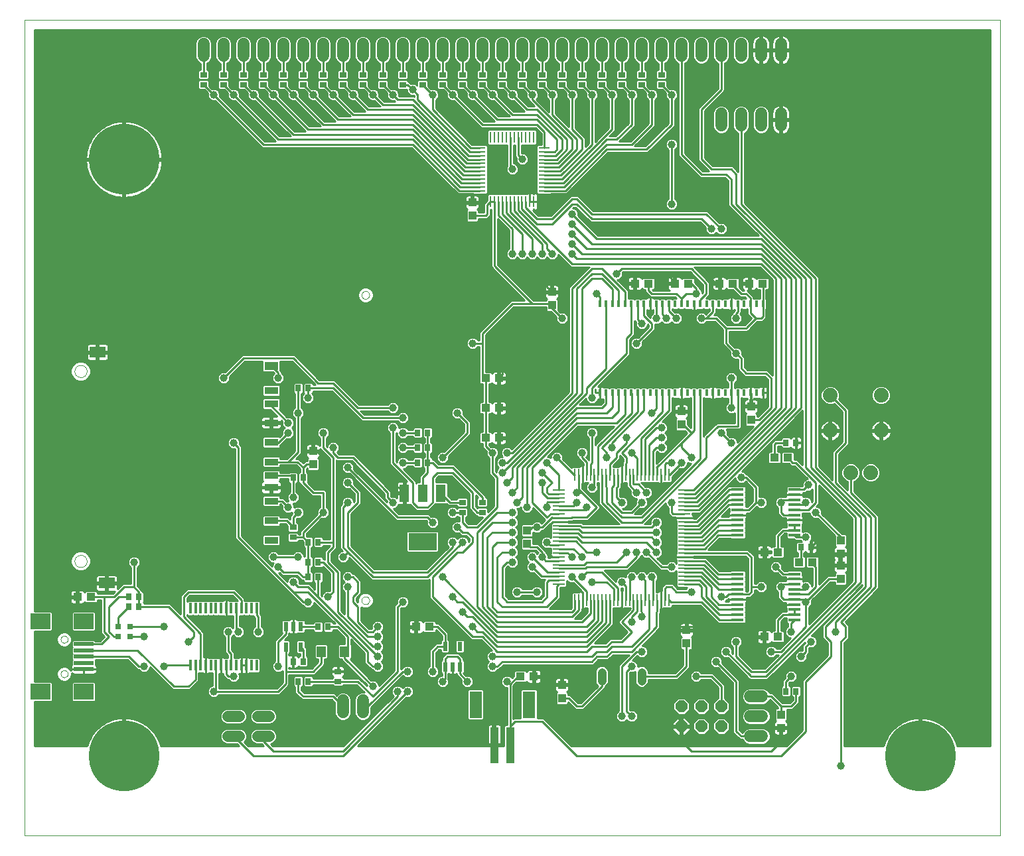
<source format=gtl>
G75*
G70*
%OFA0B0*%
%FSLAX24Y24*%
%IPPOS*%
%LPD*%
%AMOC8*
5,1,8,0,0,1.08239X$1,22.5*
%
%ADD10C,0.0000*%
%ADD11R,0.0106X0.0591*%
%ADD12R,0.0591X0.0106*%
%ADD13R,0.0984X0.0197*%
%ADD14R,0.0984X0.0787*%
%ADD15R,0.0217X0.0472*%
%ADD16R,0.0276X0.0354*%
%ADD17R,0.0394X0.1811*%
%ADD18R,0.0630X0.1339*%
%ADD19R,0.0433X0.0394*%
%ADD20R,0.0472X0.0551*%
%ADD21C,0.0740*%
%ADD22C,0.0600*%
%ADD23R,0.0137X0.0550*%
%ADD24R,0.0315X0.0315*%
%ADD25R,0.0580X0.0110*%
%ADD26R,0.0110X0.0580*%
%ADD27C,0.0560*%
%ADD28R,0.0394X0.0433*%
%ADD29OC8,0.0600*%
%ADD30C,0.3543*%
%ADD31R,0.0157X0.0354*%
%ADD32R,0.0709X0.0354*%
%ADD33R,0.0787X0.0551*%
%ADD34R,0.0709X0.0433*%
%ADD35R,0.0354X0.0276*%
%ADD36R,0.0480X0.0880*%
%ADD37R,0.1417X0.0866*%
%ADD38C,0.0440*%
%ADD39R,0.0591X0.0157*%
%ADD40C,0.0100*%
%ADD41C,0.0396*%
D10*
X002141Y000100D02*
X051141Y000100D01*
X051141Y041100D01*
X002141Y041100D01*
X002141Y000100D01*
X003964Y008234D02*
X003966Y008260D01*
X003972Y008286D01*
X003982Y008311D01*
X003995Y008334D01*
X004011Y008354D01*
X004031Y008372D01*
X004053Y008387D01*
X004076Y008399D01*
X004102Y008407D01*
X004128Y008411D01*
X004154Y008411D01*
X004180Y008407D01*
X004206Y008399D01*
X004230Y008387D01*
X004251Y008372D01*
X004271Y008354D01*
X004287Y008334D01*
X004300Y008311D01*
X004310Y008286D01*
X004316Y008260D01*
X004318Y008234D01*
X004316Y008208D01*
X004310Y008182D01*
X004300Y008157D01*
X004287Y008134D01*
X004271Y008114D01*
X004251Y008096D01*
X004229Y008081D01*
X004206Y008069D01*
X004180Y008061D01*
X004154Y008057D01*
X004128Y008057D01*
X004102Y008061D01*
X004076Y008069D01*
X004052Y008081D01*
X004031Y008096D01*
X004011Y008114D01*
X003995Y008134D01*
X003982Y008157D01*
X003972Y008182D01*
X003966Y008208D01*
X003964Y008234D01*
X003964Y009966D02*
X003966Y009992D01*
X003972Y010018D01*
X003982Y010043D01*
X003995Y010066D01*
X004011Y010086D01*
X004031Y010104D01*
X004053Y010119D01*
X004076Y010131D01*
X004102Y010139D01*
X004128Y010143D01*
X004154Y010143D01*
X004180Y010139D01*
X004206Y010131D01*
X004230Y010119D01*
X004251Y010104D01*
X004271Y010086D01*
X004287Y010066D01*
X004300Y010043D01*
X004310Y010018D01*
X004316Y009992D01*
X004318Y009966D01*
X004316Y009940D01*
X004310Y009914D01*
X004300Y009889D01*
X004287Y009866D01*
X004271Y009846D01*
X004251Y009828D01*
X004229Y009813D01*
X004206Y009801D01*
X004180Y009793D01*
X004154Y009789D01*
X004128Y009789D01*
X004102Y009793D01*
X004076Y009801D01*
X004052Y009813D01*
X004031Y009828D01*
X004011Y009846D01*
X003995Y009866D01*
X003982Y009889D01*
X003972Y009914D01*
X003966Y009940D01*
X003964Y009966D01*
X004663Y013899D02*
X004665Y013934D01*
X004671Y013968D01*
X004681Y014001D01*
X004694Y014034D01*
X004711Y014064D01*
X004732Y014092D01*
X004755Y014118D01*
X004782Y014141D01*
X004810Y014160D01*
X004841Y014176D01*
X004874Y014189D01*
X004907Y014198D01*
X004942Y014203D01*
X004977Y014204D01*
X005011Y014201D01*
X005046Y014194D01*
X005079Y014183D01*
X005110Y014169D01*
X005140Y014151D01*
X005168Y014130D01*
X005193Y014105D01*
X005215Y014078D01*
X005234Y014049D01*
X005249Y014018D01*
X005261Y013985D01*
X005269Y013951D01*
X005273Y013916D01*
X005273Y013882D01*
X005269Y013847D01*
X005261Y013813D01*
X005249Y013780D01*
X005234Y013749D01*
X005215Y013720D01*
X005193Y013693D01*
X005168Y013668D01*
X005140Y013647D01*
X005110Y013629D01*
X005079Y013615D01*
X005046Y013604D01*
X005011Y013597D01*
X004977Y013594D01*
X004942Y013595D01*
X004907Y013600D01*
X004874Y013609D01*
X004841Y013622D01*
X004810Y013638D01*
X004782Y013657D01*
X004755Y013680D01*
X004732Y013706D01*
X004711Y013734D01*
X004694Y013764D01*
X004681Y013797D01*
X004671Y013830D01*
X004665Y013864D01*
X004663Y013899D01*
X004663Y023450D02*
X004665Y023485D01*
X004671Y023519D01*
X004681Y023552D01*
X004694Y023585D01*
X004711Y023615D01*
X004732Y023643D01*
X004755Y023669D01*
X004782Y023692D01*
X004810Y023711D01*
X004841Y023727D01*
X004874Y023740D01*
X004907Y023749D01*
X004942Y023754D01*
X004977Y023755D01*
X005011Y023752D01*
X005046Y023745D01*
X005079Y023734D01*
X005110Y023720D01*
X005140Y023702D01*
X005168Y023681D01*
X005193Y023656D01*
X005215Y023629D01*
X005234Y023600D01*
X005249Y023569D01*
X005261Y023536D01*
X005269Y023502D01*
X005273Y023467D01*
X005273Y023433D01*
X005269Y023398D01*
X005261Y023364D01*
X005249Y023331D01*
X005234Y023300D01*
X005215Y023271D01*
X005193Y023244D01*
X005168Y023219D01*
X005140Y023198D01*
X005110Y023180D01*
X005079Y023166D01*
X005046Y023155D01*
X005011Y023148D01*
X004977Y023145D01*
X004942Y023146D01*
X004907Y023151D01*
X004874Y023160D01*
X004841Y023173D01*
X004810Y023189D01*
X004782Y023208D01*
X004755Y023231D01*
X004732Y023257D01*
X004711Y023285D01*
X004694Y023315D01*
X004681Y023348D01*
X004671Y023381D01*
X004665Y023415D01*
X004663Y023450D01*
X019074Y027277D02*
X019076Y027304D01*
X019082Y027331D01*
X019091Y027357D01*
X019104Y027381D01*
X019120Y027404D01*
X019139Y027423D01*
X019161Y027440D01*
X019185Y027454D01*
X019210Y027464D01*
X019237Y027471D01*
X019264Y027474D01*
X019292Y027473D01*
X019319Y027468D01*
X019345Y027460D01*
X019369Y027448D01*
X019392Y027432D01*
X019413Y027414D01*
X019430Y027393D01*
X019445Y027369D01*
X019456Y027344D01*
X019464Y027318D01*
X019468Y027291D01*
X019468Y027263D01*
X019464Y027236D01*
X019456Y027210D01*
X019445Y027185D01*
X019430Y027161D01*
X019413Y027140D01*
X019392Y027122D01*
X019370Y027106D01*
X019345Y027094D01*
X019319Y027086D01*
X019292Y027081D01*
X019264Y027080D01*
X019237Y027083D01*
X019210Y027090D01*
X019185Y027100D01*
X019161Y027114D01*
X019139Y027131D01*
X019120Y027150D01*
X019104Y027173D01*
X019091Y027197D01*
X019082Y027223D01*
X019076Y027250D01*
X019074Y027277D01*
X019074Y011923D02*
X019076Y011950D01*
X019082Y011977D01*
X019091Y012003D01*
X019104Y012027D01*
X019120Y012050D01*
X019139Y012069D01*
X019161Y012086D01*
X019185Y012100D01*
X019210Y012110D01*
X019237Y012117D01*
X019264Y012120D01*
X019292Y012119D01*
X019319Y012114D01*
X019345Y012106D01*
X019369Y012094D01*
X019392Y012078D01*
X019413Y012060D01*
X019430Y012039D01*
X019445Y012015D01*
X019456Y011990D01*
X019464Y011964D01*
X019468Y011937D01*
X019468Y011909D01*
X019464Y011882D01*
X019456Y011856D01*
X019445Y011831D01*
X019430Y011807D01*
X019413Y011786D01*
X019392Y011768D01*
X019370Y011752D01*
X019345Y011740D01*
X019319Y011732D01*
X019292Y011727D01*
X019264Y011726D01*
X019237Y011729D01*
X019210Y011736D01*
X019185Y011746D01*
X019161Y011760D01*
X019139Y011777D01*
X019120Y011796D01*
X019104Y011819D01*
X019091Y011843D01*
X019082Y011869D01*
X019076Y011896D01*
X019074Y011923D01*
D11*
X029779Y011950D03*
X029975Y011950D03*
X030172Y011950D03*
X030369Y011950D03*
X030566Y011950D03*
X030763Y011950D03*
X030960Y011950D03*
X031156Y011950D03*
X031353Y011950D03*
X031550Y011950D03*
X031747Y011950D03*
X031944Y011950D03*
X032141Y011950D03*
X032338Y011950D03*
X032534Y011950D03*
X032731Y011950D03*
X032928Y011950D03*
X033125Y011950D03*
X033322Y011950D03*
X033519Y011950D03*
X033716Y011950D03*
X033912Y011950D03*
X034109Y011950D03*
X034306Y011950D03*
X034503Y011950D03*
X034503Y018250D03*
X034306Y018250D03*
X034109Y018250D03*
X033912Y018250D03*
X033716Y018250D03*
X033519Y018250D03*
X033322Y018250D03*
X033125Y018250D03*
X032928Y018250D03*
X032731Y018250D03*
X032534Y018250D03*
X032338Y018250D03*
X032141Y018250D03*
X031944Y018250D03*
X031747Y018250D03*
X031550Y018250D03*
X031353Y018250D03*
X031156Y018250D03*
X030960Y018250D03*
X030763Y018250D03*
X030566Y018250D03*
X030369Y018250D03*
X030172Y018250D03*
X029975Y018250D03*
X029779Y018250D03*
D12*
X028991Y017462D03*
X028991Y017265D03*
X028991Y017069D03*
X028991Y016872D03*
X028991Y016675D03*
X028991Y016478D03*
X028991Y016281D03*
X028991Y016084D03*
X028991Y015887D03*
X028991Y015691D03*
X028991Y015494D03*
X028991Y015297D03*
X028991Y015100D03*
X028991Y014903D03*
X028991Y014706D03*
X028991Y014509D03*
X028991Y014313D03*
X028991Y014116D03*
X028991Y013919D03*
X028991Y013722D03*
X028991Y013525D03*
X028991Y013328D03*
X028991Y013131D03*
X028991Y012935D03*
X028991Y012738D03*
X035290Y012738D03*
X035290Y012935D03*
X035290Y013131D03*
X035290Y013328D03*
X035290Y013525D03*
X035290Y013722D03*
X035290Y013919D03*
X035290Y014116D03*
X035290Y014313D03*
X035290Y014509D03*
X035290Y014706D03*
X035290Y014903D03*
X035290Y015100D03*
X035290Y015297D03*
X035290Y015494D03*
X035290Y015691D03*
X035290Y015887D03*
X035290Y016084D03*
X035290Y016281D03*
X035290Y016478D03*
X035290Y016675D03*
X035290Y016872D03*
X035290Y017069D03*
X035290Y017265D03*
X035290Y017462D03*
D13*
X005125Y009730D03*
X005125Y009415D03*
X005125Y009100D03*
X005125Y008785D03*
X005125Y008470D03*
D14*
X005125Y007328D03*
X002960Y007328D03*
X002960Y010872D03*
X005125Y010872D03*
D15*
X015267Y010612D03*
X015641Y010612D03*
X016015Y010612D03*
X016015Y009588D03*
X015267Y009588D03*
X023267Y009612D03*
X024015Y009612D03*
X024015Y008588D03*
X023641Y008588D03*
X023267Y008588D03*
D16*
X017397Y010600D03*
X016885Y010600D03*
X016147Y008850D03*
X015635Y008850D03*
X015885Y007850D03*
X016397Y007850D03*
X016385Y013100D03*
X016897Y013100D03*
X016897Y013850D03*
X016385Y013850D03*
X016385Y014850D03*
X016897Y014850D03*
X016147Y018100D03*
X015635Y018100D03*
X015885Y022600D03*
X016397Y022600D03*
X021885Y020350D03*
X022397Y020350D03*
X022397Y019600D03*
X021885Y019600D03*
X021885Y018850D03*
X022397Y018850D03*
X007897Y012100D03*
X007897Y011600D03*
X007385Y011600D03*
X007385Y012100D03*
X040385Y007350D03*
X040897Y007350D03*
X041135Y014600D03*
X041647Y014600D03*
X040897Y019850D03*
X040385Y019850D03*
D17*
X026534Y004643D03*
X025747Y004643D03*
D18*
X024802Y006691D03*
X027479Y006691D03*
D19*
X027725Y008100D03*
X027056Y008100D03*
X022475Y010600D03*
X021806Y010600D03*
X025306Y020100D03*
X025975Y020100D03*
X025975Y021600D03*
X025306Y021600D03*
X025306Y023100D03*
X025975Y023100D03*
X032806Y027850D03*
X033475Y027850D03*
X034806Y027850D03*
X035475Y027850D03*
X037056Y027850D03*
X037725Y027850D03*
X038556Y027850D03*
X039225Y027850D03*
X039806Y019100D03*
X040475Y019100D03*
X039975Y014350D03*
X039306Y014350D03*
X041056Y013850D03*
X041725Y013850D03*
X039975Y010100D03*
X039306Y010100D03*
X005475Y012100D03*
X004806Y012100D03*
D20*
X017050Y009350D03*
X018231Y009350D03*
D21*
X042611Y020460D03*
X042611Y022240D03*
X045171Y022240D03*
X045171Y020460D03*
X044641Y018350D03*
X043641Y018350D03*
D22*
X039191Y007100D02*
X038591Y007100D01*
X038591Y006100D02*
X039191Y006100D01*
X039191Y005100D02*
X038591Y005100D01*
X019141Y006300D02*
X019141Y006900D01*
X018141Y006900D02*
X018141Y006300D01*
X037141Y035800D02*
X037141Y036400D01*
X038141Y036400D02*
X038141Y035800D01*
X039141Y035800D02*
X039141Y036400D01*
X040141Y036400D02*
X040141Y035800D01*
X040141Y039300D02*
X040141Y039900D01*
X039141Y039900D02*
X039141Y039300D01*
X038141Y039300D02*
X038141Y039900D01*
X037141Y039900D02*
X037141Y039300D01*
X036141Y039300D02*
X036141Y039900D01*
X035141Y039900D02*
X035141Y039300D01*
X034141Y039300D02*
X034141Y039900D01*
X033141Y039900D02*
X033141Y039300D01*
X032141Y039300D02*
X032141Y039900D01*
X031141Y039900D02*
X031141Y039300D01*
X030141Y039300D02*
X030141Y039900D01*
X029141Y039900D02*
X029141Y039300D01*
X028141Y039300D02*
X028141Y039900D01*
X027141Y039900D02*
X027141Y039300D01*
X026141Y039300D02*
X026141Y039900D01*
X025141Y039900D02*
X025141Y039300D01*
X024141Y039300D02*
X024141Y039900D01*
X023141Y039900D02*
X023141Y039300D01*
X022141Y039300D02*
X022141Y039900D01*
X021141Y039900D02*
X021141Y039300D01*
X020141Y039300D02*
X020141Y039900D01*
X019141Y039900D02*
X019141Y039300D01*
X018141Y039300D02*
X018141Y039900D01*
X017141Y039900D02*
X017141Y039300D01*
X016141Y039300D02*
X016141Y039900D01*
X015141Y039900D02*
X015141Y039300D01*
X014141Y039300D02*
X014141Y039900D01*
X013141Y039900D02*
X013141Y039300D01*
X012141Y039300D02*
X012141Y039900D01*
X011141Y039900D02*
X011141Y039300D01*
D23*
X011245Y011539D03*
X010989Y011539D03*
X010733Y011539D03*
X010477Y011539D03*
X011501Y011539D03*
X011757Y011539D03*
X012013Y011539D03*
X012269Y011539D03*
X012525Y011539D03*
X012781Y011539D03*
X013036Y011539D03*
X013292Y011539D03*
X013548Y011539D03*
X013804Y011539D03*
X013804Y008661D03*
X013548Y008661D03*
X013292Y008661D03*
X013036Y008661D03*
X012781Y008661D03*
X012525Y008661D03*
X012269Y008661D03*
X012013Y008661D03*
X011757Y008661D03*
X011501Y008661D03*
X011245Y008661D03*
X010989Y008661D03*
X010733Y008661D03*
X010477Y008661D03*
D24*
X007436Y010100D03*
X007436Y010600D03*
X006845Y010600D03*
X006845Y010100D03*
D25*
X025021Y032520D03*
X025021Y032710D03*
X025021Y032910D03*
X025021Y033110D03*
X025021Y033300D03*
X025021Y033500D03*
X025021Y033700D03*
X025021Y033900D03*
X025021Y034090D03*
X025021Y034290D03*
X025021Y034490D03*
X025021Y034680D03*
X028261Y034680D03*
X028261Y034490D03*
X028261Y034290D03*
X028261Y034090D03*
X028261Y033900D03*
X028261Y033700D03*
X028261Y033500D03*
X028261Y033300D03*
X028261Y033110D03*
X028261Y032910D03*
X028261Y032710D03*
X028261Y032520D03*
D26*
X027721Y031980D03*
X027531Y031980D03*
X027331Y031980D03*
X027131Y031980D03*
X026941Y031980D03*
X026741Y031980D03*
X026541Y031980D03*
X026341Y031980D03*
X026151Y031980D03*
X025951Y031980D03*
X025751Y031980D03*
X025561Y031980D03*
X025561Y035220D03*
X025751Y035220D03*
X025951Y035220D03*
X026151Y035220D03*
X026341Y035220D03*
X026541Y035220D03*
X026741Y035220D03*
X026941Y035220D03*
X027131Y035220D03*
X027331Y035220D03*
X027531Y035220D03*
X027721Y035220D03*
D27*
X014421Y006100D02*
X013861Y006100D01*
X012921Y006100D02*
X012361Y006100D01*
X012361Y005100D02*
X012921Y005100D01*
X013861Y005100D02*
X014421Y005100D01*
D28*
X027391Y014765D03*
X027391Y015435D03*
X035141Y020765D03*
X035141Y021435D03*
X038641Y021685D03*
X038641Y021015D03*
X043141Y014935D03*
X043141Y014265D03*
X043141Y013685D03*
X043141Y013015D03*
X035391Y010435D03*
X035391Y009765D03*
X040141Y006185D03*
X040141Y005515D03*
X029141Y007015D03*
X029141Y007685D03*
X016641Y018765D03*
X016641Y019435D03*
X028641Y026765D03*
X028641Y027435D03*
X024641Y031265D03*
X024641Y031935D03*
D29*
X035141Y006600D03*
X036141Y006600D03*
X037141Y006600D03*
X037141Y005600D03*
X036141Y005600D03*
X035141Y005600D03*
D30*
X047141Y004100D03*
X007141Y004100D03*
X007141Y034100D03*
D31*
X031046Y026836D03*
X031361Y026836D03*
X031676Y026836D03*
X031991Y026836D03*
X032306Y026836D03*
X032621Y026836D03*
X032936Y026836D03*
X033251Y026836D03*
X033566Y026836D03*
X033881Y026836D03*
X034196Y026836D03*
X034511Y026836D03*
X034826Y026836D03*
X035141Y026836D03*
X035456Y026836D03*
X035771Y026836D03*
X036086Y026836D03*
X036401Y026836D03*
X036716Y026836D03*
X037031Y026836D03*
X037345Y026836D03*
X037660Y026836D03*
X037975Y026836D03*
X038290Y026836D03*
X038605Y026836D03*
X038920Y026836D03*
X039235Y026836D03*
X039235Y022364D03*
X038920Y022364D03*
X038605Y022364D03*
X038290Y022364D03*
X037975Y022364D03*
X037660Y022364D03*
X037345Y022364D03*
X037031Y022364D03*
X036716Y022364D03*
X036401Y022364D03*
X036086Y022364D03*
X035771Y022364D03*
X035456Y022364D03*
X035141Y022364D03*
X034826Y022364D03*
X034511Y022364D03*
X034196Y022364D03*
X033881Y022364D03*
X033566Y022364D03*
X033251Y022364D03*
X032936Y022364D03*
X032621Y022364D03*
X032306Y022364D03*
X031991Y022364D03*
X031676Y022364D03*
X031361Y022364D03*
X031046Y022364D03*
D32*
X014534Y022478D03*
X014534Y021809D03*
X014534Y020856D03*
X014534Y019872D03*
X014534Y018887D03*
X014534Y018198D03*
X014534Y017608D03*
X014534Y016919D03*
X014534Y015935D03*
X014534Y014950D03*
D33*
X006267Y012793D03*
X005814Y024407D03*
D34*
X014534Y023718D03*
D35*
X024141Y016856D03*
X024141Y016344D03*
X025141Y016344D03*
X025141Y016856D03*
X015641Y015606D03*
X015641Y015094D03*
X017891Y008356D03*
X017891Y007844D03*
X018141Y037844D03*
X018141Y038356D03*
X019141Y038356D03*
X019141Y037844D03*
X020141Y037844D03*
X020141Y038356D03*
X021141Y038356D03*
X021141Y037844D03*
X022141Y037844D03*
X022141Y038356D03*
X023141Y038356D03*
X023141Y037844D03*
X024141Y037844D03*
X024141Y038356D03*
X025141Y038356D03*
X025141Y037844D03*
X026141Y037844D03*
X027141Y037844D03*
X027141Y038356D03*
X026141Y038356D03*
X028141Y038356D03*
X028141Y037844D03*
X029141Y037844D03*
X029141Y038356D03*
X030141Y038356D03*
X030141Y037844D03*
X031141Y037844D03*
X031141Y038356D03*
X032141Y038356D03*
X032141Y037844D03*
X033141Y037844D03*
X033141Y038356D03*
X034141Y038356D03*
X034141Y037844D03*
X017141Y037844D03*
X017141Y038356D03*
X016141Y038356D03*
X016141Y037844D03*
X015141Y037844D03*
X015141Y038356D03*
X014141Y038356D03*
X014141Y037844D03*
X013141Y037844D03*
X013141Y038356D03*
X012141Y038356D03*
X012141Y037844D03*
X011141Y037844D03*
X011141Y038356D03*
D36*
X021231Y017320D03*
X022141Y017320D03*
X023051Y017320D03*
D37*
X022141Y014880D03*
D38*
X031141Y008320D02*
X031141Y007880D01*
X033141Y007880D02*
X033141Y008320D01*
D39*
X037964Y010948D03*
X037964Y011204D03*
X037964Y011460D03*
X037964Y011716D03*
X037964Y011972D03*
X037964Y012228D03*
X037964Y012484D03*
X037964Y012740D03*
X037964Y012996D03*
X037964Y013252D03*
X037964Y015198D03*
X037964Y015454D03*
X037964Y015710D03*
X037964Y015966D03*
X037964Y016222D03*
X037964Y016478D03*
X037964Y016734D03*
X037964Y016990D03*
X037964Y017246D03*
X037964Y017502D03*
X040818Y017502D03*
X040818Y017246D03*
X040818Y016990D03*
X040818Y016734D03*
X040818Y016478D03*
X040818Y016222D03*
X040818Y015966D03*
X040818Y015710D03*
X040818Y015454D03*
X040818Y015198D03*
X040818Y013252D03*
X040818Y012996D03*
X040818Y012740D03*
X040818Y012484D03*
X040818Y012228D03*
X040818Y011972D03*
X040818Y011716D03*
X040818Y011460D03*
X040818Y011204D03*
X040818Y010948D03*
D40*
X040641Y010771D01*
X040641Y010350D01*
X040420Y010565D02*
X040135Y010565D01*
X040135Y010663D02*
X040481Y010663D01*
X040481Y010617D02*
X040466Y010611D01*
X040380Y010525D01*
X040333Y010411D01*
X040333Y010289D01*
X040380Y010175D01*
X040466Y010089D01*
X040579Y010042D01*
X040606Y010042D01*
X040074Y009510D01*
X039908Y009510D01*
X039902Y009525D01*
X039815Y009611D01*
X039702Y009658D01*
X039579Y009658D01*
X039466Y009611D01*
X039380Y009525D01*
X039333Y009411D01*
X039333Y009289D01*
X039380Y009175D01*
X039466Y009089D01*
X039579Y009042D01*
X039702Y009042D01*
X039815Y009089D01*
X039902Y009175D01*
X039908Y009190D01*
X040004Y009190D01*
X039324Y008510D01*
X038707Y008510D01*
X038051Y009166D01*
X038051Y009583D01*
X038065Y009589D01*
X038152Y009675D01*
X038199Y009789D01*
X038199Y009911D01*
X038152Y010025D01*
X038065Y010111D01*
X037952Y010158D01*
X037829Y010158D01*
X037716Y010111D01*
X037630Y010025D01*
X037583Y009911D01*
X037583Y009789D01*
X037630Y009675D01*
X037716Y009589D01*
X037731Y009583D01*
X037731Y009236D01*
X037693Y009274D01*
X037699Y009289D01*
X037699Y009411D01*
X037652Y009525D01*
X037565Y009611D01*
X037452Y009658D01*
X037329Y009658D01*
X037216Y009611D01*
X037130Y009525D01*
X037083Y009411D01*
X037083Y009289D01*
X037130Y009175D01*
X037216Y009089D01*
X037329Y009042D01*
X037452Y009042D01*
X037467Y009048D01*
X038451Y008063D01*
X038498Y008016D01*
X038528Y007986D01*
X038545Y007969D01*
X038560Y007969D01*
X038606Y007950D01*
X038616Y007940D01*
X039457Y007940D01*
X039551Y008034D01*
X041333Y009816D01*
X041333Y009789D01*
X041339Y009774D01*
X041231Y009666D01*
X041231Y009416D01*
X041217Y009402D01*
X041202Y009408D01*
X041079Y009408D01*
X040966Y009361D01*
X040880Y009275D01*
X040833Y009161D01*
X040833Y009039D01*
X040880Y008925D01*
X040966Y008839D01*
X041079Y008792D01*
X041202Y008792D01*
X041315Y008839D01*
X041402Y008925D01*
X041449Y009039D01*
X041449Y009161D01*
X041443Y009176D01*
X041457Y009190D01*
X041551Y009284D01*
X042481Y009284D01*
X042481Y009186D02*
X041453Y009186D01*
X041449Y009087D02*
X042402Y009087D01*
X042481Y009166D02*
X041324Y008010D01*
X041231Y007916D01*
X041231Y005416D01*
X040414Y004600D01*
X029617Y004600D01*
X028207Y006010D01*
X027904Y006010D01*
X027904Y007405D01*
X027840Y007470D01*
X027119Y007470D01*
X027054Y007405D01*
X027054Y006010D01*
X026718Y006010D01*
X026694Y005986D01*
X026694Y007640D01*
X026848Y007793D01*
X027318Y007793D01*
X027370Y007844D01*
X027389Y007811D01*
X027417Y007783D01*
X027451Y007763D01*
X027489Y007753D01*
X027677Y007753D01*
X027677Y008052D01*
X027774Y008052D01*
X027774Y008148D01*
X028092Y008148D01*
X028092Y008317D01*
X028082Y008355D01*
X028062Y008389D01*
X028034Y008417D01*
X028000Y008437D01*
X027962Y008447D01*
X027774Y008447D01*
X027774Y008148D01*
X027677Y008148D01*
X027677Y008447D01*
X027489Y008447D01*
X027451Y008437D01*
X027417Y008417D01*
X027389Y008389D01*
X027370Y008356D01*
X027318Y008407D01*
X026794Y008407D01*
X026730Y008342D01*
X026730Y008128D01*
X026639Y008037D01*
X026565Y008111D01*
X026452Y008158D01*
X026329Y008158D01*
X026216Y008111D01*
X026130Y008025D01*
X026083Y007911D01*
X026083Y007789D01*
X026130Y007675D01*
X026216Y007589D01*
X026329Y007542D01*
X026374Y007542D01*
X026374Y005659D01*
X026292Y005659D01*
X026228Y005594D01*
X026228Y004600D01*
X025795Y004600D01*
X025795Y004692D01*
X025699Y004692D01*
X025699Y005699D01*
X025530Y005699D01*
X025492Y005689D01*
X025458Y005669D01*
X025430Y005641D01*
X025410Y005607D01*
X025400Y005569D01*
X025400Y004692D01*
X025699Y004692D01*
X025699Y004600D01*
X018867Y004600D01*
X021315Y007048D01*
X021329Y007042D01*
X021452Y007042D01*
X021565Y007089D01*
X021652Y007175D01*
X021699Y007289D01*
X021699Y007411D01*
X021652Y007525D01*
X021565Y007611D01*
X021452Y007658D01*
X021329Y007658D01*
X021216Y007611D01*
X021141Y007536D01*
X021065Y007611D01*
X020952Y007658D01*
X020829Y007658D01*
X020716Y007611D01*
X020630Y007525D01*
X020583Y007411D01*
X020583Y007289D01*
X020630Y007175D01*
X020685Y007120D01*
X018164Y004600D01*
X014617Y004600D01*
X014504Y004713D01*
X014642Y004769D01*
X014751Y004879D01*
X014811Y005022D01*
X014811Y005178D01*
X014751Y005321D01*
X014642Y005431D01*
X014498Y005490D01*
X013783Y005490D01*
X013640Y005431D01*
X013530Y005321D01*
X013471Y005178D01*
X013471Y005022D01*
X013530Y004879D01*
X013640Y004769D01*
X013783Y004710D01*
X014054Y004710D01*
X014164Y004600D01*
X013367Y004600D01*
X013170Y004797D01*
X013251Y004879D01*
X013311Y005022D01*
X013311Y005178D01*
X013251Y005321D01*
X013142Y005431D01*
X012998Y005490D01*
X012283Y005490D01*
X012140Y005431D01*
X012030Y005321D01*
X011971Y005178D01*
X011971Y005022D01*
X012030Y004879D01*
X012140Y004769D01*
X012283Y004710D01*
X012804Y004710D01*
X012914Y004600D01*
X008996Y004600D01*
X008975Y004678D01*
X008918Y004836D01*
X008847Y004988D01*
X008763Y005133D01*
X008667Y005271D01*
X008559Y005399D01*
X008440Y005518D01*
X008312Y005626D01*
X008174Y005722D01*
X008029Y005806D01*
X007877Y005877D01*
X007719Y005934D01*
X007557Y005978D01*
X007392Y006007D01*
X007225Y006022D01*
X007191Y006022D01*
X007191Y004600D01*
X007091Y004600D01*
X007091Y006022D01*
X007057Y006022D01*
X006890Y006007D01*
X006724Y005978D01*
X006562Y005934D01*
X006405Y005877D01*
X006253Y005806D01*
X006107Y005722D01*
X005970Y005626D01*
X005841Y005518D01*
X005723Y005399D01*
X005615Y005271D01*
X005518Y005133D01*
X005435Y004988D01*
X005364Y004836D01*
X005306Y004678D01*
X005285Y004600D01*
X002641Y004600D01*
X002641Y006825D01*
X003497Y006825D01*
X003562Y006889D01*
X003562Y007768D01*
X003497Y007832D01*
X002641Y007832D01*
X002641Y010368D01*
X003497Y010368D01*
X003562Y010432D01*
X003562Y011311D01*
X003497Y011375D01*
X002641Y011375D01*
X002641Y040600D01*
X050641Y040600D01*
X050641Y004600D01*
X048996Y004600D01*
X048975Y004678D01*
X048918Y004836D01*
X048847Y004988D01*
X048763Y005133D01*
X048667Y005271D01*
X048559Y005399D01*
X048440Y005518D01*
X048312Y005626D01*
X048174Y005722D01*
X048029Y005806D01*
X047877Y005877D01*
X047719Y005934D01*
X047557Y005978D01*
X047392Y006007D01*
X047225Y006022D01*
X047191Y006022D01*
X047191Y004600D01*
X047091Y004600D01*
X047091Y006022D01*
X047057Y006022D01*
X046890Y006007D01*
X046724Y005978D01*
X046562Y005934D01*
X046405Y005877D01*
X046253Y005806D01*
X046107Y005722D01*
X045970Y005626D01*
X045841Y005518D01*
X045723Y005399D01*
X045615Y005271D01*
X045518Y005133D01*
X045435Y004988D01*
X045364Y004836D01*
X045306Y004678D01*
X045285Y004600D01*
X043301Y004600D01*
X043301Y009784D01*
X043551Y010034D01*
X043551Y010666D01*
X043457Y010760D01*
X043367Y010850D01*
X044957Y012440D01*
X045051Y012534D01*
X045051Y016166D01*
X043801Y017416D01*
X043801Y017897D01*
X043913Y017943D01*
X044048Y018078D01*
X044121Y018255D01*
X044121Y018445D01*
X044161Y018445D01*
X044161Y018255D01*
X044234Y018078D01*
X044369Y017943D01*
X044545Y017870D01*
X044736Y017870D01*
X044913Y017943D01*
X045048Y018078D01*
X045121Y018255D01*
X045121Y018445D01*
X050641Y018445D01*
X050641Y018543D02*
X045080Y018543D01*
X045048Y018622D02*
X044913Y018757D01*
X044736Y018830D01*
X044545Y018830D01*
X044369Y018757D01*
X044234Y018622D01*
X044161Y018445D01*
X044121Y018445D02*
X044048Y018622D01*
X043913Y018757D01*
X043736Y018830D01*
X043545Y018830D01*
X043369Y018757D01*
X043234Y018622D01*
X043161Y018445D01*
X043051Y018445D01*
X043051Y018543D02*
X043201Y018543D01*
X043161Y018445D02*
X043161Y018255D01*
X043234Y018078D01*
X043369Y017943D01*
X043481Y017897D01*
X043481Y017486D01*
X043051Y017916D01*
X043051Y019284D01*
X043551Y019784D01*
X043551Y021526D01*
X043044Y022033D01*
X043091Y022145D01*
X043091Y022335D01*
X043018Y022512D01*
X042883Y022647D01*
X042706Y022720D01*
X042515Y022720D01*
X042339Y022647D01*
X042204Y022512D01*
X042131Y022335D01*
X042131Y022145D01*
X042204Y021968D01*
X042339Y021833D01*
X042515Y021760D01*
X042706Y021760D01*
X042818Y021806D01*
X043231Y021394D01*
X043231Y019916D01*
X042731Y019416D01*
X042731Y017986D01*
X042051Y018666D01*
X042051Y028166D01*
X038301Y031916D01*
X038301Y035422D01*
X038373Y035452D01*
X038488Y035568D01*
X038551Y035718D01*
X038551Y036482D01*
X038488Y036632D01*
X038373Y036748D01*
X038222Y036810D01*
X038059Y036810D01*
X037909Y036748D01*
X037793Y036632D01*
X037731Y036482D01*
X037731Y035718D01*
X037793Y035568D01*
X037909Y035452D01*
X037981Y035422D01*
X037981Y033486D01*
X037957Y033510D01*
X037707Y033760D01*
X036707Y033760D01*
X036301Y034166D01*
X036301Y036534D01*
X037178Y037411D01*
X037225Y037458D01*
X037256Y037489D01*
X037271Y037504D01*
X037271Y037519D01*
X037290Y037565D01*
X037301Y037575D01*
X037301Y038922D01*
X037373Y038952D01*
X037488Y039068D01*
X037551Y039218D01*
X037551Y039982D01*
X037488Y040132D01*
X037373Y040248D01*
X037222Y040310D01*
X037059Y040310D01*
X036909Y040248D01*
X036793Y040132D01*
X036731Y039982D01*
X036731Y039218D01*
X036793Y039068D01*
X036909Y038952D01*
X036981Y038922D01*
X036981Y037666D01*
X036977Y037663D01*
X035981Y036666D01*
X035981Y034034D01*
X036481Y033534D01*
X036504Y033510D01*
X036207Y033510D01*
X035301Y034416D01*
X035301Y038922D01*
X035373Y038952D01*
X035488Y039068D01*
X035551Y039218D01*
X035551Y039982D01*
X035488Y040132D01*
X035373Y040248D01*
X035222Y040310D01*
X035059Y040310D01*
X034909Y040248D01*
X034793Y040132D01*
X034731Y039982D01*
X034731Y039218D01*
X034793Y039068D01*
X034909Y038952D01*
X034981Y038922D01*
X034981Y034284D01*
X035074Y034190D01*
X036074Y033190D01*
X037324Y033190D01*
X037481Y033034D01*
X037481Y031784D01*
X037574Y031690D01*
X037574Y031690D01*
X039004Y030260D01*
X030957Y030260D01*
X029943Y031274D01*
X029949Y031289D01*
X029949Y031411D01*
X029902Y031525D01*
X029815Y031611D01*
X029702Y031658D01*
X029675Y031658D01*
X029707Y031690D01*
X029824Y031690D01*
X030481Y031034D01*
X030574Y030940D01*
X036074Y030940D01*
X036339Y030676D01*
X036333Y030661D01*
X036333Y030539D01*
X036380Y030425D01*
X036466Y030339D01*
X036579Y030292D01*
X036702Y030292D01*
X036815Y030339D01*
X036891Y030414D01*
X036966Y030339D01*
X037079Y030292D01*
X037202Y030292D01*
X037315Y030339D01*
X037402Y030425D01*
X037449Y030539D01*
X037449Y030661D01*
X037402Y030775D01*
X037315Y030861D01*
X037202Y030908D01*
X037079Y030908D01*
X037065Y030902D01*
X036551Y031416D01*
X036457Y031510D01*
X030707Y031510D01*
X030051Y032166D01*
X029957Y032260D01*
X029574Y032260D01*
X028574Y031260D01*
X027957Y031260D01*
X027677Y031540D01*
X027721Y031540D01*
X027795Y031540D01*
X027834Y031550D01*
X027868Y031570D01*
X027896Y031598D01*
X027916Y031632D01*
X027926Y031670D01*
X027926Y031980D01*
X027926Y032290D01*
X027916Y032328D01*
X027896Y032362D01*
X027868Y032390D01*
X027834Y032410D01*
X027795Y032420D01*
X027721Y032420D01*
X027721Y032336D01*
X027721Y032336D01*
X027721Y032420D01*
X027646Y032420D01*
X027626Y032415D01*
X027605Y032420D01*
X027531Y032420D01*
X027531Y032336D01*
X027531Y032420D01*
X027456Y032420D01*
X027418Y032410D01*
X027384Y032390D01*
X027374Y032380D01*
X025460Y032380D01*
X025396Y032316D01*
X025396Y032041D01*
X025231Y031876D01*
X025231Y031425D01*
X024948Y031425D01*
X024948Y031527D01*
X024896Y031579D01*
X024930Y031598D01*
X024958Y031626D01*
X024977Y031660D01*
X024988Y031698D01*
X024988Y031886D01*
X024689Y031886D01*
X024689Y031983D01*
X024592Y031983D01*
X024592Y031886D01*
X024294Y031886D01*
X024294Y031698D01*
X024304Y031660D01*
X024324Y031626D01*
X024352Y031598D01*
X024385Y031579D01*
X024334Y031527D01*
X024334Y031003D01*
X024398Y030939D01*
X024883Y030939D01*
X024948Y031003D01*
X024948Y031105D01*
X025372Y031105D01*
X025457Y031190D01*
X025551Y031284D01*
X025551Y031580D01*
X025591Y031580D01*
X025591Y028715D01*
X025601Y028705D01*
X025620Y028659D01*
X025620Y028644D01*
X025636Y028628D01*
X025667Y028598D01*
X025714Y028551D01*
X027254Y027010D01*
X026574Y027010D01*
X026481Y026916D01*
X025074Y025510D01*
X024981Y025416D01*
X024981Y025010D01*
X024908Y025010D01*
X024902Y025025D01*
X024815Y025111D01*
X024702Y025158D01*
X024579Y025158D01*
X024466Y025111D01*
X024380Y025025D01*
X024333Y024911D01*
X024333Y024789D01*
X024380Y024675D01*
X024466Y024589D01*
X024579Y024542D01*
X024702Y024542D01*
X024815Y024589D01*
X024902Y024675D01*
X024908Y024690D01*
X024981Y024690D01*
X024981Y023344D01*
X024980Y023342D01*
X024980Y022858D01*
X025044Y022793D01*
X025146Y022793D01*
X025146Y021907D01*
X025044Y021907D01*
X024980Y021842D01*
X024980Y021358D01*
X025044Y021293D01*
X025146Y021293D01*
X025146Y020407D01*
X025044Y020407D01*
X024980Y020342D01*
X024980Y019858D01*
X025044Y019793D01*
X025146Y019793D01*
X025146Y019618D01*
X025339Y019426D01*
X025333Y019411D01*
X025333Y019289D01*
X025380Y019175D01*
X025466Y019089D01*
X025481Y019083D01*
X025481Y018284D01*
X025574Y018190D01*
X025731Y018034D01*
X025731Y016666D01*
X025428Y016363D01*
X025428Y016527D01*
X025363Y016592D01*
X024918Y016592D01*
X024897Y016570D01*
X024801Y016666D01*
X024801Y017214D01*
X024914Y017100D01*
X024854Y017039D01*
X024854Y016673D01*
X024918Y016608D01*
X025363Y016608D01*
X025428Y016673D01*
X025428Y017039D01*
X025363Y017104D01*
X025301Y017104D01*
X025301Y017166D01*
X025207Y017260D01*
X023707Y018760D01*
X022957Y018760D01*
X022801Y018916D01*
X022707Y019010D01*
X022644Y019010D01*
X022644Y019073D01*
X022580Y019137D01*
X022557Y019137D01*
X022557Y019313D01*
X022580Y019313D01*
X022644Y019377D01*
X022644Y019823D01*
X022580Y019887D01*
X022557Y019887D01*
X022557Y020063D01*
X022580Y020063D01*
X022644Y020127D01*
X022644Y020573D01*
X022580Y020637D01*
X022213Y020637D01*
X022149Y020573D01*
X022149Y020127D01*
X022213Y020063D01*
X022237Y020063D01*
X022237Y019887D01*
X022213Y019887D01*
X022149Y019823D01*
X022149Y019377D01*
X022213Y019313D01*
X022237Y019313D01*
X022237Y019137D01*
X022213Y019137D01*
X022149Y019073D01*
X022149Y018627D01*
X022213Y018563D01*
X022231Y018563D01*
X022231Y018416D01*
X021981Y018166D01*
X021981Y017870D01*
X021855Y017870D01*
X021801Y017816D01*
X021801Y017916D01*
X021175Y018542D01*
X021202Y018542D01*
X021315Y018589D01*
X021402Y018675D01*
X021408Y018690D01*
X021637Y018690D01*
X021637Y018627D01*
X021701Y018563D01*
X022068Y018563D01*
X022133Y018627D01*
X022133Y019073D01*
X022068Y019137D01*
X021701Y019137D01*
X021637Y019073D01*
X021637Y019010D01*
X021408Y019010D01*
X021402Y019025D01*
X021315Y019111D01*
X021202Y019158D01*
X021079Y019158D01*
X020966Y019111D01*
X020880Y019025D01*
X020833Y018911D01*
X020833Y018884D01*
X020801Y018916D01*
X020801Y020333D01*
X020815Y020339D01*
X020833Y020356D01*
X020833Y020289D01*
X020880Y020175D01*
X020966Y020089D01*
X021079Y020042D01*
X021202Y020042D01*
X021315Y020089D01*
X021402Y020175D01*
X021408Y020190D01*
X021637Y020190D01*
X021637Y020127D01*
X021701Y020063D01*
X022068Y020063D01*
X022133Y020127D01*
X022133Y020573D01*
X022068Y020637D01*
X021701Y020637D01*
X021637Y020573D01*
X021637Y020510D01*
X021408Y020510D01*
X021402Y020525D01*
X021315Y020611D01*
X021202Y020658D01*
X021079Y020658D01*
X020966Y020611D01*
X020949Y020594D01*
X020949Y020661D01*
X020902Y020775D01*
X020815Y020861D01*
X020702Y020908D01*
X020579Y020908D01*
X020466Y020861D01*
X020380Y020775D01*
X020333Y020661D01*
X020333Y020539D01*
X020380Y020425D01*
X020466Y020339D01*
X020481Y020333D01*
X020481Y018784D01*
X020574Y018690D01*
X021354Y017910D01*
X021281Y017910D01*
X021281Y017370D01*
X021181Y017370D01*
X021181Y017910D01*
X020971Y017910D01*
X020933Y017900D01*
X020899Y017880D01*
X020871Y017852D01*
X020851Y017818D01*
X020841Y017780D01*
X020841Y017370D01*
X021181Y017370D01*
X021181Y017270D01*
X021281Y017270D01*
X021281Y016730D01*
X021490Y016730D01*
X021525Y016739D01*
X021574Y016690D01*
X021824Y016440D01*
X022457Y016440D01*
X022551Y016534D01*
X022787Y016770D01*
X023336Y016770D01*
X023355Y016789D01*
X023449Y016696D01*
X023854Y016696D01*
X023854Y016673D01*
X023918Y016608D01*
X024363Y016608D01*
X024428Y016673D01*
X024428Y017039D01*
X024363Y017104D01*
X023918Y017104D01*
X023854Y017039D01*
X023854Y017016D01*
X023581Y017016D01*
X023401Y017196D01*
X023401Y017806D01*
X023336Y017870D01*
X022801Y017870D01*
X022801Y018034D01*
X022957Y018190D01*
X023574Y018190D01*
X024481Y017284D01*
X024481Y016534D01*
X024574Y016440D01*
X024830Y016184D01*
X024854Y016184D01*
X024854Y016161D01*
X024918Y016096D01*
X025161Y016096D01*
X024824Y015760D01*
X024457Y015760D01*
X024301Y015916D01*
X024301Y016096D01*
X024363Y016096D01*
X024428Y016161D01*
X024428Y016527D01*
X024363Y016592D01*
X023918Y016592D01*
X023876Y016550D01*
X023815Y016611D01*
X023702Y016658D01*
X023579Y016658D01*
X023466Y016611D01*
X023380Y016525D01*
X023333Y016411D01*
X023333Y016289D01*
X023380Y016175D01*
X023466Y016089D01*
X023579Y016042D01*
X023702Y016042D01*
X023815Y016089D01*
X023870Y016144D01*
X023918Y016096D01*
X023981Y016096D01*
X023981Y015896D01*
X023952Y015908D01*
X023829Y015908D01*
X023716Y015861D01*
X023630Y015775D01*
X023583Y015661D01*
X023583Y015539D01*
X023630Y015425D01*
X023716Y015339D01*
X023829Y015292D01*
X023952Y015292D01*
X023967Y015298D01*
X024074Y015190D01*
X024324Y015190D01*
X024481Y015034D01*
X024481Y014916D01*
X024449Y014884D01*
X024449Y014911D01*
X024402Y015025D01*
X024315Y015111D01*
X024202Y015158D01*
X024079Y015158D01*
X023966Y015111D01*
X023891Y015036D01*
X023815Y015111D01*
X023702Y015158D01*
X023579Y015158D01*
X023466Y015111D01*
X023380Y015025D01*
X023333Y014911D01*
X023333Y014789D01*
X023380Y014675D01*
X023435Y014620D01*
X022324Y013510D01*
X019707Y013510D01*
X018551Y014666D01*
X018551Y016284D01*
X018957Y016690D01*
X019051Y016784D01*
X019051Y017416D01*
X018693Y017774D01*
X018699Y017789D01*
X018699Y017911D01*
X018652Y018025D01*
X018565Y018111D01*
X018452Y018158D01*
X018329Y018158D01*
X018216Y018111D01*
X018130Y018025D01*
X018083Y017911D01*
X018083Y017789D01*
X018130Y017675D01*
X018216Y017589D01*
X018329Y017542D01*
X018452Y017542D01*
X018467Y017548D01*
X018731Y017284D01*
X018731Y016916D01*
X018699Y016884D01*
X018699Y016911D01*
X018652Y017025D01*
X018565Y017111D01*
X018452Y017158D01*
X018329Y017158D01*
X018216Y017111D01*
X018130Y017025D01*
X018083Y016911D01*
X018083Y016789D01*
X018089Y016774D01*
X017981Y016666D01*
X017981Y014534D01*
X018074Y014440D01*
X018106Y014408D01*
X018079Y014408D01*
X017966Y014361D01*
X017880Y014275D01*
X017833Y014161D01*
X017833Y014039D01*
X017880Y013925D01*
X017966Y013839D01*
X018079Y013792D01*
X018202Y013792D01*
X018315Y013839D01*
X018402Y013925D01*
X018449Y014039D01*
X018449Y014066D01*
X019574Y012940D01*
X022457Y012940D01*
X022481Y012964D01*
X022481Y012034D01*
X022574Y011940D01*
X024574Y009940D01*
X025074Y009940D01*
X025606Y009408D01*
X025579Y009408D01*
X025466Y009361D01*
X025380Y009275D01*
X025333Y009161D01*
X025333Y009039D01*
X025380Y008925D01*
X025455Y008850D01*
X025380Y008775D01*
X025333Y008661D01*
X025333Y008539D01*
X025380Y008425D01*
X025466Y008339D01*
X025579Y008292D01*
X025702Y008292D01*
X025815Y008339D01*
X025902Y008425D01*
X025908Y008440D01*
X025957Y008440D01*
X026051Y008534D01*
X026207Y008690D01*
X030707Y008690D01*
X030801Y008784D01*
X030957Y008940D01*
X031457Y008940D01*
X031551Y009034D01*
X031707Y009190D01*
X032504Y009190D01*
X032074Y008760D01*
X031981Y008666D01*
X031981Y006367D01*
X031966Y006361D01*
X031880Y006275D01*
X031833Y006161D01*
X031833Y006039D01*
X031880Y005925D01*
X031966Y005839D01*
X032079Y005792D01*
X032202Y005792D01*
X032315Y005839D01*
X032391Y005914D01*
X032466Y005839D01*
X032579Y005792D01*
X032702Y005792D01*
X032815Y005839D01*
X032902Y005925D01*
X032949Y006039D01*
X032949Y006161D01*
X032902Y006275D01*
X032815Y006361D01*
X032702Y006408D01*
X032579Y006408D01*
X032565Y006402D01*
X032551Y006416D01*
X032551Y008284D01*
X032565Y008298D01*
X032579Y008292D01*
X032702Y008292D01*
X032811Y008337D01*
X032811Y007814D01*
X032861Y007693D01*
X032954Y007600D01*
X033075Y007550D01*
X033206Y007550D01*
X033328Y007600D01*
X033421Y007693D01*
X033471Y007814D01*
X033471Y007940D01*
X034957Y007940D01*
X035051Y008034D01*
X035551Y008534D01*
X035551Y009439D01*
X035633Y009439D01*
X035698Y009503D01*
X035698Y010027D01*
X035646Y010079D01*
X035680Y010098D01*
X035708Y010126D01*
X035727Y010160D01*
X035738Y010198D01*
X035738Y010386D01*
X035439Y010386D01*
X035439Y010483D01*
X035342Y010483D01*
X035342Y010386D01*
X035044Y010386D01*
X035044Y010198D01*
X035054Y010160D01*
X035074Y010126D01*
X035102Y010098D01*
X035135Y010079D01*
X035084Y010027D01*
X035084Y009503D01*
X035148Y009439D01*
X035231Y009439D01*
X035231Y008666D01*
X034824Y008260D01*
X033471Y008260D01*
X033471Y008386D01*
X033421Y008507D01*
X033328Y008600D01*
X033206Y008650D01*
X033075Y008650D01*
X032954Y008600D01*
X032949Y008595D01*
X032949Y008661D01*
X032902Y008775D01*
X032815Y008861D01*
X032702Y008908D01*
X032675Y008908D01*
X032911Y009144D01*
X032966Y009089D01*
X033079Y009042D01*
X033202Y009042D01*
X033315Y009089D01*
X033402Y009175D01*
X033449Y009289D01*
X033449Y009411D01*
X033402Y009525D01*
X033315Y009611D01*
X033202Y009658D01*
X033175Y009658D01*
X033957Y010440D01*
X033957Y010440D01*
X034051Y010534D01*
X034051Y011284D01*
X034072Y011305D01*
X034072Y011505D01*
X034109Y011505D01*
X034109Y011950D01*
X034109Y011950D01*
X034109Y011505D01*
X034182Y011505D01*
X034220Y011515D01*
X034255Y011535D01*
X034265Y011545D01*
X034602Y011545D01*
X034666Y011610D01*
X034666Y011690D01*
X036074Y011690D01*
X036882Y010882D01*
X036976Y010788D01*
X037594Y010788D01*
X037623Y010760D01*
X038304Y010760D01*
X038369Y010824D01*
X038369Y011073D01*
X038365Y011076D01*
X038369Y011080D01*
X038369Y011329D01*
X038365Y011332D01*
X038369Y011336D01*
X038369Y011585D01*
X038365Y011588D01*
X038369Y011592D01*
X038369Y011791D01*
X038379Y011801D01*
X038399Y011835D01*
X038409Y011874D01*
X038409Y011972D01*
X037964Y011972D01*
X037964Y011972D01*
X038409Y011972D01*
X038409Y012068D01*
X038585Y012068D01*
X038801Y012284D01*
X038801Y012440D01*
X038874Y012440D01*
X038880Y012425D01*
X038966Y012339D01*
X039079Y012292D01*
X039202Y012292D01*
X039315Y012339D01*
X039402Y012425D01*
X039449Y012539D01*
X039449Y012661D01*
X039402Y012775D01*
X039315Y012861D01*
X039202Y012908D01*
X039079Y012908D01*
X038966Y012861D01*
X038880Y012775D01*
X038874Y012760D01*
X038801Y012760D01*
X038801Y014166D01*
X038707Y014260D01*
X038588Y014379D01*
X038494Y014473D01*
X036490Y014473D01*
X037055Y015038D01*
X037594Y015038D01*
X037623Y015010D01*
X038304Y015010D01*
X038369Y015074D01*
X038369Y015323D01*
X038365Y015326D01*
X038369Y015330D01*
X038369Y015579D01*
X038365Y015582D01*
X038369Y015586D01*
X038369Y015835D01*
X038365Y015838D01*
X038369Y015842D01*
X038369Y016041D01*
X038379Y016051D01*
X038399Y016085D01*
X038409Y016124D01*
X038409Y016222D01*
X037964Y016222D01*
X037964Y016222D01*
X038409Y016222D01*
X038409Y016318D01*
X038585Y016318D01*
X038911Y016644D01*
X038966Y016589D01*
X039079Y016542D01*
X039202Y016542D01*
X039315Y016589D01*
X039402Y016675D01*
X039449Y016789D01*
X039449Y016911D01*
X039402Y017025D01*
X039315Y017111D01*
X039202Y017158D01*
X039079Y017158D01*
X039051Y017146D01*
X039051Y017666D01*
X038551Y018166D01*
X038457Y018260D01*
X038408Y018260D01*
X038402Y018275D01*
X038315Y018361D01*
X038202Y018408D01*
X038175Y018408D01*
X041231Y021464D01*
X041231Y018736D01*
X041051Y018916D01*
X040957Y019010D01*
X040802Y019010D01*
X040802Y019342D01*
X040737Y019407D01*
X040213Y019407D01*
X040149Y019342D01*
X040149Y018858D01*
X040213Y018793D01*
X040556Y018793D01*
X040659Y018690D01*
X040824Y018690D01*
X041481Y018033D01*
X041454Y018033D01*
X041341Y017986D01*
X041255Y017900D01*
X041208Y017786D01*
X041208Y017664D01*
X041209Y017662D01*
X041187Y017662D01*
X041159Y017690D01*
X040477Y017690D01*
X040413Y017626D01*
X040413Y017427D01*
X040403Y017417D01*
X040383Y017382D01*
X040373Y017344D01*
X040373Y017246D01*
X040818Y017246D01*
X041263Y017246D01*
X041263Y017342D01*
X041359Y017342D01*
X041440Y017423D01*
X041454Y017417D01*
X041577Y017417D01*
X041690Y017464D01*
X041731Y017504D01*
X041731Y016916D01*
X041699Y016884D01*
X041699Y016911D01*
X041652Y017025D01*
X041565Y017111D01*
X041452Y017158D01*
X041329Y017158D01*
X041258Y017129D01*
X041263Y017147D01*
X041263Y017246D01*
X040818Y017246D01*
X040818Y017246D01*
X040818Y017246D01*
X040036Y017246D01*
X039641Y016850D01*
X039641Y016350D01*
X040025Y015966D01*
X040818Y015966D01*
X040818Y015966D01*
X041263Y015966D01*
X041263Y015868D01*
X041253Y015830D01*
X041233Y015795D01*
X041223Y015785D01*
X042229Y015785D01*
X042131Y015884D02*
X041263Y015884D01*
X041263Y015966D02*
X041263Y016065D01*
X041253Y016103D01*
X041233Y016137D01*
X041223Y016147D01*
X041223Y016318D01*
X041583Y016318D01*
X041583Y016289D01*
X041630Y016175D01*
X041716Y016089D01*
X041829Y016042D01*
X041952Y016042D01*
X041967Y016048D01*
X042834Y015181D01*
X042834Y014673D01*
X042885Y014621D01*
X042852Y014602D01*
X042824Y014574D01*
X042804Y014540D01*
X042794Y014502D01*
X042794Y014314D01*
X043092Y014314D01*
X043092Y014217D01*
X042794Y014217D01*
X042794Y014029D01*
X042804Y013991D01*
X042813Y013975D01*
X042804Y013959D01*
X042794Y013921D01*
X042794Y013733D01*
X043092Y013733D01*
X043092Y013636D01*
X042794Y013636D01*
X042794Y013448D01*
X042804Y013410D01*
X042824Y013376D01*
X042852Y013348D01*
X042885Y013329D01*
X042834Y013277D01*
X042834Y013175D01*
X042490Y013175D01*
X042051Y012736D01*
X042051Y013606D01*
X042052Y013608D01*
X042052Y014092D01*
X041987Y014157D01*
X041463Y014157D01*
X041399Y014092D01*
X041399Y013608D01*
X041463Y013543D01*
X041721Y013543D01*
X041731Y013534D01*
X041731Y012666D01*
X041699Y012634D01*
X041699Y012661D01*
X041652Y012775D01*
X041565Y012861D01*
X041452Y012908D01*
X041329Y012908D01*
X041258Y012879D01*
X041263Y012897D01*
X041263Y012996D01*
X041263Y013094D01*
X041253Y013132D01*
X041233Y013167D01*
X041223Y013177D01*
X041223Y013376D01*
X041159Y013440D01*
X040477Y013440D01*
X040448Y013412D01*
X040305Y013412D01*
X040193Y013524D01*
X040199Y013539D01*
X040199Y013661D01*
X040152Y013775D01*
X040065Y013861D01*
X039952Y013908D01*
X039829Y013908D01*
X039716Y013861D01*
X039630Y013775D01*
X039583Y013661D01*
X039583Y013539D01*
X039630Y013425D01*
X039716Y013339D01*
X039829Y013292D01*
X039952Y013292D01*
X039967Y013298D01*
X040079Y013185D01*
X040173Y013092D01*
X040373Y013092D01*
X040373Y012996D01*
X040818Y012996D01*
X041263Y012996D01*
X040818Y012996D01*
X040818Y012996D01*
X040818Y012996D01*
X039786Y012996D01*
X039391Y013391D01*
X039391Y014350D01*
X038891Y014350D01*
X038641Y014600D01*
X038561Y014406D02*
X038940Y014406D01*
X038940Y014398D02*
X039258Y014398D01*
X039258Y014302D01*
X038940Y014302D01*
X038940Y014133D01*
X038950Y014095D01*
X038970Y014061D01*
X038997Y014033D01*
X039032Y014013D01*
X039070Y014003D01*
X039258Y014003D01*
X039258Y014302D01*
X039355Y014302D01*
X039355Y014398D01*
X039649Y014398D01*
X039649Y014302D01*
X039355Y014302D01*
X039355Y014003D01*
X039542Y014003D01*
X039581Y014013D01*
X039615Y014033D01*
X039643Y014061D01*
X039662Y014094D01*
X039713Y014043D01*
X040237Y014043D01*
X040302Y014108D01*
X040302Y014592D01*
X040237Y014657D01*
X040135Y014657D01*
X040135Y015118D01*
X040311Y015294D01*
X040413Y015294D01*
X040413Y015074D01*
X040477Y015010D01*
X040780Y015010D01*
X040850Y014940D01*
X041124Y014940D01*
X041130Y014925D01*
X041168Y014887D01*
X040951Y014887D01*
X040887Y014823D01*
X040887Y014377D01*
X040951Y014313D01*
X040975Y014313D01*
X040975Y014157D01*
X040794Y014157D01*
X040730Y014092D01*
X040730Y013608D01*
X040794Y013543D01*
X041318Y013543D01*
X041383Y013608D01*
X041383Y014092D01*
X041318Y014157D01*
X041295Y014157D01*
X041295Y014313D01*
X041318Y014313D01*
X041370Y014364D01*
X041389Y014331D01*
X041417Y014303D01*
X041451Y014283D01*
X041489Y014273D01*
X041628Y014273D01*
X041628Y014581D01*
X041666Y014581D01*
X041666Y014619D01*
X041934Y014619D01*
X041934Y014797D01*
X041924Y014835D01*
X041904Y014869D01*
X041877Y014897D01*
X041842Y014917D01*
X041804Y014927D01*
X041666Y014927D01*
X041666Y014619D01*
X041628Y014619D01*
X041628Y014901D01*
X041652Y014925D01*
X041699Y015039D01*
X041699Y015161D01*
X041652Y015275D01*
X041565Y015361D01*
X041452Y015408D01*
X041329Y015408D01*
X041223Y015364D01*
X041223Y015579D01*
X041220Y015582D01*
X041223Y015586D01*
X041223Y015785D01*
X041223Y015687D02*
X042328Y015687D01*
X042426Y015588D02*
X041223Y015588D01*
X041223Y015490D02*
X042525Y015490D01*
X042623Y015391D02*
X041493Y015391D01*
X041634Y015293D02*
X042722Y015293D01*
X042820Y015194D02*
X041685Y015194D01*
X041699Y015096D02*
X042834Y015096D01*
X042834Y014997D02*
X041682Y014997D01*
X041666Y014899D02*
X041628Y014899D01*
X041628Y014800D02*
X041666Y014800D01*
X041666Y014702D02*
X041628Y014702D01*
X041647Y014606D02*
X041891Y014850D01*
X042560Y014181D01*
X043056Y014181D01*
X043141Y014265D01*
X043189Y014308D02*
X043731Y014308D01*
X043731Y014406D02*
X043488Y014406D01*
X043488Y014314D02*
X043488Y014502D01*
X043477Y014540D01*
X043458Y014574D01*
X043430Y014602D01*
X043396Y014621D01*
X043448Y014673D01*
X043448Y015197D01*
X043383Y015261D01*
X043206Y015261D01*
X042193Y016274D01*
X042199Y016289D01*
X042199Y016411D01*
X042152Y016525D01*
X042065Y016611D01*
X041952Y016658D01*
X041925Y016658D01*
X042051Y016784D01*
X042051Y017714D01*
X043731Y016034D01*
X043731Y012916D01*
X041551Y010736D01*
X041551Y011583D01*
X041565Y011589D01*
X041652Y011675D01*
X041699Y011789D01*
X041699Y011911D01*
X041693Y011926D01*
X042622Y012855D01*
X042834Y012855D01*
X042834Y012753D01*
X042898Y012689D01*
X043383Y012689D01*
X043448Y012753D01*
X043448Y013277D01*
X043396Y013329D01*
X043430Y013348D01*
X043458Y013376D01*
X043477Y013410D01*
X043488Y013448D01*
X043488Y013636D01*
X043189Y013636D01*
X043189Y013733D01*
X043092Y013733D01*
X043092Y014217D01*
X043189Y014217D01*
X043189Y013899D01*
X043189Y013733D01*
X043488Y013733D01*
X043488Y013921D01*
X043477Y013959D01*
X043468Y013975D01*
X043477Y013991D01*
X043488Y014029D01*
X043488Y014217D01*
X043189Y014217D01*
X043189Y014314D01*
X043488Y014314D01*
X043488Y014209D02*
X043731Y014209D01*
X043731Y014111D02*
X043488Y014111D01*
X043483Y014012D02*
X043731Y014012D01*
X043731Y013914D02*
X043488Y013914D01*
X043488Y013815D02*
X043731Y013815D01*
X043731Y013717D02*
X043189Y013717D01*
X043141Y013685D02*
X043056Y013685D01*
X043056Y014181D01*
X043092Y014209D02*
X043189Y014209D01*
X043189Y014111D02*
X043092Y014111D01*
X043092Y014012D02*
X043189Y014012D01*
X043189Y013914D02*
X043092Y013914D01*
X043092Y013815D02*
X043189Y013815D01*
X043092Y013717D02*
X042052Y013717D01*
X042052Y013815D02*
X042794Y013815D01*
X042794Y013914D02*
X042052Y013914D01*
X042052Y014012D02*
X042798Y014012D01*
X042794Y014111D02*
X042034Y014111D01*
X041877Y014303D02*
X041904Y014331D01*
X041924Y014365D01*
X041934Y014403D01*
X041934Y014581D01*
X041666Y014581D01*
X041666Y014273D01*
X041804Y014273D01*
X041842Y014283D01*
X041877Y014303D01*
X041881Y014308D02*
X043092Y014308D01*
X042794Y014406D02*
X041934Y014406D01*
X041934Y014505D02*
X042795Y014505D01*
X042854Y014603D02*
X041666Y014603D01*
X041647Y014600D02*
X041647Y014606D01*
X041628Y014505D02*
X041666Y014505D01*
X041666Y014406D02*
X041628Y014406D01*
X041628Y014308D02*
X041666Y014308D01*
X041412Y014308D02*
X041295Y014308D01*
X041295Y014209D02*
X042794Y014209D01*
X042834Y014702D02*
X041934Y014702D01*
X041934Y014800D02*
X042834Y014800D01*
X042834Y014899D02*
X041874Y014899D01*
X041891Y014850D02*
X041891Y015600D01*
X041525Y015966D01*
X040818Y015966D01*
X041263Y015966D01*
X041263Y015982D02*
X042032Y015982D01*
X041736Y016081D02*
X041259Y016081D01*
X041223Y016179D02*
X041628Y016179D01*
X041587Y016278D02*
X041223Y016278D01*
X041519Y016478D02*
X041891Y016850D01*
X041891Y017850D01*
X040891Y018850D01*
X040725Y018850D01*
X040475Y019100D01*
X040149Y019134D02*
X040133Y019134D01*
X040133Y019036D02*
X040149Y019036D01*
X040149Y018937D02*
X040133Y018937D01*
X040133Y018858D02*
X040133Y019342D01*
X040068Y019407D01*
X039966Y019407D01*
X039966Y019690D01*
X040137Y019690D01*
X040137Y019627D01*
X040201Y019563D01*
X040568Y019563D01*
X040620Y019614D01*
X040639Y019581D01*
X040667Y019553D01*
X040701Y019533D01*
X040739Y019523D01*
X040878Y019523D01*
X040878Y019831D01*
X040916Y019831D01*
X040916Y019869D01*
X041184Y019869D01*
X041184Y020047D01*
X041174Y020085D01*
X041154Y020119D01*
X041127Y020147D01*
X041092Y020167D01*
X041054Y020177D01*
X040916Y020177D01*
X040916Y019869D01*
X040878Y019869D01*
X040878Y020177D01*
X040739Y020177D01*
X040701Y020167D01*
X040667Y020147D01*
X040639Y020119D01*
X040586Y020119D01*
X040568Y020137D02*
X040201Y020137D01*
X040137Y020073D01*
X040137Y020010D01*
X039824Y020010D01*
X039731Y019916D01*
X039646Y019832D01*
X039646Y019407D01*
X039544Y019407D01*
X039480Y019342D01*
X039480Y018858D01*
X039544Y018793D01*
X040068Y018793D01*
X040133Y018858D01*
X040114Y018839D02*
X040168Y018839D01*
X040149Y019233D02*
X040133Y019233D01*
X040133Y019331D02*
X040149Y019331D01*
X039966Y019430D02*
X041231Y019430D01*
X041231Y019528D02*
X041074Y019528D01*
X041092Y019533D02*
X041127Y019553D01*
X041154Y019581D01*
X041174Y019615D01*
X041184Y019653D01*
X041184Y019831D01*
X040916Y019831D01*
X040916Y019523D01*
X041054Y019523D01*
X041092Y019533D01*
X041177Y019627D02*
X041231Y019627D01*
X041231Y019725D02*
X041184Y019725D01*
X041184Y019824D02*
X041231Y019824D01*
X041231Y019922D02*
X041184Y019922D01*
X041184Y020021D02*
X041231Y020021D01*
X041231Y020119D02*
X041155Y020119D01*
X041231Y020218D02*
X039985Y020218D01*
X040083Y020316D02*
X041231Y020316D01*
X041231Y020415D02*
X040182Y020415D01*
X040280Y020513D02*
X041231Y020513D01*
X041231Y020612D02*
X040379Y020612D01*
X040477Y020710D02*
X041231Y020710D01*
X041231Y020809D02*
X040576Y020809D01*
X040674Y020907D02*
X041231Y020907D01*
X041231Y021006D02*
X040773Y021006D01*
X040871Y021104D02*
X041231Y021104D01*
X041231Y021203D02*
X040970Y021203D01*
X041068Y021301D02*
X041231Y021301D01*
X041231Y021400D02*
X041167Y021400D01*
X041141Y021600D02*
X036019Y016478D01*
X035290Y016478D01*
X035290Y016675D02*
X035966Y016675D01*
X040891Y021600D01*
X040891Y028100D01*
X039141Y029850D01*
X030641Y029850D01*
X029641Y030850D01*
X029641Y030350D02*
X030391Y029600D01*
X039141Y029600D01*
X040641Y028100D01*
X040641Y021600D01*
X035912Y016872D01*
X035290Y016872D01*
X035290Y017069D02*
X035859Y017069D01*
X040391Y021600D01*
X040391Y028100D01*
X039141Y029350D01*
X030141Y029350D01*
X029641Y029850D01*
X029641Y029350D02*
X029891Y029100D01*
X039141Y029100D01*
X040141Y028100D01*
X040141Y021600D01*
X035806Y017265D01*
X035290Y017265D01*
X035290Y017462D02*
X035753Y017462D01*
X039891Y021600D01*
X039891Y028100D01*
X039141Y028850D01*
X029641Y028850D01*
X026941Y031550D01*
X026941Y031980D01*
X027131Y031980D02*
X027131Y031610D01*
X027891Y030850D01*
X028641Y030850D01*
X029641Y031850D01*
X029891Y031850D01*
X030641Y031100D01*
X036141Y031100D01*
X036641Y030600D01*
X036840Y030363D02*
X036942Y030363D01*
X037141Y030600D02*
X036391Y031350D01*
X030641Y031350D01*
X029891Y032100D01*
X029641Y032100D01*
X028641Y031100D01*
X027891Y031100D01*
X027331Y031660D01*
X027331Y031980D01*
X027531Y031980D02*
X027531Y032460D01*
X027391Y032600D01*
X025641Y032600D01*
X024975Y031935D01*
X024641Y031935D01*
X024689Y031939D02*
X025294Y031939D01*
X025231Y031841D02*
X024988Y031841D01*
X024988Y031742D02*
X025231Y031742D01*
X025231Y031644D02*
X024968Y031644D01*
X024930Y031545D02*
X025231Y031545D01*
X025231Y031447D02*
X024948Y031447D01*
X024641Y031265D02*
X025306Y031265D01*
X025391Y031350D01*
X025391Y031810D01*
X025561Y031980D01*
X025751Y031980D01*
X025751Y028781D01*
X025780Y028711D02*
X027641Y026850D01*
X026641Y026850D01*
X025141Y025350D01*
X025141Y024850D01*
X024641Y024850D01*
X024333Y024847D02*
X002641Y024847D01*
X002641Y024749D02*
X005285Y024749D01*
X005280Y024741D02*
X005270Y024702D01*
X005270Y024457D01*
X005764Y024457D01*
X005764Y024357D01*
X005864Y024357D01*
X005864Y023981D01*
X006227Y023981D01*
X006266Y023992D01*
X006300Y024011D01*
X006328Y024039D01*
X006347Y024074D01*
X006358Y024112D01*
X006358Y024357D01*
X005864Y024357D01*
X005864Y024457D01*
X006358Y024457D01*
X006358Y024702D01*
X006347Y024741D01*
X006328Y024775D01*
X006300Y024803D01*
X006266Y024822D01*
X006227Y024833D01*
X005864Y024833D01*
X005864Y024457D01*
X005764Y024457D01*
X005764Y024833D01*
X005401Y024833D01*
X005362Y024822D01*
X005328Y024803D01*
X005300Y024775D01*
X005280Y024741D01*
X005270Y024650D02*
X002641Y024650D01*
X002641Y024552D02*
X005270Y024552D01*
X005270Y024357D02*
X005270Y024112D01*
X005280Y024074D01*
X005300Y024039D01*
X005328Y024011D01*
X005362Y023992D01*
X005401Y023981D01*
X005764Y023981D01*
X005764Y024357D01*
X005270Y024357D01*
X005270Y024355D02*
X002641Y024355D01*
X002641Y024453D02*
X005764Y024453D01*
X005764Y024355D02*
X005864Y024355D01*
X005864Y024453D02*
X024981Y024453D01*
X024981Y024355D02*
X006358Y024355D01*
X006358Y024256D02*
X013071Y024256D01*
X013074Y024260D02*
X012217Y023402D01*
X012202Y023408D01*
X012079Y023408D01*
X011966Y023361D01*
X011880Y023275D01*
X011833Y023161D01*
X011833Y023039D01*
X011880Y022925D01*
X011966Y022839D01*
X012079Y022792D01*
X012202Y022792D01*
X012315Y022839D01*
X012402Y022925D01*
X012449Y023039D01*
X012449Y023161D01*
X012443Y023176D01*
X013207Y023940D01*
X014070Y023940D01*
X014070Y023456D01*
X014135Y023392D01*
X014635Y023392D01*
X014691Y023336D01*
X014630Y023275D01*
X014583Y023161D01*
X014583Y023039D01*
X014630Y022925D01*
X014716Y022839D01*
X014829Y022792D01*
X014952Y022792D01*
X015065Y022839D01*
X015152Y022925D01*
X015199Y023039D01*
X015199Y023161D01*
X015152Y023275D01*
X015065Y023361D01*
X015051Y023367D01*
X015051Y023428D01*
X014999Y023480D01*
X014999Y023940D01*
X015574Y023940D01*
X016754Y022760D01*
X016644Y022760D01*
X016644Y022823D01*
X016580Y022887D01*
X016213Y022887D01*
X016149Y022823D01*
X016149Y022377D01*
X016191Y022336D01*
X016130Y022275D01*
X016083Y022161D01*
X016083Y022039D01*
X016130Y021925D01*
X016216Y021839D01*
X016329Y021792D01*
X016452Y021792D01*
X016565Y021839D01*
X016652Y021925D01*
X016699Y022039D01*
X016699Y022161D01*
X016652Y022275D01*
X016597Y022330D01*
X016644Y022377D01*
X016644Y022440D01*
X017574Y022440D01*
X019074Y020940D01*
X020874Y020940D01*
X020880Y020925D01*
X020966Y020839D01*
X021079Y020792D01*
X021202Y020792D01*
X021315Y020839D01*
X021402Y020925D01*
X021449Y021039D01*
X021449Y021161D01*
X021402Y021275D01*
X021315Y021361D01*
X021202Y021408D01*
X021079Y021408D01*
X020966Y021361D01*
X020880Y021275D01*
X020874Y021260D01*
X019207Y021260D01*
X019027Y021440D01*
X020374Y021440D01*
X020380Y021425D01*
X020466Y021339D01*
X020579Y021292D01*
X020702Y021292D01*
X020815Y021339D01*
X020902Y021425D01*
X020949Y021539D01*
X020949Y021661D01*
X020902Y021775D01*
X020815Y021861D01*
X020702Y021908D01*
X020579Y021908D01*
X020466Y021861D01*
X020380Y021775D01*
X020374Y021760D01*
X018957Y021760D01*
X017801Y022916D01*
X017707Y023010D01*
X016957Y023010D01*
X015801Y024166D01*
X015707Y024260D01*
X013074Y024260D01*
X012972Y024158D02*
X006358Y024158D01*
X006339Y024059D02*
X012874Y024059D01*
X012775Y023961D02*
X002641Y023961D01*
X002641Y024059D02*
X005289Y024059D01*
X005270Y024158D02*
X002641Y024158D01*
X002641Y024256D02*
X005270Y024256D01*
X005068Y023956D02*
X005254Y023879D01*
X005396Y023737D01*
X005473Y023551D01*
X005473Y023350D01*
X005396Y023164D01*
X005254Y023022D01*
X005068Y022945D01*
X004867Y022945D01*
X004681Y023022D01*
X004539Y023164D01*
X004462Y023350D01*
X004462Y023551D01*
X004539Y023737D01*
X004681Y023879D01*
X004867Y023956D01*
X005068Y023956D01*
X005270Y023862D02*
X012677Y023862D01*
X012578Y023764D02*
X005369Y023764D01*
X005425Y023665D02*
X012480Y023665D01*
X012381Y023567D02*
X005466Y023567D01*
X005473Y023468D02*
X012283Y023468D01*
X011986Y023370D02*
X005473Y023370D01*
X005440Y023271D02*
X011878Y023271D01*
X011837Y023173D02*
X005399Y023173D01*
X005306Y023074D02*
X011833Y023074D01*
X011859Y022976D02*
X005141Y022976D01*
X004794Y022976D02*
X002641Y022976D01*
X002641Y023074D02*
X004629Y023074D01*
X004536Y023173D02*
X002641Y023173D01*
X002641Y023271D02*
X004495Y023271D01*
X004462Y023370D02*
X002641Y023370D01*
X002641Y023468D02*
X004462Y023468D01*
X004469Y023567D02*
X002641Y023567D01*
X002641Y023665D02*
X004510Y023665D01*
X004566Y023764D02*
X002641Y023764D01*
X002641Y023862D02*
X004665Y023862D01*
X005764Y024059D02*
X005864Y024059D01*
X005864Y024158D02*
X005764Y024158D01*
X005764Y024256D02*
X005864Y024256D01*
X005864Y024552D02*
X005764Y024552D01*
X005764Y024650D02*
X005864Y024650D01*
X005864Y024749D02*
X005764Y024749D01*
X006343Y024749D02*
X024349Y024749D01*
X024405Y024650D02*
X006358Y024650D01*
X006358Y024552D02*
X024556Y024552D01*
X024725Y024552D02*
X024981Y024552D01*
X024981Y024650D02*
X024877Y024650D01*
X025141Y024850D02*
X025141Y023265D01*
X025306Y023100D01*
X025306Y021600D01*
X025306Y020100D01*
X025306Y019685D01*
X025641Y019350D01*
X025641Y018350D01*
X025891Y018100D01*
X025891Y016600D01*
X024891Y015600D01*
X024391Y015600D01*
X024141Y015850D01*
X024141Y016344D01*
X024135Y016350D01*
X023641Y016350D01*
X023853Y016573D02*
X023899Y016573D01*
X023855Y016672D02*
X022689Y016672D01*
X022590Y016573D02*
X023428Y016573D01*
X023359Y016475D02*
X022492Y016475D01*
X022391Y016600D02*
X021891Y016600D01*
X021641Y016850D01*
X021641Y017850D01*
X020641Y018850D01*
X020641Y020600D01*
X020929Y020710D02*
X024231Y020710D01*
X024231Y020784D02*
X024231Y020416D01*
X023217Y019402D01*
X023202Y019408D01*
X023079Y019408D01*
X022966Y019361D01*
X022880Y019275D01*
X022833Y019161D01*
X022833Y019039D01*
X022880Y018925D01*
X022966Y018839D01*
X023079Y018792D01*
X023202Y018792D01*
X023315Y018839D01*
X023402Y018925D01*
X023449Y019039D01*
X023449Y019161D01*
X023443Y019176D01*
X024457Y020190D01*
X024551Y020284D01*
X024551Y020916D01*
X024193Y021274D01*
X024199Y021289D01*
X024199Y021411D01*
X024152Y021525D01*
X024065Y021611D01*
X023952Y021658D01*
X023829Y021658D01*
X023716Y021611D01*
X023630Y021525D01*
X023583Y021411D01*
X023583Y021289D01*
X023630Y021175D01*
X023716Y021089D01*
X023829Y021042D01*
X023952Y021042D01*
X023967Y021048D01*
X024231Y020784D01*
X024206Y020809D02*
X021242Y020809D01*
X021384Y020907D02*
X024107Y020907D01*
X024009Y021006D02*
X021435Y021006D01*
X021449Y021104D02*
X023701Y021104D01*
X023618Y021203D02*
X021432Y021203D01*
X021375Y021301D02*
X023583Y021301D01*
X023583Y021400D02*
X021223Y021400D01*
X021059Y021400D02*
X020876Y021400D01*
X020906Y021301D02*
X020724Y021301D01*
X020557Y021301D02*
X019166Y021301D01*
X019067Y021400D02*
X020405Y021400D01*
X020641Y021600D02*
X018891Y021600D01*
X017641Y022850D01*
X016891Y022850D01*
X015641Y024100D01*
X013141Y024100D01*
X012141Y023100D01*
X012423Y022976D02*
X014609Y022976D01*
X014583Y023074D02*
X012449Y023074D01*
X012444Y023173D02*
X014587Y023173D01*
X014628Y023271D02*
X012538Y023271D01*
X012637Y023370D02*
X014657Y023370D01*
X014891Y023362D02*
X014534Y023718D01*
X014070Y023764D02*
X013031Y023764D01*
X013129Y023862D02*
X014070Y023862D01*
X014070Y023665D02*
X012932Y023665D01*
X012834Y023567D02*
X014070Y023567D01*
X014070Y023468D02*
X012735Y023468D01*
X012354Y022877D02*
X014678Y022877D01*
X014934Y022765D02*
X014135Y022765D01*
X014070Y022701D01*
X014070Y022255D01*
X014135Y022191D01*
X014934Y022191D01*
X014999Y022255D01*
X014999Y022701D01*
X014934Y022765D01*
X014999Y022680D02*
X015637Y022680D01*
X015637Y022582D02*
X014999Y022582D01*
X014999Y022483D02*
X015637Y022483D01*
X015637Y022385D02*
X014999Y022385D01*
X014999Y022286D02*
X015731Y022286D01*
X015731Y022313D02*
X015731Y021617D01*
X015716Y021611D01*
X015630Y021525D01*
X015583Y021411D01*
X015583Y021289D01*
X015630Y021175D01*
X015716Y021089D01*
X015731Y021083D01*
X015731Y019454D01*
X015324Y019047D01*
X014999Y019047D01*
X014999Y019110D01*
X014934Y019175D01*
X014135Y019175D01*
X014070Y019110D01*
X014070Y018665D01*
X014135Y018600D01*
X014934Y018600D01*
X014999Y018665D01*
X014999Y018727D01*
X015787Y018727D01*
X015981Y018534D01*
X015981Y018387D01*
X015963Y018387D01*
X015899Y018323D01*
X015899Y017877D01*
X015963Y017813D01*
X015987Y017813D01*
X015987Y017778D01*
X016481Y017284D01*
X016574Y017190D01*
X016981Y017190D01*
X016981Y016617D01*
X016966Y016611D01*
X016880Y016525D01*
X016833Y016411D01*
X016833Y016289D01*
X016839Y016274D01*
X015981Y015416D01*
X015981Y015254D01*
X015928Y015254D01*
X015928Y015277D01*
X015863Y015342D01*
X015418Y015342D01*
X015354Y015277D01*
X015354Y014911D01*
X015418Y014846D01*
X015863Y014846D01*
X015928Y014911D01*
X015928Y014934D01*
X016074Y014934D01*
X016137Y014872D01*
X016137Y014627D01*
X016201Y014563D01*
X016225Y014563D01*
X016225Y014137D01*
X016201Y014137D01*
X016199Y014135D01*
X016199Y014161D01*
X016152Y014275D01*
X016065Y014361D01*
X015952Y014408D01*
X015829Y014408D01*
X015716Y014361D01*
X015630Y014275D01*
X015624Y014260D01*
X014908Y014260D01*
X014902Y014275D01*
X014815Y014361D01*
X014702Y014408D01*
X014579Y014408D01*
X014466Y014361D01*
X014380Y014275D01*
X014333Y014161D01*
X014333Y014039D01*
X014380Y013925D01*
X014466Y013839D01*
X014579Y013792D01*
X014647Y013792D01*
X014630Y013775D01*
X014583Y013661D01*
X014583Y013634D01*
X013051Y015166D01*
X013051Y019666D01*
X012943Y019774D01*
X012949Y019789D01*
X012949Y019911D01*
X012902Y020025D01*
X012815Y020111D01*
X012702Y020158D01*
X012579Y020158D01*
X012466Y020111D01*
X012380Y020025D01*
X012333Y019911D01*
X012333Y019789D01*
X012380Y019675D01*
X012466Y019589D01*
X012579Y019542D01*
X012702Y019542D01*
X012717Y019548D01*
X012731Y019534D01*
X012731Y015034D01*
X012824Y014940D01*
X015481Y012284D01*
X015574Y012190D01*
X015574Y012190D01*
X016074Y011690D01*
X016124Y011690D01*
X016130Y011675D01*
X016216Y011589D01*
X016329Y011542D01*
X016452Y011542D01*
X016565Y011589D01*
X016652Y011675D01*
X016699Y011789D01*
X016699Y011816D01*
X017754Y010760D01*
X017644Y010760D01*
X017644Y010823D01*
X017580Y010887D01*
X017213Y010887D01*
X017149Y010823D01*
X017149Y010377D01*
X017213Y010313D01*
X017580Y010313D01*
X017644Y010377D01*
X017644Y010440D01*
X017824Y010440D01*
X018231Y010034D01*
X018231Y009736D01*
X017950Y009736D01*
X017885Y009671D01*
X017885Y009029D01*
X017950Y008964D01*
X018071Y008964D01*
X018071Y008943D01*
X018165Y008849D01*
X019339Y007676D01*
X019333Y007661D01*
X019333Y007634D01*
X019057Y007910D01*
X019057Y007910D01*
X018963Y008004D01*
X018178Y008004D01*
X018178Y008027D01*
X018127Y008079D01*
X018160Y008098D01*
X018188Y008126D01*
X018208Y008160D01*
X018218Y008198D01*
X018218Y008337D01*
X017910Y008337D01*
X017910Y008375D01*
X018218Y008375D01*
X018218Y008513D01*
X018208Y008552D01*
X018188Y008586D01*
X018160Y008614D01*
X018126Y008633D01*
X018088Y008644D01*
X017910Y008644D01*
X017910Y008375D01*
X017872Y008375D01*
X017872Y008644D01*
X017694Y008644D01*
X017656Y008633D01*
X017621Y008614D01*
X017594Y008586D01*
X017574Y008552D01*
X017564Y008513D01*
X017564Y008375D01*
X017872Y008375D01*
X017872Y008337D01*
X017564Y008337D01*
X017564Y008198D01*
X017574Y008160D01*
X017594Y008126D01*
X017621Y008098D01*
X017655Y008079D01*
X017604Y008027D01*
X017604Y008004D01*
X016644Y008004D01*
X016644Y008073D01*
X016580Y008137D01*
X016213Y008137D01*
X016149Y008073D01*
X016149Y007627D01*
X016213Y007563D01*
X016580Y007563D01*
X016644Y007627D01*
X016644Y007684D01*
X017604Y007684D01*
X017604Y007661D01*
X017668Y007596D01*
X018113Y007596D01*
X018178Y007661D01*
X018178Y007684D01*
X018830Y007684D01*
X019204Y007310D01*
X019059Y007310D01*
X018909Y007248D01*
X018793Y007132D01*
X018731Y006982D01*
X018731Y006218D01*
X018793Y006068D01*
X018909Y005952D01*
X019059Y005890D01*
X019222Y005890D01*
X019373Y005952D01*
X019488Y006068D01*
X019551Y006218D01*
X019551Y006534D01*
X021161Y008144D01*
X021216Y008089D01*
X021329Y008042D01*
X021452Y008042D01*
X021565Y008089D01*
X021652Y008175D01*
X021699Y008289D01*
X021699Y008411D01*
X021652Y008525D01*
X021565Y008611D01*
X021452Y008658D01*
X021329Y008658D01*
X021216Y008611D01*
X021130Y008525D01*
X021124Y008510D01*
X021074Y008510D01*
X021051Y008486D01*
X021051Y011534D01*
X021065Y011548D01*
X021079Y011542D01*
X021202Y011542D01*
X021315Y011589D01*
X021402Y011675D01*
X021449Y011789D01*
X021449Y011911D01*
X021402Y012025D01*
X021315Y012111D01*
X021202Y012158D01*
X021079Y012158D01*
X020966Y012111D01*
X020880Y012025D01*
X020833Y011911D01*
X020833Y011789D01*
X020839Y011774D01*
X020731Y011666D01*
X020731Y008416D01*
X019949Y007634D01*
X019949Y007661D01*
X019902Y007775D01*
X019815Y007861D01*
X019702Y007908D01*
X019579Y007908D01*
X019565Y007902D01*
X018503Y008964D01*
X018513Y008964D01*
X018578Y009029D01*
X018578Y009671D01*
X018551Y009698D01*
X018551Y009964D01*
X019231Y009284D01*
X019231Y008784D01*
X019481Y008534D01*
X019574Y008440D01*
X019624Y008440D01*
X019630Y008425D01*
X019716Y008339D01*
X019829Y008292D01*
X019952Y008292D01*
X020065Y008339D01*
X020152Y008425D01*
X020199Y008539D01*
X020199Y008661D01*
X020152Y008775D01*
X020076Y008850D01*
X020152Y008925D01*
X020199Y009039D01*
X020199Y009161D01*
X020152Y009275D01*
X020076Y009350D01*
X020152Y009425D01*
X020199Y009539D01*
X020199Y009661D01*
X020152Y009775D01*
X020076Y009850D01*
X020152Y009925D01*
X020199Y010039D01*
X020199Y010161D01*
X020152Y010275D01*
X020076Y010350D01*
X020152Y010425D01*
X020199Y010539D01*
X020199Y010661D01*
X020152Y010775D01*
X020065Y010861D01*
X019952Y010908D01*
X019829Y010908D01*
X019716Y010861D01*
X019630Y010775D01*
X019583Y010661D01*
X019583Y010539D01*
X019589Y010524D01*
X019574Y010510D01*
X019457Y010510D01*
X019051Y010916D01*
X019051Y011584D01*
X019192Y011526D01*
X019350Y011526D01*
X019495Y011586D01*
X019607Y011698D01*
X019668Y011844D01*
X019668Y012002D01*
X019607Y012148D01*
X019495Y012259D01*
X019350Y012320D01*
X019192Y012320D01*
X019046Y012259D01*
X018934Y012148D01*
X018874Y012002D01*
X018874Y011844D01*
X018874Y011843D01*
X018801Y011916D01*
X018801Y012034D01*
X019051Y012284D01*
X019051Y012916D01*
X018957Y013010D01*
X018801Y013166D01*
X018707Y013260D01*
X018658Y013260D01*
X018652Y013275D01*
X018565Y013361D01*
X018452Y013408D01*
X018329Y013408D01*
X018216Y013361D01*
X018130Y013275D01*
X018083Y013161D01*
X018083Y013039D01*
X018130Y012925D01*
X018205Y012850D01*
X018130Y012775D01*
X018083Y012661D01*
X018083Y012539D01*
X018130Y012425D01*
X018216Y012339D01*
X018231Y012333D01*
X018231Y011236D01*
X018051Y011416D01*
X018051Y013416D01*
X017957Y013510D01*
X017551Y013916D01*
X017551Y014284D01*
X017707Y014440D01*
X017707Y014440D01*
X017801Y014534D01*
X017801Y018964D01*
X017824Y018940D01*
X018574Y018940D01*
X020231Y017284D01*
X020231Y017034D01*
X020339Y016926D01*
X020333Y016911D01*
X020333Y016884D01*
X018693Y018524D01*
X018699Y018539D01*
X018699Y018661D01*
X018652Y018775D01*
X018565Y018861D01*
X018452Y018908D01*
X018329Y018908D01*
X018216Y018861D01*
X018130Y018775D01*
X018083Y018661D01*
X018083Y018539D01*
X018130Y018425D01*
X018216Y018339D01*
X018329Y018292D01*
X018452Y018292D01*
X018467Y018298D01*
X020824Y015940D01*
X022324Y015940D01*
X022339Y015926D01*
X022333Y015911D01*
X022333Y015789D01*
X022380Y015675D01*
X022466Y015589D01*
X022579Y015542D01*
X022702Y015542D01*
X022815Y015589D01*
X022902Y015675D01*
X022949Y015789D01*
X022949Y015911D01*
X022902Y016025D01*
X022815Y016111D01*
X022702Y016158D01*
X022579Y016158D01*
X022565Y016152D01*
X022457Y016260D01*
X020957Y016260D01*
X020675Y016542D01*
X020702Y016542D01*
X020815Y016589D01*
X020902Y016675D01*
X020930Y016742D01*
X020933Y016740D01*
X020971Y016730D01*
X021181Y016730D01*
X021181Y017270D01*
X020841Y017270D01*
X020841Y017086D01*
X020815Y017111D01*
X020702Y017158D01*
X020579Y017158D01*
X020565Y017152D01*
X020551Y017166D01*
X020551Y017416D01*
X020457Y017510D01*
X018707Y019260D01*
X017957Y019260D01*
X017847Y019370D01*
X017902Y019425D01*
X017949Y019539D01*
X017949Y019661D01*
X017902Y019775D01*
X017815Y019861D01*
X017702Y019908D01*
X017579Y019908D01*
X017466Y019861D01*
X017380Y019775D01*
X017333Y019661D01*
X017333Y019634D01*
X017301Y019666D01*
X017301Y020083D01*
X017315Y020089D01*
X017402Y020175D01*
X017449Y020289D01*
X017449Y020411D01*
X017402Y020525D01*
X017315Y020611D01*
X017202Y020658D01*
X017079Y020658D01*
X016966Y020611D01*
X016880Y020525D01*
X016833Y020411D01*
X016833Y020289D01*
X016880Y020175D01*
X016966Y020089D01*
X016981Y020083D01*
X016981Y019696D01*
X016977Y019709D01*
X016958Y019743D01*
X016930Y019771D01*
X016895Y019791D01*
X016857Y019801D01*
X016689Y019801D01*
X016689Y019483D01*
X016592Y019483D01*
X016592Y019386D01*
X016294Y019386D01*
X016294Y019198D01*
X016304Y019160D01*
X016324Y019126D01*
X016352Y019098D01*
X016385Y019079D01*
X016334Y019027D01*
X016334Y018925D01*
X016240Y018925D01*
X016146Y018832D01*
X016141Y018826D01*
X016013Y018954D01*
X015920Y019047D01*
X015777Y019047D01*
X016051Y019321D01*
X016051Y021083D01*
X016065Y021089D01*
X016152Y021175D01*
X016199Y021289D01*
X016199Y021411D01*
X016152Y021525D01*
X016065Y021611D01*
X016051Y021617D01*
X016051Y022313D01*
X016068Y022313D01*
X016133Y022377D01*
X016133Y022823D01*
X016068Y022887D01*
X015701Y022887D01*
X015637Y022823D01*
X015637Y022377D01*
X015701Y022313D01*
X015731Y022313D01*
X015731Y022188D02*
X002641Y022188D01*
X002641Y022286D02*
X014070Y022286D01*
X014070Y022385D02*
X002641Y022385D01*
X002641Y022483D02*
X014070Y022483D01*
X014070Y022582D02*
X002641Y022582D01*
X002641Y022680D02*
X014070Y022680D01*
X014135Y022096D02*
X014070Y022031D01*
X014070Y021586D01*
X014135Y021521D01*
X014493Y021521D01*
X014831Y021183D01*
X014573Y021183D01*
X014573Y020894D01*
X015039Y020894D01*
X015039Y020976D01*
X015089Y020926D01*
X015083Y020911D01*
X015083Y020789D01*
X015130Y020675D01*
X015205Y020600D01*
X015130Y020525D01*
X015083Y020411D01*
X015083Y020289D01*
X015089Y020274D01*
X014954Y020139D01*
X014934Y020159D01*
X014135Y020159D01*
X014070Y020094D01*
X014070Y019649D01*
X014135Y019584D01*
X014934Y019584D01*
X014999Y019649D01*
X014999Y019732D01*
X015051Y019784D01*
X015315Y020048D01*
X015329Y020042D01*
X015452Y020042D01*
X015565Y020089D01*
X015652Y020175D01*
X015699Y020289D01*
X015699Y020411D01*
X015652Y020525D01*
X015576Y020600D01*
X015652Y020675D01*
X015699Y020789D01*
X015699Y020911D01*
X015652Y021025D01*
X015565Y021111D01*
X015452Y021158D01*
X015329Y021158D01*
X015315Y021152D01*
X014940Y021527D01*
X014999Y021586D01*
X014999Y022031D01*
X014934Y022096D01*
X014135Y022096D01*
X014128Y022089D02*
X002641Y022089D01*
X002641Y021991D02*
X014070Y021991D01*
X014070Y021892D02*
X002641Y021892D01*
X002641Y021794D02*
X014070Y021794D01*
X014070Y021695D02*
X002641Y021695D01*
X002641Y021597D02*
X014070Y021597D01*
X014160Y021183D02*
X014122Y021173D01*
X014088Y021153D01*
X014060Y021125D01*
X014040Y021091D01*
X014030Y021053D01*
X014030Y020894D01*
X014496Y020894D01*
X014496Y020817D01*
X014573Y020817D01*
X014573Y020529D01*
X014909Y020529D01*
X014947Y020539D01*
X014981Y020559D01*
X015009Y020587D01*
X015029Y020621D01*
X015039Y020659D01*
X015039Y020817D01*
X014573Y020817D01*
X014573Y020894D01*
X014496Y020894D01*
X014496Y021183D01*
X014160Y021183D01*
X014048Y021104D02*
X002641Y021104D01*
X002641Y021006D02*
X014030Y021006D01*
X014030Y020907D02*
X002641Y020907D01*
X002641Y020809D02*
X014030Y020809D01*
X014030Y020817D02*
X014030Y020659D01*
X014040Y020621D01*
X014060Y020587D01*
X014088Y020559D01*
X014122Y020539D01*
X014160Y020529D01*
X014496Y020529D01*
X014496Y020817D01*
X014030Y020817D01*
X014030Y020710D02*
X002641Y020710D01*
X002641Y020612D02*
X014046Y020612D01*
X014496Y020612D02*
X014573Y020612D01*
X014573Y020710D02*
X014496Y020710D01*
X014496Y020809D02*
X014573Y020809D01*
X014534Y020856D02*
X014528Y020852D01*
X014520Y020850D01*
X014496Y020907D02*
X014573Y020907D01*
X014573Y021006D02*
X014496Y021006D01*
X014496Y021104D02*
X014573Y021104D01*
X014713Y021301D02*
X002641Y021301D01*
X002641Y021203D02*
X014812Y021203D01*
X014615Y021400D02*
X002641Y021400D01*
X002641Y021498D02*
X014516Y021498D01*
X014534Y021706D02*
X015391Y020850D01*
X015666Y020710D02*
X015731Y020710D01*
X015731Y020612D02*
X015588Y020612D01*
X015657Y020513D02*
X015731Y020513D01*
X015731Y020415D02*
X015698Y020415D01*
X015699Y020316D02*
X015731Y020316D01*
X015731Y020218D02*
X015669Y020218D01*
X015731Y020119D02*
X015596Y020119D01*
X015731Y020021D02*
X015288Y020021D01*
X015189Y019922D02*
X015731Y019922D01*
X015731Y019824D02*
X015091Y019824D01*
X014999Y019725D02*
X015731Y019725D01*
X015731Y019627D02*
X014976Y019627D01*
X014891Y019850D02*
X014556Y019850D01*
X014534Y019872D01*
X014891Y019850D02*
X015391Y020350D01*
X015083Y020316D02*
X002641Y020316D01*
X002641Y020218D02*
X015032Y020218D01*
X015084Y020415D02*
X002641Y020415D01*
X002641Y020513D02*
X015125Y020513D01*
X015193Y020612D02*
X015023Y020612D01*
X015039Y020710D02*
X015115Y020710D01*
X015083Y020809D02*
X015039Y020809D01*
X015039Y020907D02*
X015083Y020907D01*
X015264Y021203D02*
X015618Y021203D01*
X015583Y021301D02*
X015166Y021301D01*
X015067Y021400D02*
X015583Y021400D01*
X015619Y021498D02*
X014969Y021498D01*
X014999Y021597D02*
X015702Y021597D01*
X015731Y021695D02*
X014999Y021695D01*
X014999Y021794D02*
X015731Y021794D01*
X015731Y021892D02*
X014999Y021892D01*
X014999Y021991D02*
X015731Y021991D01*
X015731Y022089D02*
X014941Y022089D01*
X014534Y021809D02*
X014534Y021706D01*
X015572Y021104D02*
X015701Y021104D01*
X015731Y021006D02*
X015660Y021006D01*
X015699Y020907D02*
X015731Y020907D01*
X015731Y020809D02*
X015699Y020809D01*
X016051Y020809D02*
X020414Y020809D01*
X020353Y020710D02*
X016051Y020710D01*
X016051Y020612D02*
X016967Y020612D01*
X016875Y020513D02*
X016051Y020513D01*
X016051Y020415D02*
X016834Y020415D01*
X016833Y020316D02*
X016051Y020316D01*
X016051Y020218D02*
X016862Y020218D01*
X016936Y020119D02*
X016051Y020119D01*
X016051Y020021D02*
X016981Y020021D01*
X016981Y019922D02*
X016051Y019922D01*
X016051Y019824D02*
X016981Y019824D01*
X016968Y019725D02*
X016981Y019725D01*
X016988Y019527D02*
X017481Y019034D01*
X017481Y015010D01*
X017144Y015010D01*
X017144Y015073D01*
X017080Y015137D01*
X016713Y015137D01*
X016649Y015073D01*
X016649Y014627D01*
X016713Y014563D01*
X017080Y014563D01*
X017144Y014627D01*
X017144Y014690D01*
X017481Y014690D01*
X017481Y014666D01*
X017324Y014510D01*
X017231Y014416D01*
X017231Y013986D01*
X017207Y014010D01*
X017144Y014010D01*
X017144Y014073D01*
X017080Y014137D01*
X016713Y014137D01*
X016649Y014073D01*
X016649Y013627D01*
X016713Y013563D01*
X017080Y013563D01*
X017141Y013624D01*
X017481Y013284D01*
X017481Y012416D01*
X017467Y012402D01*
X017452Y012408D01*
X017329Y012408D01*
X017216Y012361D01*
X017130Y012275D01*
X017083Y012161D01*
X017083Y012134D01*
X017051Y012166D01*
X017051Y012813D01*
X017080Y012813D01*
X017144Y012877D01*
X017144Y013323D01*
X017080Y013387D01*
X016713Y013387D01*
X016649Y013323D01*
X016649Y012877D01*
X016713Y012813D01*
X016730Y012813D01*
X016729Y012782D01*
X016731Y012780D01*
X016731Y012486D01*
X016457Y012760D01*
X015957Y012760D01*
X015943Y012774D01*
X015949Y012789D01*
X015949Y012911D01*
X015902Y013025D01*
X015815Y013111D01*
X015702Y013158D01*
X015579Y013158D01*
X015466Y013111D01*
X015380Y013025D01*
X015333Y012911D01*
X015333Y012884D01*
X014925Y013292D01*
X014952Y013292D01*
X014967Y013298D01*
X015074Y013190D01*
X015824Y013190D01*
X016074Y012940D01*
X016137Y012940D01*
X016137Y012877D01*
X016201Y012813D01*
X016568Y012813D01*
X016633Y012877D01*
X016633Y013323D01*
X016568Y013387D01*
X016545Y013387D01*
X016545Y013563D01*
X016568Y013563D01*
X016633Y013627D01*
X016633Y014073D01*
X016568Y014137D01*
X016545Y014137D01*
X016545Y014563D01*
X016568Y014563D01*
X016633Y014627D01*
X016633Y015073D01*
X016568Y015137D01*
X016324Y015137D01*
X016301Y015160D01*
X016301Y015284D01*
X017065Y016048D01*
X017079Y016042D01*
X017202Y016042D01*
X017315Y016089D01*
X017402Y016175D01*
X017449Y016289D01*
X017449Y016411D01*
X017402Y016525D01*
X017315Y016611D01*
X017301Y016617D01*
X017301Y017416D01*
X017207Y017510D01*
X016707Y017510D01*
X016367Y017850D01*
X016394Y017877D01*
X016394Y018323D01*
X016330Y018387D01*
X016301Y018387D01*
X016301Y018534D01*
X016334Y018567D01*
X016334Y018503D01*
X016398Y018439D01*
X016883Y018439D01*
X016948Y018503D01*
X016948Y019027D01*
X016896Y019079D01*
X016930Y019098D01*
X016958Y019126D01*
X016977Y019160D01*
X016988Y019198D01*
X016988Y019386D01*
X016689Y019386D01*
X016689Y019483D01*
X016988Y019483D01*
X016988Y019527D01*
X017085Y019430D02*
X016689Y019430D01*
X016641Y019435D02*
X016806Y019435D01*
X017391Y018850D01*
X017391Y018350D01*
X016891Y017850D01*
X016659Y017558D02*
X017481Y017558D01*
X017481Y017460D02*
X017257Y017460D01*
X017301Y017361D02*
X017481Y017361D01*
X017481Y017263D02*
X017301Y017263D01*
X017301Y017164D02*
X017481Y017164D01*
X017481Y017066D02*
X017301Y017066D01*
X017301Y016967D02*
X017481Y016967D01*
X017481Y016869D02*
X017301Y016869D01*
X017301Y016770D02*
X017481Y016770D01*
X017481Y016672D02*
X017301Y016672D01*
X017353Y016573D02*
X017481Y016573D01*
X017481Y016475D02*
X017423Y016475D01*
X017449Y016376D02*
X017481Y016376D01*
X017481Y016278D02*
X017444Y016278D01*
X017481Y016179D02*
X017403Y016179D01*
X017481Y016081D02*
X017295Y016081D01*
X017481Y015982D02*
X016999Y015982D01*
X016901Y015884D02*
X017481Y015884D01*
X017481Y015785D02*
X016802Y015785D01*
X016704Y015687D02*
X017481Y015687D01*
X017481Y015588D02*
X016605Y015588D01*
X016507Y015490D02*
X017481Y015490D01*
X017481Y015391D02*
X016408Y015391D01*
X016310Y015293D02*
X017481Y015293D01*
X017481Y015194D02*
X016301Y015194D01*
X016141Y015094D02*
X016141Y015350D01*
X017141Y016350D01*
X017141Y017350D01*
X016641Y017350D01*
X016147Y017844D01*
X016147Y018100D01*
X016141Y018106D01*
X016141Y018600D01*
X016306Y018765D01*
X016641Y018765D01*
X016948Y018740D02*
X017481Y018740D01*
X017481Y018642D02*
X016948Y018642D01*
X016948Y018543D02*
X017481Y018543D01*
X017481Y018445D02*
X016889Y018445D01*
X016948Y018839D02*
X017481Y018839D01*
X017481Y018937D02*
X016948Y018937D01*
X016939Y019036D02*
X017479Y019036D01*
X017380Y019134D02*
X016962Y019134D01*
X016988Y019233D02*
X017282Y019233D01*
X017183Y019331D02*
X016988Y019331D01*
X017141Y019600D02*
X017641Y019100D01*
X017641Y014850D01*
X017641Y014600D01*
X017391Y014350D01*
X017391Y013850D01*
X017891Y013350D01*
X017891Y011350D01*
X019641Y009600D01*
X019891Y009600D01*
X020175Y009481D02*
X020731Y009481D01*
X020731Y009383D02*
X020109Y009383D01*
X020142Y009284D02*
X020731Y009284D01*
X020731Y009186D02*
X020189Y009186D01*
X020199Y009087D02*
X020731Y009087D01*
X020731Y008989D02*
X020178Y008989D01*
X020117Y008890D02*
X020731Y008890D01*
X020731Y008792D02*
X020135Y008792D01*
X020186Y008693D02*
X020731Y008693D01*
X020731Y008595D02*
X020199Y008595D01*
X020181Y008496D02*
X020731Y008496D01*
X020712Y008398D02*
X020124Y008398D01*
X019969Y008299D02*
X020614Y008299D01*
X020515Y008201D02*
X019266Y008201D01*
X019168Y008299D02*
X019812Y008299D01*
X019657Y008398D02*
X019069Y008398D01*
X018971Y008496D02*
X019518Y008496D01*
X019420Y008595D02*
X018872Y008595D01*
X018774Y008693D02*
X019321Y008693D01*
X019231Y008792D02*
X018675Y008792D01*
X018577Y008890D02*
X019231Y008890D01*
X019231Y008989D02*
X018537Y008989D01*
X018578Y009087D02*
X019231Y009087D01*
X019231Y009186D02*
X018578Y009186D01*
X018578Y009284D02*
X019230Y009284D01*
X019132Y009383D02*
X018578Y009383D01*
X018578Y009481D02*
X019033Y009481D01*
X018935Y009580D02*
X018578Y009580D01*
X018571Y009678D02*
X018836Y009678D01*
X018738Y009777D02*
X018551Y009777D01*
X018551Y009875D02*
X018639Y009875D01*
X018391Y010100D02*
X018391Y009509D01*
X018231Y009350D01*
X018231Y009009D01*
X019641Y007600D01*
X019929Y007708D02*
X020023Y007708D01*
X020121Y007807D02*
X019870Y007807D01*
X019709Y007905D02*
X020220Y007905D01*
X020318Y008004D02*
X019463Y008004D01*
X019365Y008102D02*
X020417Y008102D01*
X020725Y007708D02*
X022866Y007708D01*
X022880Y007675D02*
X022966Y007589D01*
X023079Y007542D01*
X023202Y007542D01*
X023315Y007589D01*
X023402Y007675D01*
X023449Y007789D01*
X023449Y007911D01*
X023427Y007965D01*
X023427Y008246D01*
X023440Y008232D01*
X023475Y008212D01*
X023513Y008202D01*
X023637Y008202D01*
X023637Y008584D01*
X023645Y008584D01*
X023645Y008202D01*
X023769Y008202D01*
X023807Y008212D01*
X023841Y008232D01*
X023855Y008246D01*
X023855Y008160D01*
X023948Y008066D01*
X024089Y007926D01*
X024083Y007911D01*
X024083Y007789D01*
X024130Y007675D01*
X024216Y007589D01*
X024329Y007542D01*
X024452Y007542D01*
X024565Y007589D01*
X024652Y007675D01*
X024699Y007789D01*
X024699Y007911D01*
X024652Y008025D01*
X024565Y008111D01*
X024452Y008158D01*
X024329Y008158D01*
X024315Y008152D01*
X024197Y008270D01*
X024233Y008306D01*
X024233Y008870D01*
X024175Y008928D01*
X024175Y009042D01*
X024051Y009166D01*
X023957Y009260D01*
X023324Y009260D01*
X023231Y009166D01*
X023107Y009042D01*
X023107Y008928D01*
X023048Y008870D01*
X023048Y008306D01*
X023107Y008248D01*
X023107Y008158D01*
X023079Y008158D01*
X022966Y008111D01*
X022880Y008025D01*
X022833Y007911D01*
X022833Y007789D01*
X022880Y007675D01*
X022945Y007610D02*
X021567Y007610D01*
X021658Y007511D02*
X026374Y007511D01*
X026374Y007413D02*
X025220Y007413D01*
X025227Y007405D02*
X025163Y007470D01*
X024442Y007470D01*
X024377Y007405D01*
X024377Y005976D01*
X024442Y005911D01*
X025163Y005911D01*
X025227Y005976D01*
X025227Y007405D01*
X025227Y007314D02*
X026374Y007314D01*
X026374Y007216D02*
X025227Y007216D01*
X025227Y007117D02*
X026374Y007117D01*
X026374Y007019D02*
X025227Y007019D01*
X025227Y006920D02*
X026374Y006920D01*
X026374Y006822D02*
X025227Y006822D01*
X025227Y006723D02*
X026374Y006723D01*
X026374Y006625D02*
X025227Y006625D01*
X025227Y006526D02*
X026374Y006526D01*
X026374Y006428D02*
X025227Y006428D01*
X025227Y006329D02*
X026374Y006329D01*
X026374Y006231D02*
X025227Y006231D01*
X025227Y006132D02*
X026374Y006132D01*
X026374Y006034D02*
X025227Y006034D01*
X025186Y005935D02*
X026374Y005935D01*
X026374Y005837D02*
X020104Y005837D01*
X020202Y005935D02*
X024418Y005935D01*
X024377Y006034D02*
X020301Y006034D01*
X020399Y006132D02*
X024377Y006132D01*
X024377Y006231D02*
X020498Y006231D01*
X020596Y006329D02*
X024377Y006329D01*
X024377Y006428D02*
X020695Y006428D01*
X020793Y006526D02*
X024377Y006526D01*
X024377Y006625D02*
X020892Y006625D01*
X020990Y006723D02*
X024377Y006723D01*
X024377Y006822D02*
X021089Y006822D01*
X021187Y006920D02*
X024377Y006920D01*
X024377Y007019D02*
X021286Y007019D01*
X021594Y007117D02*
X024377Y007117D01*
X024377Y007216D02*
X021669Y007216D01*
X021699Y007314D02*
X024377Y007314D01*
X024384Y007413D02*
X021698Y007413D01*
X021806Y007685D02*
X022141Y007350D01*
X023391Y007350D01*
X023641Y007600D01*
X023641Y008588D01*
X023637Y008496D02*
X023645Y008496D01*
X023637Y008398D02*
X023645Y008398D01*
X023637Y008299D02*
X023645Y008299D01*
X023855Y008201D02*
X023427Y008201D01*
X023427Y008102D02*
X023912Y008102D01*
X024011Y008004D02*
X023427Y008004D01*
X023449Y007905D02*
X024083Y007905D01*
X024083Y007807D02*
X023449Y007807D01*
X023415Y007708D02*
X024116Y007708D01*
X024195Y007610D02*
X023336Y007610D01*
X023141Y007850D02*
X023267Y007976D01*
X023267Y008588D01*
X023267Y008976D01*
X023391Y009100D01*
X023891Y009100D01*
X024015Y008976D01*
X024015Y008588D01*
X024015Y008226D01*
X024391Y007850D01*
X024665Y007708D02*
X026116Y007708D01*
X026083Y007807D02*
X024699Y007807D01*
X024699Y007905D02*
X026083Y007905D01*
X026121Y008004D02*
X024661Y008004D01*
X024574Y008102D02*
X026207Y008102D01*
X026391Y007850D02*
X026534Y007706D01*
X026928Y008100D01*
X027056Y008100D01*
X026730Y008201D02*
X024266Y008201D01*
X024226Y008299D02*
X025562Y008299D01*
X025719Y008299D02*
X026730Y008299D01*
X026785Y008398D02*
X025874Y008398D01*
X026013Y008496D02*
X030856Y008496D01*
X030861Y008507D02*
X030811Y008386D01*
X030811Y007814D01*
X030861Y007693D01*
X030934Y007620D01*
X030074Y006760D01*
X029957Y006760D01*
X029542Y007175D01*
X029448Y007175D01*
X029448Y007277D01*
X029396Y007329D01*
X029430Y007348D01*
X029458Y007376D01*
X029477Y007410D01*
X029488Y007448D01*
X029488Y007636D01*
X029189Y007636D01*
X029189Y007733D01*
X029092Y007733D01*
X029092Y007636D01*
X028794Y007636D01*
X028794Y007448D01*
X028804Y007410D01*
X028824Y007376D01*
X028852Y007348D01*
X028885Y007329D01*
X028834Y007277D01*
X028834Y006753D01*
X028898Y006689D01*
X029383Y006689D01*
X029448Y006753D01*
X029448Y006817D01*
X029731Y006534D01*
X029824Y006440D01*
X030207Y006440D01*
X031207Y007440D01*
X031301Y007534D01*
X031301Y007589D01*
X031328Y007600D01*
X031421Y007693D01*
X031471Y007814D01*
X031471Y008386D01*
X031421Y008507D01*
X031328Y008600D01*
X031206Y008650D01*
X031075Y008650D01*
X030954Y008600D01*
X030861Y008507D01*
X030816Y008398D02*
X028053Y008398D01*
X028092Y008299D02*
X030811Y008299D01*
X030811Y008201D02*
X028092Y008201D01*
X028092Y008052D02*
X027774Y008052D01*
X027774Y007753D01*
X027962Y007753D01*
X028000Y007763D01*
X028034Y007783D01*
X028062Y007811D01*
X028082Y007845D01*
X028092Y007883D01*
X028092Y008052D01*
X028092Y008004D02*
X028834Y008004D01*
X028824Y007993D02*
X028804Y007959D01*
X028794Y007921D01*
X028794Y007733D01*
X029092Y007733D01*
X029092Y008051D01*
X028924Y008051D01*
X028886Y008041D01*
X028852Y008021D01*
X028824Y007993D01*
X028794Y007905D02*
X028092Y007905D01*
X028057Y007807D02*
X028794Y007807D01*
X028806Y007685D02*
X028391Y008100D01*
X030141Y008100D01*
X030391Y008350D01*
X030891Y008850D01*
X031141Y008850D01*
X031391Y008600D01*
X031641Y008600D01*
X031891Y008850D01*
X032008Y008693D02*
X030710Y008693D01*
X030809Y008792D02*
X032106Y008792D01*
X032074Y008760D02*
X032074Y008760D01*
X032141Y008600D02*
X032891Y009350D01*
X033141Y009350D01*
X033420Y009481D02*
X035106Y009481D01*
X035084Y009580D02*
X033347Y009580D01*
X033195Y009678D02*
X035084Y009678D01*
X035084Y009777D02*
X033294Y009777D01*
X033392Y009875D02*
X035084Y009875D01*
X035084Y009974D02*
X033491Y009974D01*
X033589Y010072D02*
X035128Y010072D01*
X035051Y010171D02*
X033688Y010171D01*
X033786Y010269D02*
X035044Y010269D01*
X035044Y010368D02*
X033885Y010368D01*
X033983Y010466D02*
X035342Y010466D01*
X035342Y010483D02*
X035044Y010483D01*
X035044Y010671D01*
X035054Y010709D01*
X035074Y010743D01*
X035102Y010771D01*
X035136Y010791D01*
X035174Y010801D01*
X035342Y010801D01*
X035342Y010483D01*
X035391Y010435D02*
X035225Y010600D01*
X034641Y010600D01*
X034109Y011131D01*
X034109Y011950D01*
X034109Y012396D01*
X034036Y012396D01*
X033998Y012385D01*
X033964Y012366D01*
X033954Y012356D01*
X033876Y012356D01*
X033876Y012899D01*
X033902Y012925D01*
X033949Y013039D01*
X033949Y013161D01*
X033902Y013275D01*
X033815Y013361D01*
X033702Y013408D01*
X033579Y013408D01*
X033466Y013361D01*
X033391Y013286D01*
X033315Y013361D01*
X033202Y013408D01*
X033079Y013408D01*
X032966Y013361D01*
X032891Y013286D01*
X032815Y013361D01*
X032702Y013408D01*
X032579Y013408D01*
X032466Y013361D01*
X032380Y013275D01*
X032333Y013161D01*
X032333Y013094D01*
X032315Y013111D01*
X032202Y013158D01*
X032079Y013158D01*
X031966Y013111D01*
X031880Y013025D01*
X031833Y012911D01*
X031833Y012884D01*
X031277Y013440D01*
X032457Y013440D01*
X032551Y013534D01*
X032957Y013940D01*
X033051Y014034D01*
X033051Y014083D01*
X033065Y014089D01*
X033141Y014164D01*
X033216Y014089D01*
X033329Y014042D01*
X033452Y014042D01*
X033467Y014048D01*
X033981Y013534D01*
X034074Y013440D01*
X034374Y013440D01*
X034380Y013425D01*
X034466Y013339D01*
X034579Y013292D01*
X034702Y013292D01*
X034815Y013339D01*
X034885Y013409D01*
X034885Y012639D01*
X034950Y012575D01*
X035430Y012575D01*
X035380Y012525D01*
X035374Y012510D01*
X034957Y012510D01*
X034707Y012760D01*
X034324Y012760D01*
X034231Y012666D01*
X034146Y012582D01*
X034146Y012396D01*
X034109Y012396D01*
X034109Y011950D01*
X034109Y011950D01*
X034109Y011944D02*
X034109Y011944D01*
X034109Y012042D02*
X034109Y012042D01*
X034109Y012141D02*
X034109Y012141D01*
X034109Y012239D02*
X034109Y012239D01*
X034109Y012338D02*
X034109Y012338D01*
X034146Y012436D02*
X033876Y012436D01*
X033876Y012535D02*
X034146Y012535D01*
X034198Y012633D02*
X033876Y012633D01*
X033876Y012732D02*
X034296Y012732D01*
X034231Y012666D02*
X034231Y012666D01*
X034306Y012515D02*
X034391Y012600D01*
X034641Y012600D01*
X034891Y012350D01*
X035641Y012350D01*
X035390Y012535D02*
X034932Y012535D01*
X034891Y012633D02*
X034834Y012633D01*
X034885Y012732D02*
X034735Y012732D01*
X034885Y012830D02*
X033876Y012830D01*
X033903Y012929D02*
X034885Y012929D01*
X034885Y013027D02*
X033944Y013027D01*
X033949Y013126D02*
X034885Y013126D01*
X034885Y013224D02*
X033923Y013224D01*
X033854Y013323D02*
X034505Y013323D01*
X034384Y013421D02*
X031296Y013421D01*
X031394Y013323D02*
X032428Y013323D01*
X032359Y013224D02*
X031493Y013224D01*
X031591Y013126D02*
X032001Y013126D01*
X031882Y013027D02*
X031690Y013027D01*
X031788Y012929D02*
X031840Y012929D01*
X032141Y012850D02*
X032338Y012653D01*
X032338Y011950D01*
X032534Y011950D02*
X032534Y012994D01*
X032641Y013100D01*
X032854Y013323D02*
X032928Y013323D01*
X033141Y013100D02*
X033322Y012919D01*
X033322Y011950D01*
X033519Y011950D02*
X033519Y010478D01*
X032641Y009600D01*
X031641Y009600D01*
X031391Y009350D01*
X030891Y009350D01*
X030641Y009100D01*
X025641Y009100D01*
X025518Y009383D02*
X024233Y009383D01*
X024233Y009330D02*
X024169Y009266D01*
X023861Y009266D01*
X023796Y009330D01*
X023796Y009894D01*
X023861Y009958D01*
X024169Y009958D01*
X024233Y009894D01*
X024233Y009330D01*
X024187Y009284D02*
X025389Y009284D01*
X025343Y009186D02*
X024031Y009186D01*
X024130Y009087D02*
X025333Y009087D01*
X025353Y008989D02*
X024175Y008989D01*
X024213Y008890D02*
X025415Y008890D01*
X025397Y008792D02*
X024233Y008792D01*
X024233Y008693D02*
X025346Y008693D01*
X025333Y008595D02*
X024233Y008595D01*
X024233Y008496D02*
X025350Y008496D01*
X025407Y008398D02*
X024233Y008398D01*
X024586Y007610D02*
X026195Y007610D01*
X026534Y007706D02*
X026534Y005600D01*
X026784Y005850D01*
X028141Y005850D01*
X029891Y004100D01*
X040141Y004100D01*
X041391Y005350D01*
X041391Y007850D01*
X042641Y009100D01*
X042641Y009850D01*
X042391Y010100D01*
X042391Y010600D01*
X044391Y012600D01*
X044391Y016100D01*
X041891Y018600D01*
X041891Y028100D01*
X038141Y031850D01*
X038141Y036100D01*
X038551Y036076D02*
X038731Y036076D01*
X038731Y035978D02*
X038551Y035978D01*
X038551Y035879D02*
X038731Y035879D01*
X038731Y035781D02*
X038551Y035781D01*
X038536Y035682D02*
X038746Y035682D01*
X038731Y035718D02*
X038793Y035568D01*
X038909Y035452D01*
X039059Y035390D01*
X039222Y035390D01*
X039373Y035452D01*
X039488Y035568D01*
X039551Y035718D01*
X039551Y036482D01*
X039488Y036632D01*
X039373Y036748D01*
X039222Y036810D01*
X039059Y036810D01*
X038909Y036748D01*
X038793Y036632D01*
X038731Y036482D01*
X038731Y035718D01*
X038787Y035584D02*
X038495Y035584D01*
X038406Y035485D02*
X038876Y035485D01*
X039406Y035485D02*
X039819Y035485D01*
X039798Y035507D02*
X039848Y035457D01*
X039905Y035415D01*
X039968Y035383D01*
X040035Y035361D01*
X040091Y035352D01*
X040091Y036050D01*
X040191Y036050D01*
X040191Y036150D01*
X040591Y036150D01*
X040591Y036435D01*
X040580Y036505D01*
X040558Y036573D01*
X040526Y036636D01*
X040484Y036693D01*
X040434Y036743D01*
X040377Y036785D01*
X040313Y036817D01*
X040246Y036839D01*
X040191Y036848D01*
X040191Y036150D01*
X040091Y036150D01*
X040091Y036848D01*
X040035Y036839D01*
X039968Y036817D01*
X039905Y036785D01*
X039848Y036743D01*
X039798Y036693D01*
X039756Y036636D01*
X039724Y036573D01*
X039702Y036505D01*
X039691Y036435D01*
X039691Y036150D01*
X040091Y036150D01*
X040091Y036050D01*
X039691Y036050D01*
X039691Y035765D01*
X039702Y035695D01*
X039724Y035627D01*
X039756Y035564D01*
X039798Y035507D01*
X039746Y035584D02*
X039495Y035584D01*
X039536Y035682D02*
X039706Y035682D01*
X039691Y035781D02*
X039551Y035781D01*
X039551Y035879D02*
X039691Y035879D01*
X039691Y035978D02*
X039551Y035978D01*
X039551Y036076D02*
X040091Y036076D01*
X040091Y035978D02*
X040191Y035978D01*
X040191Y036050D02*
X040191Y035352D01*
X040246Y035361D01*
X040313Y035383D01*
X040377Y035415D01*
X040434Y035457D01*
X040484Y035507D01*
X040526Y035564D01*
X040558Y035627D01*
X040580Y035695D01*
X040591Y035765D01*
X040591Y036050D01*
X040191Y036050D01*
X040191Y036076D02*
X050641Y036076D01*
X050641Y035978D02*
X040591Y035978D01*
X040591Y035879D02*
X050641Y035879D01*
X050641Y035781D02*
X040591Y035781D01*
X040576Y035682D02*
X050641Y035682D01*
X050641Y035584D02*
X040536Y035584D01*
X040462Y035485D02*
X050641Y035485D01*
X050641Y035387D02*
X040321Y035387D01*
X040191Y035387D02*
X040091Y035387D01*
X040091Y035485D02*
X040191Y035485D01*
X040191Y035584D02*
X040091Y035584D01*
X040091Y035682D02*
X040191Y035682D01*
X040191Y035781D02*
X040091Y035781D01*
X040091Y035879D02*
X040191Y035879D01*
X040191Y036175D02*
X040091Y036175D01*
X040091Y036273D02*
X040191Y036273D01*
X040191Y036372D02*
X040091Y036372D01*
X040091Y036470D02*
X040191Y036470D01*
X040191Y036569D02*
X040091Y036569D01*
X040091Y036667D02*
X040191Y036667D01*
X040191Y036766D02*
X040091Y036766D01*
X039878Y036766D02*
X039329Y036766D01*
X039453Y036667D02*
X039779Y036667D01*
X039722Y036569D02*
X039515Y036569D01*
X039551Y036470D02*
X039696Y036470D01*
X039691Y036372D02*
X039551Y036372D01*
X039551Y036273D02*
X039691Y036273D01*
X039691Y036175D02*
X039551Y036175D01*
X038731Y036175D02*
X038551Y036175D01*
X038551Y036273D02*
X038731Y036273D01*
X038731Y036372D02*
X038551Y036372D01*
X038551Y036470D02*
X038731Y036470D01*
X038767Y036569D02*
X038515Y036569D01*
X038453Y036667D02*
X038828Y036667D01*
X038952Y036766D02*
X038329Y036766D01*
X037952Y036766D02*
X037329Y036766D01*
X037373Y036748D02*
X037222Y036810D01*
X037059Y036810D01*
X036909Y036748D01*
X036793Y036632D01*
X036731Y036482D01*
X036731Y035718D01*
X036793Y035568D01*
X036909Y035452D01*
X037059Y035390D01*
X037222Y035390D01*
X037373Y035452D01*
X037488Y035568D01*
X037551Y035718D01*
X037551Y036482D01*
X037488Y036632D01*
X037373Y036748D01*
X037453Y036667D02*
X037828Y036667D01*
X037767Y036569D02*
X037515Y036569D01*
X037551Y036470D02*
X037731Y036470D01*
X037731Y036372D02*
X037551Y036372D01*
X037551Y036273D02*
X037731Y036273D01*
X037731Y036175D02*
X037551Y036175D01*
X037551Y036076D02*
X037731Y036076D01*
X037731Y035978D02*
X037551Y035978D01*
X037551Y035879D02*
X037731Y035879D01*
X037731Y035781D02*
X037551Y035781D01*
X037536Y035682D02*
X037746Y035682D01*
X037787Y035584D02*
X037495Y035584D01*
X037406Y035485D02*
X037876Y035485D01*
X037981Y035387D02*
X036301Y035387D01*
X036301Y035485D02*
X036876Y035485D01*
X036787Y035584D02*
X036301Y035584D01*
X036301Y035682D02*
X036746Y035682D01*
X036731Y035781D02*
X036301Y035781D01*
X036301Y035879D02*
X036731Y035879D01*
X036731Y035978D02*
X036301Y035978D01*
X036301Y036076D02*
X036731Y036076D01*
X036731Y036175D02*
X036301Y036175D01*
X036301Y036273D02*
X036731Y036273D01*
X036731Y036372D02*
X036301Y036372D01*
X036301Y036470D02*
X036731Y036470D01*
X036767Y036569D02*
X036336Y036569D01*
X036434Y036667D02*
X036828Y036667D01*
X036952Y036766D02*
X036533Y036766D01*
X036631Y036864D02*
X050641Y036864D01*
X050641Y036766D02*
X040403Y036766D01*
X040503Y036667D02*
X050641Y036667D01*
X050641Y036569D02*
X040559Y036569D01*
X040585Y036470D02*
X050641Y036470D01*
X050641Y036372D02*
X040591Y036372D01*
X040591Y036273D02*
X050641Y036273D01*
X050641Y036175D02*
X040591Y036175D01*
X039961Y035387D02*
X038301Y035387D01*
X038301Y035288D02*
X050641Y035288D01*
X050641Y035190D02*
X038301Y035190D01*
X038301Y035091D02*
X050641Y035091D01*
X050641Y034993D02*
X038301Y034993D01*
X038301Y034894D02*
X050641Y034894D01*
X050641Y034796D02*
X038301Y034796D01*
X038301Y034697D02*
X050641Y034697D01*
X050641Y034599D02*
X038301Y034599D01*
X038301Y034500D02*
X050641Y034500D01*
X050641Y034402D02*
X038301Y034402D01*
X038301Y034303D02*
X050641Y034303D01*
X050641Y034205D02*
X038301Y034205D01*
X038301Y034106D02*
X050641Y034106D01*
X050641Y034008D02*
X038301Y034008D01*
X038301Y033909D02*
X050641Y033909D01*
X050641Y033811D02*
X038301Y033811D01*
X038301Y033712D02*
X050641Y033712D01*
X050641Y033614D02*
X038301Y033614D01*
X038301Y033515D02*
X050641Y033515D01*
X050641Y033417D02*
X038301Y033417D01*
X038301Y033318D02*
X050641Y033318D01*
X050641Y033220D02*
X038301Y033220D01*
X038301Y033121D02*
X050641Y033121D01*
X050641Y033023D02*
X038301Y033023D01*
X038301Y032924D02*
X050641Y032924D01*
X050641Y032826D02*
X038301Y032826D01*
X038301Y032727D02*
X050641Y032727D01*
X050641Y032629D02*
X038301Y032629D01*
X038301Y032530D02*
X050641Y032530D01*
X050641Y032432D02*
X038301Y032432D01*
X038301Y032333D02*
X050641Y032333D01*
X050641Y032235D02*
X038301Y032235D01*
X038301Y032136D02*
X050641Y032136D01*
X050641Y032038D02*
X038301Y032038D01*
X038301Y031939D02*
X050641Y031939D01*
X050641Y031841D02*
X038376Y031841D01*
X038475Y031742D02*
X050641Y031742D01*
X050641Y031644D02*
X038573Y031644D01*
X038672Y031545D02*
X050641Y031545D01*
X050641Y031447D02*
X038770Y031447D01*
X038869Y031348D02*
X050641Y031348D01*
X050641Y031250D02*
X038967Y031250D01*
X039066Y031151D02*
X050641Y031151D01*
X050641Y031053D02*
X039164Y031053D01*
X039263Y030954D02*
X050641Y030954D01*
X050641Y030856D02*
X039361Y030856D01*
X039460Y030757D02*
X050641Y030757D01*
X050641Y030659D02*
X039558Y030659D01*
X039657Y030560D02*
X050641Y030560D01*
X050641Y030462D02*
X039755Y030462D01*
X039854Y030363D02*
X050641Y030363D01*
X050641Y030265D02*
X039952Y030265D01*
X040051Y030166D02*
X050641Y030166D01*
X050641Y030068D02*
X040149Y030068D01*
X040248Y029969D02*
X050641Y029969D01*
X050641Y029871D02*
X040346Y029871D01*
X040445Y029772D02*
X050641Y029772D01*
X050641Y029674D02*
X040543Y029674D01*
X040642Y029575D02*
X050641Y029575D01*
X050641Y029477D02*
X040740Y029477D01*
X040839Y029378D02*
X050641Y029378D01*
X050641Y029280D02*
X040937Y029280D01*
X041036Y029181D02*
X050641Y029181D01*
X050641Y029083D02*
X041134Y029083D01*
X041233Y028984D02*
X050641Y028984D01*
X050641Y028886D02*
X041331Y028886D01*
X041430Y028787D02*
X050641Y028787D01*
X050641Y028689D02*
X041528Y028689D01*
X041627Y028590D02*
X050641Y028590D01*
X050641Y028492D02*
X041725Y028492D01*
X041824Y028393D02*
X050641Y028393D01*
X050641Y028295D02*
X041922Y028295D01*
X042021Y028196D02*
X050641Y028196D01*
X050641Y028098D02*
X042051Y028098D01*
X042051Y027999D02*
X050641Y027999D01*
X050641Y027901D02*
X042051Y027901D01*
X042051Y027802D02*
X050641Y027802D01*
X050641Y027704D02*
X042051Y027704D01*
X042051Y027605D02*
X050641Y027605D01*
X050641Y027507D02*
X042051Y027507D01*
X042051Y027408D02*
X050641Y027408D01*
X050641Y027310D02*
X042051Y027310D01*
X042051Y027211D02*
X050641Y027211D01*
X050641Y027113D02*
X042051Y027113D01*
X042051Y027014D02*
X050641Y027014D01*
X050641Y026916D02*
X042051Y026916D01*
X042051Y026817D02*
X050641Y026817D01*
X050641Y026719D02*
X042051Y026719D01*
X042051Y026620D02*
X050641Y026620D01*
X050641Y026522D02*
X042051Y026522D01*
X042051Y026423D02*
X050641Y026423D01*
X050641Y026325D02*
X042051Y026325D01*
X042051Y026226D02*
X050641Y026226D01*
X050641Y026128D02*
X042051Y026128D01*
X042051Y026029D02*
X050641Y026029D01*
X050641Y025931D02*
X042051Y025931D01*
X042051Y025832D02*
X050641Y025832D01*
X050641Y025734D02*
X042051Y025734D01*
X042051Y025635D02*
X050641Y025635D01*
X050641Y025537D02*
X042051Y025537D01*
X042051Y025438D02*
X050641Y025438D01*
X050641Y025340D02*
X042051Y025340D01*
X042051Y025241D02*
X050641Y025241D01*
X050641Y025143D02*
X042051Y025143D01*
X042051Y025044D02*
X050641Y025044D01*
X050641Y024946D02*
X042051Y024946D01*
X042051Y024847D02*
X050641Y024847D01*
X050641Y024749D02*
X042051Y024749D01*
X042051Y024650D02*
X050641Y024650D01*
X050641Y024552D02*
X042051Y024552D01*
X042051Y024453D02*
X050641Y024453D01*
X050641Y024355D02*
X042051Y024355D01*
X042051Y024256D02*
X050641Y024256D01*
X050641Y024158D02*
X042051Y024158D01*
X042051Y024059D02*
X050641Y024059D01*
X050641Y023961D02*
X042051Y023961D01*
X042051Y023862D02*
X050641Y023862D01*
X050641Y023764D02*
X042051Y023764D01*
X042051Y023665D02*
X050641Y023665D01*
X050641Y023567D02*
X042051Y023567D01*
X042051Y023468D02*
X050641Y023468D01*
X050641Y023370D02*
X042051Y023370D01*
X042051Y023271D02*
X050641Y023271D01*
X050641Y023173D02*
X042051Y023173D01*
X042051Y023074D02*
X050641Y023074D01*
X050641Y022976D02*
X042051Y022976D01*
X042051Y022877D02*
X050641Y022877D01*
X050641Y022779D02*
X042051Y022779D01*
X042051Y022680D02*
X042419Y022680D01*
X042273Y022582D02*
X042051Y022582D01*
X042051Y022483D02*
X042192Y022483D01*
X042151Y022385D02*
X042051Y022385D01*
X042051Y022286D02*
X042131Y022286D01*
X042131Y022188D02*
X042051Y022188D01*
X042051Y022089D02*
X042154Y022089D01*
X042195Y021991D02*
X042051Y021991D01*
X042051Y021892D02*
X042280Y021892D01*
X042434Y021794D02*
X042051Y021794D01*
X042051Y021695D02*
X042929Y021695D01*
X042831Y021794D02*
X042787Y021794D01*
X043028Y021597D02*
X042051Y021597D01*
X042051Y021498D02*
X043126Y021498D01*
X043225Y021400D02*
X042051Y021400D01*
X042051Y021301D02*
X043231Y021301D01*
X043231Y021203D02*
X042051Y021203D01*
X042051Y021104D02*
X043231Y021104D01*
X043231Y021006D02*
X042051Y021006D01*
X042051Y020907D02*
X042343Y020907D01*
X042338Y020905D02*
X042272Y020857D01*
X042214Y020799D01*
X042166Y020733D01*
X042129Y020660D01*
X042104Y020582D01*
X042092Y020510D01*
X042561Y020510D01*
X042561Y020979D01*
X042489Y020967D01*
X042411Y020942D01*
X042338Y020905D01*
X042224Y020809D02*
X042051Y020809D01*
X042051Y020710D02*
X042155Y020710D01*
X042113Y020612D02*
X042051Y020612D01*
X042051Y020513D02*
X042093Y020513D01*
X042092Y020410D02*
X042104Y020338D01*
X042129Y020260D01*
X042166Y020187D01*
X042214Y020121D01*
X042272Y020063D01*
X042338Y020015D01*
X042411Y019978D01*
X042489Y019953D01*
X042561Y019941D01*
X042561Y020410D01*
X042661Y020410D01*
X042661Y020510D01*
X043129Y020510D01*
X043118Y020582D01*
X043093Y020660D01*
X043055Y020733D01*
X043007Y020799D01*
X042950Y020857D01*
X042883Y020905D01*
X042810Y020942D01*
X042733Y020967D01*
X042661Y020979D01*
X042661Y020510D01*
X042561Y020510D01*
X042561Y020410D01*
X042092Y020410D01*
X042051Y020415D02*
X042561Y020415D01*
X042561Y020513D02*
X042661Y020513D01*
X042661Y020415D02*
X043231Y020415D01*
X043231Y020513D02*
X043129Y020513D01*
X043108Y020612D02*
X043231Y020612D01*
X043231Y020710D02*
X043067Y020710D01*
X042998Y020809D02*
X043231Y020809D01*
X043231Y020907D02*
X042879Y020907D01*
X042661Y020907D02*
X042561Y020907D01*
X042561Y020809D02*
X042661Y020809D01*
X042661Y020710D02*
X042561Y020710D01*
X042561Y020612D02*
X042661Y020612D01*
X042661Y020410D02*
X043129Y020410D01*
X043118Y020338D01*
X043093Y020260D01*
X043055Y020187D01*
X043007Y020121D01*
X042950Y020063D01*
X042883Y020015D01*
X042810Y019978D01*
X042733Y019953D01*
X042661Y019941D01*
X042661Y020410D01*
X042661Y020316D02*
X042561Y020316D01*
X042561Y020218D02*
X042661Y020218D01*
X042661Y020119D02*
X042561Y020119D01*
X042561Y020021D02*
X042661Y020021D01*
X042891Y020021D02*
X043231Y020021D01*
X043231Y020119D02*
X043005Y020119D01*
X043071Y020218D02*
X043231Y020218D01*
X043231Y020316D02*
X043111Y020316D01*
X043231Y019922D02*
X042051Y019922D01*
X042051Y019824D02*
X043138Y019824D01*
X043040Y019725D02*
X042051Y019725D01*
X042051Y019627D02*
X042941Y019627D01*
X042843Y019528D02*
X042051Y019528D01*
X042051Y019430D02*
X042744Y019430D01*
X042731Y019331D02*
X042051Y019331D01*
X042051Y019233D02*
X042731Y019233D01*
X042731Y019134D02*
X042051Y019134D01*
X042051Y019036D02*
X042731Y019036D01*
X042731Y018937D02*
X042051Y018937D01*
X042051Y018839D02*
X042731Y018839D01*
X042731Y018740D02*
X042051Y018740D01*
X042075Y018642D02*
X042731Y018642D01*
X042731Y018543D02*
X042174Y018543D01*
X042272Y018445D02*
X042731Y018445D01*
X042731Y018346D02*
X042371Y018346D01*
X042469Y018248D02*
X042731Y018248D01*
X042731Y018149D02*
X042568Y018149D01*
X042666Y018051D02*
X042731Y018051D01*
X042891Y017850D02*
X044641Y016100D01*
X044641Y012600D01*
X042891Y010850D01*
X042891Y010350D01*
X043391Y010100D02*
X043141Y009850D01*
X043141Y003600D01*
X043301Y004655D02*
X045300Y004655D01*
X045333Y004753D02*
X043301Y004753D01*
X043301Y004852D02*
X045371Y004852D01*
X045417Y004950D02*
X043301Y004950D01*
X043301Y005049D02*
X045469Y005049D01*
X045528Y005147D02*
X043301Y005147D01*
X043301Y005246D02*
X045597Y005246D01*
X045676Y005344D02*
X043301Y005344D01*
X043301Y005443D02*
X045766Y005443D01*
X045869Y005541D02*
X043301Y005541D01*
X043301Y005640D02*
X045989Y005640D01*
X046135Y005738D02*
X043301Y005738D01*
X043301Y005837D02*
X046318Y005837D01*
X046564Y005935D02*
X043301Y005935D01*
X043301Y006034D02*
X050641Y006034D01*
X050641Y006132D02*
X043301Y006132D01*
X043301Y006231D02*
X050641Y006231D01*
X050641Y006329D02*
X043301Y006329D01*
X043301Y006428D02*
X050641Y006428D01*
X050641Y006526D02*
X043301Y006526D01*
X043301Y006625D02*
X050641Y006625D01*
X050641Y006723D02*
X043301Y006723D01*
X043301Y006822D02*
X050641Y006822D01*
X050641Y006920D02*
X043301Y006920D01*
X043301Y007019D02*
X050641Y007019D01*
X050641Y007117D02*
X043301Y007117D01*
X043301Y007216D02*
X050641Y007216D01*
X050641Y007314D02*
X043301Y007314D01*
X043301Y007413D02*
X050641Y007413D01*
X050641Y007511D02*
X043301Y007511D01*
X043301Y007610D02*
X050641Y007610D01*
X050641Y007708D02*
X043301Y007708D01*
X043301Y007807D02*
X050641Y007807D01*
X050641Y007905D02*
X043301Y007905D01*
X043301Y008004D02*
X050641Y008004D01*
X050641Y008102D02*
X043301Y008102D01*
X043301Y008201D02*
X050641Y008201D01*
X050641Y008299D02*
X043301Y008299D01*
X043301Y008398D02*
X050641Y008398D01*
X050641Y008496D02*
X043301Y008496D01*
X043301Y008595D02*
X050641Y008595D01*
X050641Y008693D02*
X043301Y008693D01*
X043301Y008792D02*
X050641Y008792D01*
X050641Y008890D02*
X043301Y008890D01*
X043301Y008989D02*
X050641Y008989D01*
X050641Y009087D02*
X043301Y009087D01*
X043301Y009186D02*
X050641Y009186D01*
X050641Y009284D02*
X043301Y009284D01*
X043301Y009383D02*
X050641Y009383D01*
X050641Y009481D02*
X043301Y009481D01*
X043301Y009580D02*
X050641Y009580D01*
X050641Y009678D02*
X043301Y009678D01*
X043301Y009777D02*
X050641Y009777D01*
X050641Y009875D02*
X043392Y009875D01*
X043491Y009974D02*
X050641Y009974D01*
X050641Y010072D02*
X043551Y010072D01*
X043551Y010171D02*
X050641Y010171D01*
X050641Y010269D02*
X043551Y010269D01*
X043551Y010368D02*
X050641Y010368D01*
X050641Y010466D02*
X043551Y010466D01*
X043551Y010565D02*
X050641Y010565D01*
X050641Y010663D02*
X043551Y010663D01*
X043455Y010762D02*
X050641Y010762D01*
X050641Y010860D02*
X043377Y010860D01*
X043476Y010959D02*
X050641Y010959D01*
X050641Y011057D02*
X043574Y011057D01*
X043673Y011156D02*
X050641Y011156D01*
X050641Y011254D02*
X043771Y011254D01*
X043870Y011353D02*
X050641Y011353D01*
X050641Y011451D02*
X043968Y011451D01*
X044067Y011550D02*
X050641Y011550D01*
X050641Y011648D02*
X044165Y011648D01*
X044264Y011747D02*
X050641Y011747D01*
X050641Y011845D02*
X044362Y011845D01*
X044461Y011944D02*
X050641Y011944D01*
X050641Y012042D02*
X044559Y012042D01*
X044658Y012141D02*
X050641Y012141D01*
X050641Y012239D02*
X044756Y012239D01*
X044855Y012338D02*
X050641Y012338D01*
X050641Y012436D02*
X044953Y012436D01*
X045051Y012535D02*
X050641Y012535D01*
X050641Y012633D02*
X045051Y012633D01*
X045051Y012732D02*
X050641Y012732D01*
X050641Y012830D02*
X045051Y012830D01*
X045051Y012929D02*
X050641Y012929D01*
X050641Y013027D02*
X045051Y013027D01*
X045051Y013126D02*
X050641Y013126D01*
X050641Y013224D02*
X045051Y013224D01*
X045051Y013323D02*
X050641Y013323D01*
X050641Y013421D02*
X045051Y013421D01*
X045051Y013520D02*
X050641Y013520D01*
X050641Y013618D02*
X045051Y013618D01*
X045051Y013717D02*
X050641Y013717D01*
X050641Y013815D02*
X045051Y013815D01*
X045051Y013914D02*
X050641Y013914D01*
X050641Y014012D02*
X045051Y014012D01*
X045051Y014111D02*
X050641Y014111D01*
X050641Y014209D02*
X045051Y014209D01*
X045051Y014308D02*
X050641Y014308D01*
X050641Y014406D02*
X045051Y014406D01*
X045051Y014505D02*
X050641Y014505D01*
X050641Y014603D02*
X045051Y014603D01*
X045051Y014702D02*
X050641Y014702D01*
X050641Y014800D02*
X045051Y014800D01*
X045051Y014899D02*
X050641Y014899D01*
X050641Y014997D02*
X045051Y014997D01*
X045051Y015096D02*
X050641Y015096D01*
X050641Y015194D02*
X045051Y015194D01*
X045051Y015293D02*
X050641Y015293D01*
X050641Y015391D02*
X045051Y015391D01*
X045051Y015490D02*
X050641Y015490D01*
X050641Y015588D02*
X045051Y015588D01*
X045051Y015687D02*
X050641Y015687D01*
X050641Y015785D02*
X045051Y015785D01*
X045051Y015884D02*
X050641Y015884D01*
X050641Y015982D02*
X045051Y015982D01*
X045051Y016081D02*
X050641Y016081D01*
X050641Y016179D02*
X045038Y016179D01*
X044939Y016278D02*
X050641Y016278D01*
X050641Y016376D02*
X044841Y016376D01*
X044742Y016475D02*
X050641Y016475D01*
X050641Y016573D02*
X044644Y016573D01*
X044545Y016672D02*
X050641Y016672D01*
X050641Y016770D02*
X044447Y016770D01*
X044348Y016869D02*
X050641Y016869D01*
X050641Y016967D02*
X044250Y016967D01*
X044151Y017066D02*
X050641Y017066D01*
X050641Y017164D02*
X044053Y017164D01*
X043954Y017263D02*
X050641Y017263D01*
X050641Y017361D02*
X043856Y017361D01*
X043801Y017460D02*
X050641Y017460D01*
X050641Y017558D02*
X043801Y017558D01*
X043801Y017657D02*
X050641Y017657D01*
X050641Y017755D02*
X043801Y017755D01*
X043801Y017854D02*
X050641Y017854D01*
X050641Y017952D02*
X044922Y017952D01*
X045020Y018051D02*
X050641Y018051D01*
X050641Y018149D02*
X045077Y018149D01*
X045118Y018248D02*
X050641Y018248D01*
X050641Y018346D02*
X045121Y018346D01*
X045121Y018445D02*
X045048Y018622D01*
X045028Y018642D02*
X050641Y018642D01*
X050641Y018740D02*
X044930Y018740D01*
X044352Y018740D02*
X043930Y018740D01*
X044028Y018642D02*
X044253Y018642D01*
X044201Y018543D02*
X044080Y018543D01*
X044121Y018346D02*
X044161Y018346D01*
X044164Y018248D02*
X044118Y018248D01*
X044077Y018149D02*
X044204Y018149D01*
X044261Y018051D02*
X044020Y018051D01*
X043922Y017952D02*
X044360Y017952D01*
X043641Y018350D02*
X043641Y017350D01*
X044891Y016100D01*
X044891Y012600D01*
X043141Y010850D01*
X043391Y010600D01*
X043391Y010100D01*
X042481Y009784D02*
X042481Y009166D01*
X042481Y009383D02*
X041551Y009383D01*
X041551Y009481D02*
X042481Y009481D01*
X042481Y009580D02*
X041793Y009580D01*
X041815Y009589D02*
X041902Y009675D01*
X041949Y009789D01*
X041949Y009911D01*
X041902Y010025D01*
X041815Y010111D01*
X041702Y010158D01*
X041675Y010158D01*
X044231Y012714D01*
X044231Y012666D01*
X042231Y010666D01*
X042231Y010034D01*
X042481Y009784D01*
X042481Y009777D02*
X041944Y009777D01*
X041949Y009875D02*
X042389Y009875D01*
X042291Y009974D02*
X041923Y009974D01*
X041854Y010072D02*
X042231Y010072D01*
X042231Y010171D02*
X041688Y010171D01*
X041786Y010269D02*
X042231Y010269D01*
X042231Y010368D02*
X041885Y010368D01*
X041983Y010466D02*
X042231Y010466D01*
X042231Y010565D02*
X042082Y010565D01*
X042180Y010663D02*
X042231Y010663D01*
X042279Y010762D02*
X042326Y010762D01*
X042377Y010860D02*
X042425Y010860D01*
X042476Y010959D02*
X042523Y010959D01*
X042574Y011057D02*
X042622Y011057D01*
X042673Y011156D02*
X042720Y011156D01*
X042771Y011254D02*
X042819Y011254D01*
X042870Y011353D02*
X042917Y011353D01*
X042968Y011451D02*
X043016Y011451D01*
X043067Y011550D02*
X043114Y011550D01*
X043165Y011648D02*
X043213Y011648D01*
X043264Y011747D02*
X043311Y011747D01*
X043362Y011845D02*
X043410Y011845D01*
X043461Y011944D02*
X043508Y011944D01*
X043559Y012042D02*
X043607Y012042D01*
X043658Y012141D02*
X043705Y012141D01*
X043756Y012239D02*
X043804Y012239D01*
X043855Y012338D02*
X043902Y012338D01*
X043953Y012436D02*
X044001Y012436D01*
X044052Y012535D02*
X044099Y012535D01*
X044150Y012633D02*
X044198Y012633D01*
X044141Y012850D02*
X044141Y016100D01*
X041641Y018600D01*
X041641Y028100D01*
X037891Y031850D01*
X037891Y033350D01*
X037641Y033600D01*
X036641Y033600D01*
X036141Y034100D01*
X036141Y036600D01*
X037111Y037571D01*
X037141Y037641D02*
X037141Y039600D01*
X037551Y039622D02*
X037731Y039622D01*
X037731Y039524D02*
X037551Y039524D01*
X037551Y039425D02*
X037731Y039425D01*
X037731Y039327D02*
X037551Y039327D01*
X037551Y039228D02*
X037731Y039228D01*
X037731Y039218D02*
X037793Y039068D01*
X037909Y038952D01*
X038059Y038890D01*
X038222Y038890D01*
X038373Y038952D01*
X038488Y039068D01*
X038551Y039218D01*
X038551Y039982D01*
X038488Y040132D01*
X038373Y040248D01*
X038222Y040310D01*
X038059Y040310D01*
X037909Y040248D01*
X037793Y040132D01*
X037731Y039982D01*
X037731Y039218D01*
X037768Y039130D02*
X037514Y039130D01*
X037452Y039031D02*
X037830Y039031D01*
X037956Y038933D02*
X037325Y038933D01*
X037301Y038834D02*
X050641Y038834D01*
X050641Y038736D02*
X037301Y038736D01*
X037301Y038637D02*
X050641Y038637D01*
X050641Y038539D02*
X037301Y038539D01*
X037301Y038440D02*
X050641Y038440D01*
X050641Y038342D02*
X037301Y038342D01*
X037301Y038243D02*
X050641Y038243D01*
X050641Y038145D02*
X037301Y038145D01*
X037301Y038046D02*
X050641Y038046D01*
X050641Y037948D02*
X037301Y037948D01*
X037301Y037849D02*
X050641Y037849D01*
X050641Y037751D02*
X037301Y037751D01*
X037301Y037652D02*
X050641Y037652D01*
X050641Y037554D02*
X037286Y037554D01*
X037222Y037455D02*
X050641Y037455D01*
X050641Y037357D02*
X037124Y037357D01*
X037178Y037411D02*
X037178Y037411D01*
X037025Y037258D02*
X050641Y037258D01*
X050641Y037160D02*
X036927Y037160D01*
X036828Y037061D02*
X050641Y037061D01*
X050641Y036963D02*
X036730Y036963D01*
X036474Y037160D02*
X035301Y037160D01*
X035301Y037258D02*
X036573Y037258D01*
X036671Y037357D02*
X035301Y037357D01*
X035301Y037455D02*
X036770Y037455D01*
X036868Y037554D02*
X035301Y037554D01*
X035301Y037652D02*
X036967Y037652D01*
X037112Y037570D02*
X037124Y037585D01*
X037133Y037603D01*
X037139Y037621D01*
X037141Y037641D01*
X036981Y037751D02*
X035301Y037751D01*
X035301Y037849D02*
X036981Y037849D01*
X036981Y037948D02*
X035301Y037948D01*
X035301Y038046D02*
X036981Y038046D01*
X036981Y038145D02*
X035301Y038145D01*
X035301Y038243D02*
X036981Y038243D01*
X036981Y038342D02*
X035301Y038342D01*
X035301Y038440D02*
X036981Y038440D01*
X036981Y038539D02*
X035301Y038539D01*
X035301Y038637D02*
X036981Y038637D01*
X036981Y038736D02*
X035301Y038736D01*
X035301Y038834D02*
X036981Y038834D01*
X036956Y038933D02*
X036325Y038933D01*
X036373Y038952D02*
X036488Y039068D01*
X036551Y039218D01*
X036551Y039982D01*
X036488Y040132D01*
X036373Y040248D01*
X036222Y040310D01*
X036059Y040310D01*
X035909Y040248D01*
X035793Y040132D01*
X035731Y039982D01*
X035731Y039218D01*
X035793Y039068D01*
X035909Y038952D01*
X036059Y038890D01*
X036222Y038890D01*
X036373Y038952D01*
X036452Y039031D02*
X036830Y039031D01*
X036768Y039130D02*
X036514Y039130D01*
X036551Y039228D02*
X036731Y039228D01*
X036731Y039327D02*
X036551Y039327D01*
X036551Y039425D02*
X036731Y039425D01*
X036731Y039524D02*
X036551Y039524D01*
X036551Y039622D02*
X036731Y039622D01*
X036731Y039721D02*
X036551Y039721D01*
X036551Y039819D02*
X036731Y039819D01*
X036731Y039918D02*
X036551Y039918D01*
X036536Y040016D02*
X036745Y040016D01*
X036786Y040115D02*
X036496Y040115D01*
X036407Y040213D02*
X036874Y040213D01*
X035874Y040213D02*
X035407Y040213D01*
X035496Y040115D02*
X035786Y040115D01*
X035745Y040016D02*
X035536Y040016D01*
X035551Y039918D02*
X035731Y039918D01*
X035731Y039819D02*
X035551Y039819D01*
X035551Y039721D02*
X035731Y039721D01*
X035731Y039622D02*
X035551Y039622D01*
X035551Y039524D02*
X035731Y039524D01*
X035731Y039425D02*
X035551Y039425D01*
X035551Y039327D02*
X035731Y039327D01*
X035731Y039228D02*
X035551Y039228D01*
X035514Y039130D02*
X035768Y039130D01*
X035830Y039031D02*
X035452Y039031D01*
X035325Y038933D02*
X035956Y038933D01*
X034981Y038834D02*
X034301Y038834D01*
X034301Y038922D02*
X034373Y038952D01*
X034488Y039068D01*
X034551Y039218D01*
X034551Y039982D01*
X034488Y040132D01*
X034373Y040248D01*
X034222Y040310D01*
X034059Y040310D01*
X033909Y040248D01*
X033793Y040132D01*
X033731Y039982D01*
X033731Y039218D01*
X033793Y039068D01*
X033909Y038952D01*
X033981Y038922D01*
X033981Y038604D01*
X033918Y038604D01*
X033854Y038539D01*
X033854Y038173D01*
X033918Y038108D01*
X034363Y038108D01*
X034428Y038173D01*
X034428Y038539D01*
X034363Y038604D01*
X034301Y038604D01*
X034301Y038922D01*
X034325Y038933D02*
X034956Y038933D01*
X034830Y039031D02*
X034452Y039031D01*
X034514Y039130D02*
X034768Y039130D01*
X034731Y039228D02*
X034551Y039228D01*
X034551Y039327D02*
X034731Y039327D01*
X034731Y039425D02*
X034551Y039425D01*
X034551Y039524D02*
X034731Y039524D01*
X034731Y039622D02*
X034551Y039622D01*
X034551Y039721D02*
X034731Y039721D01*
X034731Y039819D02*
X034551Y039819D01*
X034551Y039918D02*
X034731Y039918D01*
X034745Y040016D02*
X034536Y040016D01*
X034496Y040115D02*
X034786Y040115D01*
X034874Y040213D02*
X034407Y040213D01*
X033874Y040213D02*
X033407Y040213D01*
X033373Y040248D02*
X033222Y040310D01*
X033059Y040310D01*
X032909Y040248D01*
X032793Y040132D01*
X032731Y039982D01*
X032731Y039218D01*
X032793Y039068D01*
X032909Y038952D01*
X032981Y038922D01*
X032981Y038604D01*
X032918Y038604D01*
X032854Y038539D01*
X032854Y038173D01*
X032918Y038108D01*
X033363Y038108D01*
X033428Y038173D01*
X033428Y038539D01*
X033363Y038604D01*
X033301Y038604D01*
X033301Y038922D01*
X033373Y038952D01*
X033488Y039068D01*
X033551Y039218D01*
X033551Y039982D01*
X033488Y040132D01*
X033373Y040248D01*
X033496Y040115D02*
X033786Y040115D01*
X033745Y040016D02*
X033536Y040016D01*
X033551Y039918D02*
X033731Y039918D01*
X033731Y039819D02*
X033551Y039819D01*
X033551Y039721D02*
X033731Y039721D01*
X033731Y039622D02*
X033551Y039622D01*
X033551Y039524D02*
X033731Y039524D01*
X033731Y039425D02*
X033551Y039425D01*
X033551Y039327D02*
X033731Y039327D01*
X033731Y039228D02*
X033551Y039228D01*
X033514Y039130D02*
X033768Y039130D01*
X033830Y039031D02*
X033452Y039031D01*
X033325Y038933D02*
X033956Y038933D01*
X033981Y038834D02*
X033301Y038834D01*
X033301Y038736D02*
X033981Y038736D01*
X033981Y038637D02*
X033301Y038637D01*
X033428Y038539D02*
X033854Y038539D01*
X033854Y038440D02*
X033428Y038440D01*
X033428Y038342D02*
X033854Y038342D01*
X033854Y038243D02*
X033428Y038243D01*
X033400Y038145D02*
X033882Y038145D01*
X033918Y038092D02*
X033854Y038027D01*
X033854Y037661D01*
X033918Y037596D01*
X034168Y037596D01*
X034339Y037426D01*
X034333Y037411D01*
X034333Y037289D01*
X034380Y037175D01*
X034466Y037089D01*
X034481Y037083D01*
X034481Y035916D01*
X033324Y034760D01*
X032777Y034760D01*
X033707Y035690D01*
X033801Y035784D01*
X033801Y037083D01*
X033815Y037089D01*
X033902Y037175D01*
X033949Y037289D01*
X033949Y037411D01*
X033902Y037525D01*
X033815Y037611D01*
X033702Y037658D01*
X033579Y037658D01*
X033565Y037652D01*
X033565Y037652D01*
X033428Y037789D01*
X033428Y038027D01*
X033363Y038092D01*
X032918Y038092D01*
X032854Y038027D01*
X032854Y037661D01*
X032918Y037596D01*
X033168Y037596D01*
X033339Y037426D01*
X033333Y037411D01*
X033333Y037289D01*
X033380Y037175D01*
X033466Y037089D01*
X033481Y037083D01*
X033481Y035916D01*
X032574Y035010D01*
X032027Y035010D01*
X032707Y035690D01*
X032801Y035784D01*
X032801Y037083D01*
X032815Y037089D01*
X032902Y037175D01*
X032949Y037289D01*
X032949Y037411D01*
X032902Y037525D01*
X032815Y037611D01*
X032702Y037658D01*
X032579Y037658D01*
X032565Y037652D01*
X032565Y037652D01*
X032428Y037789D01*
X032428Y038027D01*
X032363Y038092D01*
X031918Y038092D01*
X031854Y038027D01*
X031854Y037661D01*
X031918Y037596D01*
X032168Y037596D01*
X032339Y037426D01*
X032333Y037411D01*
X032333Y037289D01*
X032380Y037175D01*
X032466Y037089D01*
X032481Y037083D01*
X032481Y035916D01*
X031824Y035260D01*
X031527Y035260D01*
X031707Y035440D01*
X031707Y035440D01*
X031801Y035534D01*
X031801Y037083D01*
X031815Y037089D01*
X031902Y037175D01*
X031949Y037289D01*
X031949Y037411D01*
X031902Y037525D01*
X031815Y037611D01*
X031702Y037658D01*
X031579Y037658D01*
X031565Y037652D01*
X031565Y037652D01*
X031428Y037789D01*
X031428Y038027D01*
X031363Y038092D01*
X030918Y038092D01*
X030854Y038027D01*
X030854Y037661D01*
X030918Y037596D01*
X031168Y037596D01*
X031339Y037426D01*
X031333Y037411D01*
X031333Y037289D01*
X031380Y037175D01*
X031466Y037089D01*
X031481Y037083D01*
X031481Y035666D01*
X030801Y034986D01*
X030801Y037083D01*
X030815Y037089D01*
X030902Y037175D01*
X030949Y037289D01*
X030949Y037411D01*
X030902Y037525D01*
X030815Y037611D01*
X030702Y037658D01*
X030579Y037658D01*
X030565Y037652D01*
X030565Y037652D01*
X030428Y037789D01*
X030428Y038027D01*
X030363Y038092D01*
X029918Y038092D01*
X029854Y038027D01*
X029854Y037661D01*
X029918Y037596D01*
X030168Y037596D01*
X030339Y037426D01*
X030333Y037411D01*
X030333Y037289D01*
X030380Y037175D01*
X030466Y037089D01*
X030481Y037083D01*
X030481Y034916D01*
X030301Y034736D01*
X030301Y035166D01*
X029801Y035666D01*
X029801Y037083D01*
X029815Y037089D01*
X029902Y037175D01*
X029949Y037289D01*
X029949Y037411D01*
X029902Y037525D01*
X029815Y037611D01*
X029702Y037658D01*
X029579Y037658D01*
X029565Y037652D01*
X029565Y037652D01*
X029428Y037789D01*
X029428Y038027D01*
X029363Y038092D01*
X028918Y038092D01*
X028854Y038027D01*
X028854Y037661D01*
X028918Y037596D01*
X029168Y037596D01*
X029339Y037426D01*
X029333Y037411D01*
X029333Y037289D01*
X029380Y037175D01*
X029466Y037089D01*
X029481Y037083D01*
X029481Y035736D01*
X028801Y036416D01*
X028801Y037083D01*
X028815Y037089D01*
X028902Y037175D01*
X028949Y037289D01*
X028949Y037411D01*
X028902Y037525D01*
X028815Y037611D01*
X028702Y037658D01*
X028579Y037658D01*
X028565Y037652D01*
X028565Y037652D01*
X028428Y037789D01*
X028428Y038027D01*
X028363Y038092D01*
X027918Y038092D01*
X027854Y038027D01*
X027854Y037661D01*
X027918Y037596D01*
X028168Y037596D01*
X028339Y037426D01*
X028333Y037411D01*
X028333Y037289D01*
X028380Y037175D01*
X028466Y037089D01*
X028481Y037083D01*
X028481Y036486D01*
X027847Y037120D01*
X027902Y037175D01*
X027949Y037289D01*
X027949Y037411D01*
X027902Y037525D01*
X027815Y037611D01*
X027702Y037658D01*
X027579Y037658D01*
X027565Y037652D01*
X027565Y037652D01*
X027428Y037789D01*
X027428Y038027D01*
X027363Y038092D01*
X026918Y038092D01*
X026854Y038027D01*
X026854Y037661D01*
X026918Y037596D01*
X027168Y037596D01*
X027339Y037426D01*
X027333Y037411D01*
X027333Y037289D01*
X027380Y037175D01*
X027466Y037089D01*
X027481Y037083D01*
X027481Y037034D01*
X027574Y036940D01*
X027754Y036760D01*
X027457Y036760D01*
X026943Y037274D01*
X026949Y037289D01*
X026949Y037411D01*
X026902Y037525D01*
X026815Y037611D01*
X026702Y037658D01*
X026579Y037658D01*
X026565Y037652D01*
X026565Y037652D01*
X026428Y037789D01*
X026428Y038027D01*
X026363Y038092D01*
X025918Y038092D01*
X025854Y038027D01*
X025854Y037661D01*
X025918Y037596D01*
X026168Y037596D01*
X026339Y037426D01*
X026333Y037411D01*
X026333Y037289D01*
X026380Y037175D01*
X026466Y037089D01*
X026579Y037042D01*
X026702Y037042D01*
X026717Y037048D01*
X027254Y036510D01*
X026707Y036510D01*
X025943Y037274D01*
X025949Y037289D01*
X025949Y037411D01*
X025902Y037525D01*
X025815Y037611D01*
X025702Y037658D01*
X025579Y037658D01*
X025565Y037652D01*
X025565Y037652D01*
X025428Y037789D01*
X025428Y038027D01*
X025363Y038092D01*
X024918Y038092D01*
X024854Y038027D01*
X024854Y037661D01*
X024918Y037596D01*
X025168Y037596D01*
X025339Y037426D01*
X025333Y037411D01*
X025333Y037289D01*
X025380Y037175D01*
X025466Y037089D01*
X025579Y037042D01*
X025702Y037042D01*
X025717Y037048D01*
X026504Y036260D01*
X025957Y036260D01*
X024943Y037274D01*
X024949Y037289D01*
X024949Y037411D01*
X024902Y037525D01*
X024815Y037611D01*
X024702Y037658D01*
X024579Y037658D01*
X024565Y037652D01*
X024565Y037652D01*
X024428Y037789D01*
X024428Y038027D01*
X024363Y038092D01*
X023918Y038092D01*
X023854Y038027D01*
X023854Y037661D01*
X023918Y037596D01*
X024168Y037596D01*
X024339Y037426D01*
X024333Y037411D01*
X024333Y037289D01*
X024380Y037175D01*
X024466Y037089D01*
X024579Y037042D01*
X024702Y037042D01*
X024717Y037048D01*
X025754Y036010D01*
X025207Y036010D01*
X023943Y037274D01*
X023949Y037289D01*
X023949Y037411D01*
X023902Y037525D01*
X023815Y037611D01*
X023702Y037658D01*
X023579Y037658D01*
X023565Y037652D01*
X023565Y037652D01*
X023428Y037789D01*
X023428Y038027D01*
X023363Y038092D01*
X022918Y038092D01*
X022854Y038027D01*
X022854Y037661D01*
X022918Y037596D01*
X023168Y037596D01*
X023339Y037426D01*
X023333Y037411D01*
X023333Y037289D01*
X023380Y037175D01*
X023466Y037089D01*
X023579Y037042D01*
X023702Y037042D01*
X023717Y037048D01*
X025074Y035690D01*
X027824Y035690D01*
X028101Y035414D01*
X028101Y034845D01*
X027925Y034845D01*
X027861Y034781D01*
X027861Y032419D01*
X027925Y032355D01*
X028596Y032355D01*
X028601Y032360D01*
X029377Y032360D01*
X031457Y034440D01*
X033457Y034440D01*
X034707Y035690D01*
X034801Y035784D01*
X034801Y037083D01*
X034815Y037089D01*
X034902Y037175D01*
X034949Y037289D01*
X034949Y037411D01*
X034902Y037525D01*
X034815Y037611D01*
X034702Y037658D01*
X034579Y037658D01*
X034565Y037652D01*
X034565Y037652D01*
X034428Y037789D01*
X034428Y038027D01*
X034363Y038092D01*
X033918Y038092D01*
X033872Y038046D02*
X033409Y038046D01*
X033428Y037948D02*
X033854Y037948D01*
X033854Y037849D02*
X033428Y037849D01*
X033466Y037751D02*
X033854Y037751D01*
X033862Y037652D02*
X033717Y037652D01*
X033873Y037554D02*
X034211Y037554D01*
X034309Y037455D02*
X033931Y037455D01*
X033949Y037357D02*
X034333Y037357D01*
X034345Y037258D02*
X033936Y037258D01*
X033886Y037160D02*
X034395Y037160D01*
X034481Y037061D02*
X033801Y037061D01*
X033801Y036963D02*
X034481Y036963D01*
X034481Y036864D02*
X033801Y036864D01*
X033801Y036766D02*
X034481Y036766D01*
X034481Y036667D02*
X033801Y036667D01*
X033801Y036569D02*
X034481Y036569D01*
X034481Y036470D02*
X033801Y036470D01*
X033801Y036372D02*
X034481Y036372D01*
X034481Y036273D02*
X033801Y036273D01*
X033801Y036175D02*
X034481Y036175D01*
X034481Y036076D02*
X033801Y036076D01*
X033801Y035978D02*
X034481Y035978D01*
X034444Y035879D02*
X033801Y035879D01*
X033798Y035781D02*
X034345Y035781D01*
X034247Y035682D02*
X033699Y035682D01*
X033601Y035584D02*
X034148Y035584D01*
X034050Y035485D02*
X033502Y035485D01*
X033404Y035387D02*
X033951Y035387D01*
X033853Y035288D02*
X033305Y035288D01*
X033207Y035190D02*
X033754Y035190D01*
X033656Y035091D02*
X033108Y035091D01*
X033010Y034993D02*
X033557Y034993D01*
X033459Y034894D02*
X032911Y034894D01*
X032813Y034796D02*
X033360Y034796D01*
X033391Y034600D02*
X034641Y035850D01*
X034641Y037350D01*
X034147Y037844D01*
X034141Y037844D01*
X034428Y037849D02*
X034981Y037849D01*
X034981Y037751D02*
X034466Y037751D01*
X034428Y037948D02*
X034981Y037948D01*
X034981Y038046D02*
X034409Y038046D01*
X034400Y038145D02*
X034981Y038145D01*
X034981Y038243D02*
X034428Y038243D01*
X034428Y038342D02*
X034981Y038342D01*
X034981Y038440D02*
X034428Y038440D01*
X034428Y038539D02*
X034981Y038539D01*
X034981Y038637D02*
X034301Y038637D01*
X034301Y038736D02*
X034981Y038736D01*
X035141Y039600D02*
X035141Y034350D01*
X036141Y033350D01*
X037391Y033350D01*
X037641Y033100D01*
X037641Y031850D01*
X041391Y028100D01*
X041391Y018600D01*
X043891Y016100D01*
X043891Y012850D01*
X039391Y008350D01*
X038641Y008350D01*
X037891Y009100D01*
X037891Y009850D01*
X038173Y009974D02*
X038940Y009974D01*
X038940Y010052D02*
X038940Y009883D01*
X038950Y009845D01*
X038970Y009811D01*
X038997Y009783D01*
X039032Y009763D01*
X039070Y009753D01*
X039258Y009753D01*
X039258Y010052D01*
X038940Y010052D01*
X038940Y010148D02*
X039258Y010148D01*
X039258Y010052D01*
X039355Y010052D01*
X039355Y009753D01*
X039542Y009753D01*
X039581Y009763D01*
X039615Y009783D01*
X039643Y009811D01*
X039662Y009844D01*
X039713Y009793D01*
X040237Y009793D01*
X040302Y009858D01*
X040302Y010342D01*
X040237Y010407D01*
X040135Y010407D01*
X040135Y010868D01*
X040311Y011044D01*
X040413Y011044D01*
X040413Y010824D01*
X040477Y010760D01*
X040481Y010760D01*
X040481Y010617D01*
X040475Y010762D02*
X040135Y010762D01*
X040135Y010860D02*
X040413Y010860D01*
X040413Y010959D02*
X040226Y010959D01*
X040245Y011204D02*
X039975Y010935D01*
X039975Y010100D01*
X040302Y010072D02*
X040507Y010072D01*
X040538Y009974D02*
X040302Y009974D01*
X040302Y009875D02*
X040440Y009875D01*
X040341Y009777D02*
X039603Y009777D01*
X039355Y009777D02*
X039258Y009777D01*
X039258Y009875D02*
X039355Y009875D01*
X039355Y009974D02*
X039258Y009974D01*
X039258Y010072D02*
X038104Y010072D01*
X038199Y009875D02*
X038942Y009875D01*
X039009Y009777D02*
X038194Y009777D01*
X038153Y009678D02*
X040243Y009678D01*
X040144Y009580D02*
X039847Y009580D01*
X039641Y009350D02*
X040141Y009350D01*
X041391Y010600D01*
X041391Y011850D01*
X042556Y013015D01*
X043141Y013015D01*
X043448Y013027D02*
X043731Y013027D01*
X043731Y012929D02*
X043448Y012929D01*
X043448Y012830D02*
X043645Y012830D01*
X043546Y012732D02*
X043426Y012732D01*
X043448Y012633D02*
X042400Y012633D01*
X042302Y012535D02*
X043349Y012535D01*
X043251Y012436D02*
X042203Y012436D01*
X042105Y012338D02*
X043152Y012338D01*
X043054Y012239D02*
X042006Y012239D01*
X041908Y012141D02*
X042955Y012141D01*
X042857Y012042D02*
X041809Y012042D01*
X041711Y011944D02*
X042758Y011944D01*
X042660Y011845D02*
X041699Y011845D01*
X041681Y011747D02*
X042561Y011747D01*
X042463Y011648D02*
X041625Y011648D01*
X041551Y011550D02*
X042364Y011550D01*
X042266Y011451D02*
X041551Y011451D01*
X041551Y011353D02*
X042167Y011353D01*
X042069Y011254D02*
X041551Y011254D01*
X041551Y011156D02*
X041970Y011156D01*
X041872Y011057D02*
X041551Y011057D01*
X041551Y010959D02*
X041773Y010959D01*
X041675Y010860D02*
X041551Y010860D01*
X041551Y010762D02*
X041576Y010762D01*
X040818Y011204D02*
X040818Y011460D01*
X040818Y011204D02*
X040245Y011204D01*
X040167Y011353D02*
X038369Y011353D01*
X038369Y011451D02*
X040413Y011451D01*
X040413Y011535D02*
X040413Y011364D01*
X040179Y011364D01*
X040085Y011271D01*
X039815Y011001D01*
X039815Y010407D01*
X039713Y010407D01*
X039662Y010356D01*
X039643Y010389D01*
X039615Y010417D01*
X039581Y010437D01*
X039542Y010447D01*
X039355Y010447D01*
X039355Y010148D01*
X039258Y010148D01*
X039258Y010447D01*
X039070Y010447D01*
X039032Y010437D01*
X038997Y010417D01*
X038970Y010389D01*
X038950Y010355D01*
X038940Y010317D01*
X038940Y010148D01*
X038940Y010171D02*
X035730Y010171D01*
X035738Y010269D02*
X038940Y010269D01*
X038957Y010368D02*
X035738Y010368D01*
X035738Y010483D02*
X035738Y010671D01*
X035727Y010709D01*
X035708Y010743D01*
X035680Y010771D01*
X035645Y010791D01*
X035607Y010801D01*
X035439Y010801D01*
X035439Y010483D01*
X035738Y010483D01*
X035738Y010565D02*
X039815Y010565D01*
X039815Y010663D02*
X035738Y010663D01*
X035689Y010762D02*
X037621Y010762D01*
X037891Y010600D02*
X037141Y010600D01*
X037141Y010100D01*
X034641Y007600D01*
X034641Y006350D01*
X035141Y005850D01*
X035141Y005600D01*
X032141Y005600D01*
X031641Y006100D01*
X028891Y006100D01*
X028391Y006600D01*
X028391Y008100D01*
X027725Y008100D01*
X027725Y008600D01*
X027641Y008685D01*
X026475Y008685D01*
X025641Y007850D01*
X025641Y004750D01*
X025747Y004643D01*
X025699Y004655D02*
X018922Y004655D01*
X019020Y004753D02*
X025400Y004753D01*
X025400Y004852D02*
X019119Y004852D01*
X019217Y004950D02*
X025400Y004950D01*
X025400Y005049D02*
X019316Y005049D01*
X019414Y005147D02*
X025400Y005147D01*
X025400Y005246D02*
X019513Y005246D01*
X019611Y005344D02*
X025400Y005344D01*
X025400Y005443D02*
X019710Y005443D01*
X019808Y005541D02*
X025400Y005541D01*
X025429Y005640D02*
X019907Y005640D01*
X020005Y005738D02*
X026374Y005738D01*
X026273Y005640D02*
X026065Y005640D01*
X026064Y005641D02*
X026036Y005669D01*
X026002Y005689D01*
X025964Y005699D01*
X025795Y005699D01*
X025795Y004692D01*
X026094Y004692D01*
X026094Y005569D01*
X026084Y005607D01*
X026064Y005641D01*
X026094Y005541D02*
X026228Y005541D01*
X026228Y005443D02*
X026094Y005443D01*
X026094Y005344D02*
X026228Y005344D01*
X026228Y005246D02*
X026094Y005246D01*
X026094Y005147D02*
X026228Y005147D01*
X026228Y005049D02*
X026094Y005049D01*
X026094Y004950D02*
X026228Y004950D01*
X026228Y004852D02*
X026094Y004852D01*
X026094Y004753D02*
X026228Y004753D01*
X026228Y004655D02*
X025795Y004655D01*
X025795Y004753D02*
X025699Y004753D01*
X025699Y004852D02*
X025795Y004852D01*
X025795Y004950D02*
X025699Y004950D01*
X025699Y005049D02*
X025795Y005049D01*
X025795Y005147D02*
X025699Y005147D01*
X025699Y005246D02*
X025795Y005246D01*
X025795Y005344D02*
X025699Y005344D01*
X025699Y005443D02*
X025795Y005443D01*
X025795Y005541D02*
X025699Y005541D01*
X025699Y005640D02*
X025795Y005640D01*
X026534Y005600D02*
X026534Y004643D01*
X026694Y006034D02*
X027054Y006034D01*
X027054Y006132D02*
X026694Y006132D01*
X026694Y006231D02*
X027054Y006231D01*
X027054Y006329D02*
X026694Y006329D01*
X026694Y006428D02*
X027054Y006428D01*
X027054Y006526D02*
X026694Y006526D01*
X026694Y006625D02*
X027054Y006625D01*
X027054Y006723D02*
X026694Y006723D01*
X026694Y006822D02*
X027054Y006822D01*
X027054Y006920D02*
X026694Y006920D01*
X026694Y007019D02*
X027054Y007019D01*
X027054Y007117D02*
X026694Y007117D01*
X026694Y007216D02*
X027054Y007216D01*
X027054Y007314D02*
X026694Y007314D01*
X026694Y007413D02*
X027061Y007413D01*
X026694Y007511D02*
X028794Y007511D01*
X028794Y007610D02*
X026694Y007610D01*
X026762Y007708D02*
X029092Y007708D01*
X029141Y007685D02*
X029225Y007600D01*
X029189Y007708D02*
X030855Y007708D01*
X030814Y007807D02*
X029488Y007807D01*
X029488Y007733D02*
X029488Y007921D01*
X029477Y007959D01*
X029458Y007993D01*
X029430Y008021D01*
X029395Y008041D01*
X029357Y008051D01*
X029189Y008051D01*
X029189Y007733D01*
X029488Y007733D01*
X029488Y007610D02*
X030924Y007610D01*
X030826Y007511D02*
X029488Y007511D01*
X029478Y007413D02*
X030727Y007413D01*
X030629Y007314D02*
X029411Y007314D01*
X029448Y007216D02*
X030530Y007216D01*
X030432Y007117D02*
X029600Y007117D01*
X029698Y007019D02*
X030333Y007019D01*
X030235Y006920D02*
X029797Y006920D01*
X029895Y006822D02*
X030136Y006822D01*
X030141Y006600D02*
X031141Y007600D01*
X031141Y008100D01*
X031471Y008102D02*
X031981Y008102D01*
X031981Y008004D02*
X031471Y008004D01*
X031471Y007905D02*
X031981Y007905D01*
X031981Y007807D02*
X031468Y007807D01*
X031427Y007708D02*
X031981Y007708D01*
X031981Y007610D02*
X031337Y007610D01*
X031278Y007511D02*
X031981Y007511D01*
X031981Y007413D02*
X031180Y007413D01*
X031081Y007314D02*
X031981Y007314D01*
X031981Y007216D02*
X030983Y007216D01*
X030884Y007117D02*
X031981Y007117D01*
X031981Y007019D02*
X030786Y007019D01*
X030687Y006920D02*
X031981Y006920D01*
X031981Y006822D02*
X030589Y006822D01*
X030490Y006723D02*
X031981Y006723D01*
X031981Y006625D02*
X030392Y006625D01*
X030293Y006526D02*
X031981Y006526D01*
X031981Y006428D02*
X027904Y006428D01*
X027904Y006526D02*
X029738Y006526D01*
X029640Y006625D02*
X027904Y006625D01*
X027904Y006723D02*
X028864Y006723D01*
X028834Y006822D02*
X027904Y006822D01*
X027904Y006920D02*
X028834Y006920D01*
X028834Y007019D02*
X027904Y007019D01*
X027904Y007117D02*
X028834Y007117D01*
X028834Y007216D02*
X027904Y007216D01*
X027904Y007314D02*
X028870Y007314D01*
X028803Y007413D02*
X027897Y007413D01*
X027774Y007807D02*
X027677Y007807D01*
X027677Y007905D02*
X027774Y007905D01*
X027774Y008004D02*
X027677Y008004D01*
X027774Y008102D02*
X030811Y008102D01*
X030811Y008004D02*
X029447Y008004D01*
X029488Y007905D02*
X030811Y007905D01*
X030949Y008595D02*
X026112Y008595D01*
X025891Y008600D02*
X025641Y008600D01*
X025891Y008600D02*
X026141Y008850D01*
X030641Y008850D01*
X030891Y009100D01*
X031391Y009100D01*
X031641Y009350D01*
X032641Y009350D01*
X033891Y010600D01*
X033891Y011350D01*
X033912Y011372D01*
X033912Y011950D01*
X033716Y011950D02*
X033716Y013025D01*
X033641Y013100D01*
X033428Y013323D02*
X033354Y013323D01*
X033798Y013717D02*
X032734Y013717D01*
X032832Y013815D02*
X033699Y013815D01*
X033601Y013914D02*
X032931Y013914D01*
X033029Y014012D02*
X033502Y014012D01*
X033194Y014111D02*
X033087Y014111D01*
X032891Y014100D02*
X032891Y014350D01*
X032891Y014100D02*
X032391Y013600D01*
X030391Y013600D01*
X030316Y013525D01*
X028991Y013525D01*
X028991Y013328D02*
X028412Y013328D01*
X027641Y014100D01*
X027869Y014308D02*
X027913Y014308D01*
X027935Y014330D02*
X027891Y014286D01*
X027815Y014361D01*
X027702Y014408D01*
X027579Y014408D01*
X027466Y014361D01*
X027380Y014275D01*
X027333Y014161D01*
X027333Y014039D01*
X027380Y013925D01*
X027455Y013850D01*
X027380Y013775D01*
X027333Y013661D01*
X027333Y013539D01*
X027380Y013425D01*
X027466Y013339D01*
X027579Y013292D01*
X027702Y013292D01*
X027717Y013298D01*
X028043Y012971D01*
X028286Y012971D01*
X028231Y012916D01*
X028231Y012166D01*
X028074Y012010D01*
X026457Y012010D01*
X026301Y012166D01*
X026301Y013534D01*
X026411Y013644D01*
X026466Y013589D01*
X026579Y013542D01*
X026702Y013542D01*
X026815Y013589D01*
X026902Y013675D01*
X026949Y013789D01*
X026949Y013911D01*
X026902Y014025D01*
X026826Y014100D01*
X026902Y014175D01*
X026949Y014289D01*
X026949Y014411D01*
X026902Y014525D01*
X026826Y014600D01*
X026902Y014675D01*
X026949Y014789D01*
X026949Y014911D01*
X026902Y015025D01*
X026826Y015100D01*
X026902Y015175D01*
X026949Y015289D01*
X026949Y015411D01*
X026902Y015525D01*
X026826Y015600D01*
X026902Y015675D01*
X026949Y015789D01*
X026949Y015911D01*
X026902Y016025D01*
X026826Y016100D01*
X026902Y016175D01*
X026949Y016289D01*
X026949Y016411D01*
X026902Y016525D01*
X026885Y016542D01*
X026952Y016542D01*
X027065Y016589D01*
X027083Y016606D01*
X027083Y016539D01*
X027130Y016425D01*
X027216Y016339D01*
X027329Y016292D01*
X027452Y016292D01*
X027565Y016339D01*
X027652Y016425D01*
X027699Y016539D01*
X027699Y016566D01*
X028231Y016034D01*
X028289Y015975D01*
X028120Y015806D01*
X028065Y015861D01*
X027952Y015908D01*
X027829Y015908D01*
X027716Y015861D01*
X027630Y015775D01*
X027624Y015761D01*
X027148Y015761D01*
X027084Y015697D01*
X027084Y015173D01*
X027148Y015108D01*
X027633Y015108D01*
X027698Y015173D01*
X027698Y015357D01*
X027716Y015339D01*
X027829Y015292D01*
X027952Y015292D01*
X028065Y015339D01*
X028152Y015425D01*
X028158Y015440D01*
X028207Y015440D01*
X028553Y015786D01*
X028556Y015776D01*
X028576Y015742D01*
X028586Y015732D01*
X028586Y015091D01*
X028565Y015111D01*
X028452Y015158D01*
X028329Y015158D01*
X028216Y015111D01*
X028130Y015025D01*
X028083Y014911D01*
X028083Y014789D01*
X028130Y014675D01*
X028216Y014589D01*
X028329Y014542D01*
X028452Y014542D01*
X028467Y014548D01*
X028468Y014546D01*
X028586Y014546D01*
X028586Y014271D01*
X028576Y014261D01*
X028556Y014227D01*
X028546Y014189D01*
X028546Y014116D01*
X028991Y014116D01*
X028991Y014116D01*
X028546Y014116D01*
X028546Y014079D01*
X028449Y014079D01*
X028449Y014161D01*
X028402Y014275D01*
X028315Y014361D01*
X028301Y014367D01*
X028301Y014416D01*
X028207Y014510D01*
X028051Y014666D01*
X027957Y014760D01*
X027698Y014760D01*
X027698Y015027D01*
X027633Y015092D01*
X027148Y015092D01*
X027084Y015027D01*
X027084Y014503D01*
X027148Y014439D01*
X027633Y014439D01*
X027634Y014440D01*
X027824Y014440D01*
X027935Y014330D01*
X027858Y014406D02*
X027707Y014406D01*
X027574Y014406D02*
X026949Y014406D01*
X026949Y014308D02*
X027413Y014308D01*
X027352Y014209D02*
X026916Y014209D01*
X026837Y014111D02*
X027333Y014111D01*
X027344Y014012D02*
X026907Y014012D01*
X026948Y013914D02*
X027391Y013914D01*
X027420Y013815D02*
X026949Y013815D01*
X026919Y013717D02*
X027356Y013717D01*
X027333Y013618D02*
X026845Y013618D01*
X026641Y013850D02*
X026391Y013850D01*
X026141Y013600D01*
X026141Y012100D01*
X026391Y011850D01*
X028141Y011850D01*
X028391Y012100D01*
X028391Y012850D01*
X028475Y012935D01*
X028991Y012935D01*
X028991Y013131D02*
X028109Y013131D01*
X027641Y013600D01*
X027505Y013323D02*
X026301Y013323D01*
X026301Y013421D02*
X027384Y013421D01*
X027341Y013520D02*
X026301Y013520D01*
X026385Y013618D02*
X026437Y013618D01*
X026301Y013224D02*
X027790Y013224D01*
X027889Y013126D02*
X026301Y013126D01*
X026301Y013027D02*
X027987Y013027D01*
X028243Y012929D02*
X026301Y012929D01*
X026301Y012830D02*
X028231Y012830D01*
X028231Y012732D02*
X026301Y012732D01*
X026301Y012633D02*
X026769Y012633D01*
X026716Y012611D02*
X026630Y012525D01*
X026583Y012411D01*
X026583Y012289D01*
X026630Y012175D01*
X026716Y012089D01*
X026829Y012042D01*
X026425Y012042D01*
X026326Y012141D02*
X026664Y012141D01*
X026603Y012239D02*
X026301Y012239D01*
X026301Y012338D02*
X026583Y012338D01*
X026593Y012436D02*
X026301Y012436D01*
X026301Y012535D02*
X026640Y012535D01*
X026716Y012611D02*
X026829Y012658D01*
X026952Y012658D01*
X027065Y012611D01*
X027152Y012525D01*
X027158Y012510D01*
X027624Y012510D01*
X027630Y012525D01*
X027716Y012611D01*
X027829Y012658D01*
X027952Y012658D01*
X028065Y012611D01*
X028152Y012525D01*
X028199Y012411D01*
X028199Y012289D01*
X028152Y012175D01*
X028065Y012089D01*
X027952Y012042D01*
X027829Y012042D01*
X026952Y012042D01*
X027065Y012089D01*
X027152Y012175D01*
X027158Y012190D01*
X027624Y012190D01*
X027630Y012175D01*
X027716Y012089D01*
X027829Y012042D01*
X027952Y012042D02*
X028107Y012042D01*
X028117Y012141D02*
X028205Y012141D01*
X028178Y012239D02*
X028231Y012239D01*
X028231Y012338D02*
X028199Y012338D01*
X028189Y012436D02*
X028231Y012436D01*
X028231Y012535D02*
X028142Y012535D01*
X028231Y012633D02*
X028013Y012633D01*
X027769Y012633D02*
X027013Y012633D01*
X027142Y012535D02*
X027640Y012535D01*
X027891Y012350D02*
X026891Y012350D01*
X027117Y012141D02*
X027664Y012141D01*
X026952Y012042D02*
X026829Y012042D01*
X026141Y011600D02*
X028391Y011600D01*
X028891Y012100D01*
X028891Y012637D01*
X028991Y012738D01*
X029054Y012575D02*
X029332Y012575D01*
X029396Y012639D01*
X029396Y012909D01*
X029466Y012839D01*
X029579Y012792D01*
X029702Y012792D01*
X029717Y012798D01*
X030119Y012396D01*
X030099Y012396D01*
X030061Y012385D01*
X030027Y012366D01*
X030017Y012356D01*
X029680Y012356D01*
X029615Y012291D01*
X029615Y011610D01*
X029619Y011606D01*
X029619Y011554D01*
X029574Y011510D01*
X028527Y011510D01*
X028957Y011940D01*
X029051Y012034D01*
X029051Y012571D01*
X029054Y012575D01*
X029051Y012535D02*
X029980Y012535D01*
X029891Y012600D02*
X029641Y012600D01*
X029391Y012350D01*
X029391Y012100D01*
X029141Y011850D01*
X028961Y011944D02*
X029615Y011944D01*
X029615Y012042D02*
X029051Y012042D01*
X029051Y012141D02*
X029615Y012141D01*
X029615Y012239D02*
X029051Y012239D01*
X029051Y012338D02*
X029662Y012338D01*
X029891Y012600D02*
X030172Y012319D01*
X030172Y011950D01*
X030172Y011950D01*
X030172Y011505D01*
X030135Y011505D01*
X030135Y011368D01*
X030042Y011275D01*
X029777Y011010D01*
X030074Y011010D01*
X030406Y011341D01*
X030406Y011545D01*
X030328Y011545D01*
X030317Y011535D01*
X030283Y011515D01*
X030245Y011505D01*
X030172Y011505D01*
X030172Y011950D01*
X030172Y012342D01*
X030172Y011950D01*
X030172Y011950D01*
X030172Y011944D02*
X030172Y011944D01*
X030172Y012042D02*
X030172Y012042D01*
X030172Y012141D02*
X030172Y012141D01*
X030172Y012239D02*
X030172Y012239D01*
X030172Y012338D02*
X030172Y012338D01*
X030172Y012342D02*
X030172Y012342D01*
X030078Y012436D02*
X029051Y012436D01*
X029390Y012633D02*
X029881Y012633D01*
X029783Y012732D02*
X029396Y012732D01*
X029396Y012830D02*
X029487Y012830D01*
X029641Y013100D02*
X030369Y012372D01*
X030369Y011950D01*
X030566Y011950D02*
X030566Y011275D01*
X030141Y010850D01*
X025891Y010850D01*
X025141Y011600D01*
X025141Y015350D01*
X025641Y015850D01*
X026641Y015850D01*
X026920Y015982D02*
X028282Y015982D01*
X028198Y015884D02*
X028011Y015884D01*
X027770Y015884D02*
X026949Y015884D01*
X026947Y015785D02*
X027640Y015785D01*
X027641Y015600D02*
X027891Y015600D01*
X028141Y015600D01*
X028641Y016100D01*
X028656Y016084D01*
X028991Y016084D01*
X029625Y016084D01*
X029641Y016100D01*
X030391Y016100D01*
X030891Y016600D01*
X030141Y017350D01*
X029891Y017350D01*
X029975Y017515D02*
X029975Y018250D01*
X029779Y018250D02*
X029741Y018250D01*
X028891Y019100D01*
X029169Y019233D02*
X029856Y019233D01*
X029833Y019289D02*
X029880Y019175D01*
X029966Y019089D01*
X029981Y019083D01*
X029981Y019034D01*
X030074Y018940D01*
X030074Y018940D01*
X030209Y018805D01*
X030209Y018695D01*
X030172Y018695D01*
X030099Y018695D01*
X030061Y018685D01*
X030027Y018665D01*
X030017Y018655D01*
X029680Y018655D01*
X029621Y018596D01*
X029193Y019024D01*
X029199Y019039D01*
X029199Y019161D01*
X029152Y019275D01*
X029065Y019361D01*
X028952Y019408D01*
X028829Y019408D01*
X028716Y019361D01*
X028630Y019275D01*
X028583Y019161D01*
X028583Y019094D01*
X028565Y019111D01*
X028452Y019158D01*
X028425Y019158D01*
X029957Y020690D01*
X031754Y020690D01*
X030893Y019829D01*
X030801Y019736D01*
X030801Y020083D01*
X030815Y020089D01*
X030902Y020175D01*
X030949Y020289D01*
X030949Y020411D01*
X030902Y020525D01*
X030815Y020611D01*
X030702Y020658D01*
X030579Y020658D01*
X030466Y020611D01*
X030380Y020525D01*
X030333Y020411D01*
X030333Y020289D01*
X030380Y020175D01*
X030466Y020089D01*
X030481Y020083D01*
X030481Y018986D01*
X030435Y019032D01*
X030347Y019120D01*
X030402Y019175D01*
X030449Y019289D01*
X030449Y019411D01*
X030402Y019525D01*
X030315Y019611D01*
X030202Y019658D01*
X030079Y019658D01*
X029966Y019611D01*
X029880Y019525D01*
X029833Y019411D01*
X029833Y019289D01*
X029833Y019331D02*
X029095Y019331D01*
X029199Y019134D02*
X029921Y019134D01*
X029891Y019100D02*
X030172Y018819D01*
X030172Y018250D01*
X030172Y018695D01*
X030172Y018250D01*
X030172Y018250D01*
X030172Y017569D01*
X031141Y016600D01*
X031141Y016350D01*
X031391Y016100D01*
X031178Y015887D01*
X028991Y015887D01*
X028654Y015887D01*
X028654Y015887D01*
X028991Y015887D01*
X028991Y015887D01*
X028991Y015887D01*
X029436Y015887D01*
X029436Y015851D01*
X030116Y015851D01*
X030207Y015760D01*
X032004Y015760D01*
X031981Y015784D01*
X030981Y016784D01*
X030981Y017666D01*
X030996Y017682D01*
X030996Y017844D01*
X030923Y017844D01*
X030923Y017724D01*
X030949Y017661D01*
X030949Y017539D01*
X030902Y017425D01*
X030815Y017339D01*
X030702Y017292D01*
X030579Y017292D01*
X030466Y017339D01*
X030380Y017425D01*
X030333Y017539D01*
X030333Y017661D01*
X030380Y017775D01*
X030449Y017844D01*
X030328Y017844D01*
X030317Y017834D01*
X030283Y017815D01*
X030245Y017804D01*
X030172Y017804D01*
X030172Y018250D01*
X030172Y018250D01*
X030172Y017804D01*
X030135Y017804D01*
X030135Y017582D01*
X030301Y017416D01*
X031051Y016666D01*
X031051Y016534D01*
X030957Y016440D01*
X030551Y016034D01*
X030457Y015940D01*
X029707Y015940D01*
X029691Y015924D01*
X029436Y015924D01*
X029436Y015887D01*
X028991Y015887D01*
X028678Y015887D01*
X027891Y015100D01*
X027891Y014850D01*
X028641Y014100D01*
X028656Y014116D01*
X028991Y014116D01*
X028991Y014313D02*
X029428Y014313D01*
X029641Y014100D01*
X029731Y014509D02*
X028991Y014509D01*
X028991Y014706D02*
X028534Y014706D01*
X028391Y014850D01*
X028118Y014997D02*
X027698Y014997D01*
X027698Y014899D02*
X028083Y014899D01*
X028083Y014800D02*
X027698Y014800D01*
X027556Y014600D02*
X027891Y014600D01*
X028141Y014350D01*
X028141Y014100D01*
X028322Y013919D01*
X028991Y013919D01*
X028991Y013722D02*
X030263Y013722D01*
X030391Y013850D01*
X031891Y013850D01*
X032391Y014350D01*
X032635Y013618D02*
X033896Y013618D01*
X033995Y013520D02*
X032537Y013520D01*
X032551Y013534D02*
X032551Y013534D01*
X032333Y013126D02*
X032281Y013126D01*
X032178Y012542D02*
X032104Y012542D01*
X032104Y012396D01*
X032141Y012396D01*
X032141Y011950D01*
X032141Y011505D01*
X032214Y011505D01*
X032252Y011515D01*
X032286Y011535D01*
X032296Y011545D01*
X032571Y011545D01*
X032571Y011507D01*
X031981Y010916D01*
X031981Y010784D01*
X032074Y010690D01*
X032074Y010690D01*
X032414Y010350D01*
X032074Y010010D01*
X031574Y010010D01*
X031324Y009760D01*
X030777Y009760D01*
X031710Y010693D01*
X031710Y011545D01*
X031845Y011545D01*
X031985Y011545D01*
X031995Y011535D01*
X032030Y011515D01*
X032068Y011505D01*
X032141Y011505D01*
X032141Y011950D01*
X032141Y011950D01*
X032141Y011600D01*
X031891Y011350D01*
X031710Y011353D02*
X032417Y011353D01*
X032516Y011451D02*
X031710Y011451D01*
X031710Y011254D02*
X032319Y011254D01*
X032220Y011156D02*
X031710Y011156D01*
X031710Y011057D02*
X032122Y011057D01*
X032023Y010959D02*
X031710Y010959D01*
X031710Y010860D02*
X031981Y010860D01*
X032003Y010762D02*
X031710Y010762D01*
X031680Y010663D02*
X032101Y010663D01*
X032200Y010565D02*
X031582Y010565D01*
X031483Y010466D02*
X032298Y010466D01*
X032397Y010368D02*
X031385Y010368D01*
X031286Y010269D02*
X032334Y010269D01*
X032235Y010171D02*
X031188Y010171D01*
X031089Y010072D02*
X032137Y010072D01*
X032141Y009850D02*
X031641Y009850D01*
X031391Y009600D01*
X030641Y009600D01*
X030391Y009350D01*
X025891Y009350D01*
X025141Y010100D01*
X024641Y010100D01*
X022641Y012100D01*
X022641Y013100D01*
X023891Y014350D01*
X024141Y014350D01*
X024641Y014850D01*
X024641Y015100D01*
X024391Y015350D01*
X024141Y015350D01*
X023891Y015600D01*
X023770Y015884D02*
X022949Y015884D01*
X022947Y015785D02*
X023640Y015785D01*
X023593Y015687D02*
X022907Y015687D01*
X022813Y015588D02*
X023583Y015588D01*
X023603Y015490D02*
X018551Y015490D01*
X018551Y015588D02*
X022468Y015588D01*
X022375Y015687D02*
X018551Y015687D01*
X018551Y015785D02*
X022334Y015785D01*
X022333Y015884D02*
X018551Y015884D01*
X018551Y015982D02*
X020782Y015982D01*
X020684Y016081D02*
X018551Y016081D01*
X018551Y016179D02*
X020585Y016179D01*
X020487Y016278D02*
X018551Y016278D01*
X018643Y016376D02*
X020388Y016376D01*
X020290Y016475D02*
X018742Y016475D01*
X018840Y016573D02*
X020191Y016573D01*
X020093Y016672D02*
X018939Y016672D01*
X019037Y016770D02*
X019994Y016770D01*
X019896Y016869D02*
X019051Y016869D01*
X019051Y016967D02*
X019797Y016967D01*
X019699Y017066D02*
X019051Y017066D01*
X019051Y017164D02*
X019600Y017164D01*
X019502Y017263D02*
X019051Y017263D01*
X019051Y017361D02*
X019403Y017361D01*
X019305Y017460D02*
X019007Y017460D01*
X018909Y017558D02*
X019206Y017558D01*
X019108Y017657D02*
X018810Y017657D01*
X018712Y017755D02*
X019009Y017755D01*
X018911Y017854D02*
X018699Y017854D01*
X018682Y017952D02*
X018812Y017952D01*
X018714Y018051D02*
X018626Y018051D01*
X018615Y018149D02*
X018474Y018149D01*
X018517Y018248D02*
X017801Y018248D01*
X017801Y018346D02*
X018209Y018346D01*
X018122Y018445D02*
X017801Y018445D01*
X017801Y018543D02*
X018083Y018543D01*
X018083Y018642D02*
X017801Y018642D01*
X017801Y018740D02*
X018115Y018740D01*
X018194Y018839D02*
X017801Y018839D01*
X017801Y018937D02*
X018577Y018937D01*
X018588Y018839D02*
X018676Y018839D01*
X018666Y018740D02*
X018774Y018740D01*
X018699Y018642D02*
X018873Y018642D01*
X018971Y018543D02*
X018699Y018543D01*
X018772Y018445D02*
X019070Y018445D01*
X019168Y018346D02*
X018871Y018346D01*
X018969Y018248D02*
X019267Y018248D01*
X019365Y018149D02*
X019068Y018149D01*
X019166Y018051D02*
X019464Y018051D01*
X019562Y017952D02*
X019265Y017952D01*
X019363Y017854D02*
X019661Y017854D01*
X019759Y017755D02*
X019462Y017755D01*
X019560Y017657D02*
X019858Y017657D01*
X019956Y017558D02*
X019659Y017558D01*
X019757Y017460D02*
X020055Y017460D01*
X020153Y017361D02*
X019856Y017361D01*
X019954Y017263D02*
X020231Y017263D01*
X020231Y017164D02*
X020053Y017164D01*
X020151Y017066D02*
X020231Y017066D01*
X020250Y016967D02*
X020297Y016967D01*
X020391Y017100D02*
X020641Y016850D01*
X020777Y016573D02*
X021691Y016573D01*
X021593Y016672D02*
X020898Y016672D01*
X020742Y016475D02*
X021790Y016475D01*
X021641Y016350D02*
X022641Y016350D01*
X023391Y015600D01*
X023391Y015100D01*
X023141Y014850D01*
X023141Y014350D01*
X022641Y013850D01*
X021391Y013850D01*
X021387Y014337D02*
X022895Y014337D01*
X022959Y014401D01*
X022959Y015359D01*
X022895Y015423D01*
X021387Y015423D01*
X021322Y015359D01*
X021322Y014401D01*
X021387Y014337D01*
X021322Y014406D02*
X018811Y014406D01*
X018909Y014308D02*
X023122Y014308D01*
X023221Y014406D02*
X022959Y014406D01*
X022959Y014505D02*
X023319Y014505D01*
X023418Y014603D02*
X022959Y014603D01*
X022959Y014702D02*
X023369Y014702D01*
X023333Y014800D02*
X022959Y014800D01*
X022959Y014899D02*
X023333Y014899D01*
X023368Y014997D02*
X022959Y014997D01*
X022959Y015096D02*
X023451Y015096D01*
X023641Y014850D02*
X023641Y014600D01*
X022391Y013350D01*
X019641Y013350D01*
X018391Y014600D01*
X018391Y016350D01*
X018891Y016850D01*
X018891Y017350D01*
X018391Y017850D01*
X018083Y017854D02*
X017801Y017854D01*
X017801Y017952D02*
X018100Y017952D01*
X018156Y018051D02*
X017801Y018051D01*
X017801Y018149D02*
X018308Y018149D01*
X018097Y017755D02*
X017801Y017755D01*
X017801Y017657D02*
X018148Y017657D01*
X018290Y017558D02*
X017801Y017558D01*
X017801Y017460D02*
X018555Y017460D01*
X018653Y017361D02*
X017801Y017361D01*
X017801Y017263D02*
X018731Y017263D01*
X018731Y017164D02*
X017801Y017164D01*
X017801Y017066D02*
X018171Y017066D01*
X018106Y016967D02*
X017801Y016967D01*
X017801Y016869D02*
X018083Y016869D01*
X018085Y016770D02*
X017801Y016770D01*
X017801Y016672D02*
X017986Y016672D01*
X017981Y016573D02*
X017801Y016573D01*
X017801Y016475D02*
X017981Y016475D01*
X017981Y016376D02*
X017801Y016376D01*
X017801Y016278D02*
X017981Y016278D01*
X017981Y016179D02*
X017801Y016179D01*
X017801Y016081D02*
X017981Y016081D01*
X017981Y015982D02*
X017801Y015982D01*
X017801Y015884D02*
X017981Y015884D01*
X017981Y015785D02*
X017801Y015785D01*
X017801Y015687D02*
X017981Y015687D01*
X017981Y015588D02*
X017801Y015588D01*
X017801Y015490D02*
X017981Y015490D01*
X017981Y015391D02*
X017801Y015391D01*
X017801Y015293D02*
X017981Y015293D01*
X017981Y015194D02*
X017801Y015194D01*
X017801Y015096D02*
X017981Y015096D01*
X017981Y014997D02*
X017801Y014997D01*
X017801Y014899D02*
X017981Y014899D01*
X017981Y014800D02*
X017801Y014800D01*
X017801Y014702D02*
X017981Y014702D01*
X017981Y014603D02*
X017801Y014603D01*
X017772Y014505D02*
X018010Y014505D01*
X018074Y014406D02*
X017673Y014406D01*
X017575Y014308D02*
X017913Y014308D01*
X017852Y014209D02*
X017551Y014209D01*
X017551Y014111D02*
X017833Y014111D01*
X017844Y014012D02*
X017551Y014012D01*
X017553Y013914D02*
X017891Y013914D01*
X018024Y013815D02*
X017652Y013815D01*
X017750Y013717D02*
X018798Y013717D01*
X018699Y013815D02*
X018258Y013815D01*
X018390Y013914D02*
X018601Y013914D01*
X018502Y014012D02*
X018438Y014012D01*
X018141Y014100D02*
X018391Y014350D01*
X018141Y014600D01*
X018141Y016600D01*
X018391Y016850D01*
X018676Y016967D02*
X018731Y016967D01*
X018731Y017066D02*
X018611Y017066D01*
X017481Y017657D02*
X016560Y017657D01*
X016462Y017755D02*
X017481Y017755D01*
X017481Y017854D02*
X016371Y017854D01*
X016394Y017952D02*
X017481Y017952D01*
X017481Y018051D02*
X016394Y018051D01*
X016394Y018149D02*
X017481Y018149D01*
X017481Y018248D02*
X016394Y018248D01*
X016371Y018346D02*
X017481Y018346D01*
X018391Y018600D02*
X020891Y016100D01*
X022391Y016100D01*
X022641Y015850D01*
X022920Y015982D02*
X023981Y015982D01*
X023981Y016081D02*
X023795Y016081D01*
X023486Y016081D02*
X022846Y016081D01*
X022538Y016179D02*
X023378Y016179D01*
X023337Y016278D02*
X020939Y016278D01*
X020841Y016376D02*
X023333Y016376D01*
X023336Y016770D02*
X023374Y016770D01*
X023515Y016856D02*
X023051Y017320D01*
X023401Y017361D02*
X024403Y017361D01*
X024481Y017263D02*
X023401Y017263D01*
X023433Y017164D02*
X024481Y017164D01*
X024481Y017066D02*
X024402Y017066D01*
X024428Y016967D02*
X024481Y016967D01*
X024481Y016869D02*
X024428Y016869D01*
X024428Y016770D02*
X024481Y016770D01*
X024481Y016672D02*
X024427Y016672D01*
X024382Y016573D02*
X024481Y016573D01*
X024428Y016475D02*
X024540Y016475D01*
X024638Y016376D02*
X024428Y016376D01*
X024428Y016278D02*
X024737Y016278D01*
X024854Y016179D02*
X024428Y016179D01*
X024301Y016081D02*
X025145Y016081D01*
X025047Y015982D02*
X024301Y015982D01*
X024333Y015884D02*
X024948Y015884D01*
X024850Y015785D02*
X024432Y015785D01*
X024891Y015350D02*
X024891Y011600D01*
X025891Y010600D01*
X030391Y010600D01*
X030763Y010972D01*
X030763Y011950D01*
X030960Y011950D02*
X030960Y010919D01*
X030391Y010350D01*
X025891Y010350D01*
X023141Y013100D01*
X022481Y012929D02*
X019038Y012929D01*
X019051Y012830D02*
X022481Y012830D01*
X022481Y012732D02*
X019051Y012732D01*
X019051Y012633D02*
X022481Y012633D01*
X022481Y012535D02*
X019051Y012535D01*
X019051Y012436D02*
X022481Y012436D01*
X022481Y012338D02*
X019051Y012338D01*
X019026Y012239D02*
X019006Y012239D01*
X018931Y012141D02*
X018908Y012141D01*
X018890Y012042D02*
X018809Y012042D01*
X018801Y011944D02*
X018874Y011944D01*
X018872Y011845D02*
X018874Y011845D01*
X018641Y011850D02*
X018891Y011600D01*
X018891Y010850D01*
X019391Y010350D01*
X019641Y010350D01*
X019891Y010600D01*
X020169Y010466D02*
X020731Y010466D01*
X020731Y010368D02*
X020094Y010368D01*
X020154Y010269D02*
X020731Y010269D01*
X020731Y010171D02*
X020195Y010171D01*
X020199Y010072D02*
X020731Y010072D01*
X020731Y009974D02*
X020172Y009974D01*
X020102Y009875D02*
X020731Y009875D01*
X020731Y009777D02*
X020150Y009777D01*
X020192Y009678D02*
X020731Y009678D01*
X020731Y009580D02*
X020199Y009580D01*
X019891Y009100D02*
X016891Y012100D01*
X016391Y012600D01*
X015891Y012600D01*
X015641Y012850D01*
X015949Y012830D02*
X016184Y012830D01*
X016137Y012929D02*
X015942Y012929D01*
X015899Y013027D02*
X015987Y013027D01*
X015889Y013126D02*
X015781Y013126D01*
X015891Y013350D02*
X015141Y013350D01*
X014891Y013600D01*
X014606Y013717D02*
X014500Y013717D01*
X014524Y013815D02*
X014402Y013815D01*
X014391Y013914D02*
X014303Y013914D01*
X014344Y014012D02*
X014205Y014012D01*
X014106Y014111D02*
X014333Y014111D01*
X014352Y014209D02*
X014008Y014209D01*
X013909Y014308D02*
X014413Y014308D01*
X014574Y014406D02*
X013811Y014406D01*
X013712Y014505D02*
X016225Y014505D01*
X016225Y014406D02*
X015957Y014406D01*
X015824Y014406D02*
X014707Y014406D01*
X014869Y014308D02*
X015663Y014308D01*
X015891Y014100D02*
X014641Y014100D01*
X014934Y014663D02*
X014135Y014663D01*
X014070Y014728D01*
X014070Y015173D01*
X014135Y015238D01*
X014934Y015238D01*
X014999Y015173D01*
X014999Y014728D01*
X014934Y014663D01*
X014973Y014702D02*
X016137Y014702D01*
X016137Y014800D02*
X014999Y014800D01*
X014999Y014899D02*
X015366Y014899D01*
X015354Y014997D02*
X014999Y014997D01*
X014999Y015096D02*
X015354Y015096D01*
X015354Y015194D02*
X014978Y015194D01*
X015369Y015293D02*
X013051Y015293D01*
X013051Y015391D02*
X015385Y015391D01*
X015354Y015423D02*
X015418Y015358D01*
X015863Y015358D01*
X015928Y015423D01*
X015928Y015789D01*
X015863Y015854D01*
X015801Y015854D01*
X015801Y016034D01*
X015815Y016048D01*
X015829Y016042D01*
X015952Y016042D01*
X016065Y016089D01*
X016152Y016175D01*
X016199Y016289D01*
X016199Y016411D01*
X016152Y016525D01*
X016065Y016611D01*
X015952Y016658D01*
X015829Y016658D01*
X015716Y016611D01*
X015699Y016594D01*
X015699Y016661D01*
X015652Y016775D01*
X015635Y016792D01*
X015702Y016792D01*
X015815Y016839D01*
X015902Y016925D01*
X015949Y017039D01*
X015949Y017161D01*
X015902Y017275D01*
X015815Y017361D01*
X015795Y017370D01*
X015795Y017813D01*
X015818Y017813D01*
X015883Y017877D01*
X015883Y018323D01*
X015818Y018387D01*
X015451Y018387D01*
X015423Y018358D01*
X014999Y018358D01*
X014999Y018421D01*
X014934Y018486D01*
X014135Y018486D01*
X014070Y018421D01*
X014070Y017976D01*
X014121Y017924D01*
X014088Y017905D01*
X014060Y017877D01*
X014040Y017843D01*
X014030Y017805D01*
X014030Y017646D01*
X014496Y017646D01*
X014496Y017569D01*
X014573Y017569D01*
X014573Y017281D01*
X014909Y017281D01*
X014947Y017291D01*
X014981Y017311D01*
X015009Y017339D01*
X015029Y017373D01*
X015039Y017411D01*
X015039Y017569D01*
X014573Y017569D01*
X014573Y017646D01*
X015039Y017646D01*
X015039Y017805D01*
X015029Y017843D01*
X015009Y017877D01*
X014981Y017905D01*
X014947Y017924D01*
X014999Y017976D01*
X014999Y018038D01*
X015387Y018038D01*
X015387Y017877D01*
X015451Y017813D01*
X015475Y017813D01*
X015475Y017365D01*
X015466Y017361D01*
X015022Y017361D01*
X015039Y017460D02*
X015475Y017460D01*
X015475Y017558D02*
X015039Y017558D01*
X015039Y017657D02*
X015475Y017657D01*
X015475Y017755D02*
X015039Y017755D01*
X015022Y017854D02*
X015411Y017854D01*
X015387Y017952D02*
X014975Y017952D01*
X014975Y018445D02*
X015981Y018445D01*
X015971Y018543D02*
X013051Y018543D01*
X013051Y018445D02*
X014094Y018445D01*
X014070Y018346D02*
X013051Y018346D01*
X013051Y018248D02*
X014070Y018248D01*
X014070Y018149D02*
X013051Y018149D01*
X013051Y018051D02*
X014070Y018051D01*
X014094Y017952D02*
X013051Y017952D01*
X013051Y017854D02*
X014046Y017854D01*
X014030Y017755D02*
X013051Y017755D01*
X013051Y017657D02*
X014030Y017657D01*
X014030Y017569D02*
X014030Y017411D01*
X014040Y017373D01*
X014060Y017339D01*
X014088Y017311D01*
X014122Y017291D01*
X014160Y017281D01*
X014496Y017281D01*
X014496Y017569D01*
X014030Y017569D01*
X014030Y017558D02*
X013051Y017558D01*
X013051Y017460D02*
X014030Y017460D01*
X014047Y017361D02*
X013051Y017361D01*
X013051Y017263D02*
X015375Y017263D01*
X015380Y017275D02*
X015333Y017161D01*
X015333Y017039D01*
X015380Y016925D01*
X015397Y016908D01*
X015329Y016908D01*
X015315Y016902D01*
X015138Y017079D01*
X014999Y017079D01*
X014999Y017142D01*
X014934Y017206D01*
X014135Y017206D01*
X014070Y017142D01*
X014070Y016696D01*
X014135Y016632D01*
X014934Y016632D01*
X014999Y016696D01*
X014999Y016759D01*
X015006Y016759D01*
X015089Y016676D01*
X015083Y016661D01*
X015083Y016539D01*
X015130Y016425D01*
X015216Y016339D01*
X015329Y016292D01*
X015452Y016292D01*
X015565Y016339D01*
X015583Y016356D01*
X015583Y016289D01*
X015589Y016274D01*
X015481Y016166D01*
X015481Y015992D01*
X015378Y016095D01*
X014999Y016095D01*
X014999Y016157D01*
X014934Y016222D01*
X014135Y016222D01*
X014070Y016157D01*
X014070Y015712D01*
X014135Y015647D01*
X014934Y015647D01*
X014999Y015712D01*
X014999Y015775D01*
X015246Y015775D01*
X015354Y015667D01*
X015354Y015423D01*
X015354Y015490D02*
X013051Y015490D01*
X013051Y015588D02*
X015354Y015588D01*
X015334Y015687D02*
X014973Y015687D01*
X015312Y015935D02*
X015641Y015606D01*
X015641Y016100D01*
X015891Y016350D01*
X016173Y016475D02*
X016859Y016475D01*
X016833Y016376D02*
X016199Y016376D01*
X016194Y016278D02*
X016837Y016278D01*
X016744Y016179D02*
X016153Y016179D01*
X016045Y016081D02*
X016645Y016081D01*
X016547Y015982D02*
X015801Y015982D01*
X015801Y015884D02*
X016448Y015884D01*
X016350Y015785D02*
X015928Y015785D01*
X015928Y015687D02*
X016251Y015687D01*
X016153Y015588D02*
X015928Y015588D01*
X015928Y015490D02*
X016054Y015490D01*
X015981Y015391D02*
X015896Y015391D01*
X015913Y015293D02*
X015981Y015293D01*
X016141Y015094D02*
X015641Y015094D01*
X015916Y014899D02*
X016110Y014899D01*
X016141Y015094D02*
X016385Y014850D01*
X016385Y013850D01*
X016385Y013100D01*
X016141Y013100D01*
X015891Y013350D01*
X015501Y013126D02*
X015091Y013126D01*
X015040Y013224D02*
X014993Y013224D01*
X015190Y013027D02*
X015382Y013027D01*
X015340Y012929D02*
X015288Y012929D01*
X015033Y012732D02*
X007801Y012732D01*
X007801Y012666D02*
X007801Y013583D01*
X007815Y013589D01*
X007902Y013675D01*
X007949Y013789D01*
X007949Y013911D01*
X007902Y014025D01*
X007815Y014111D01*
X007702Y014158D01*
X007579Y014158D01*
X007466Y014111D01*
X007380Y014025D01*
X007333Y013911D01*
X007333Y013789D01*
X007380Y013675D01*
X007466Y013589D01*
X007481Y013583D01*
X007481Y012760D01*
X007074Y012760D01*
X006981Y012666D01*
X006810Y012495D01*
X006810Y012498D01*
X006810Y012743D01*
X006317Y012743D01*
X006317Y012843D01*
X006810Y012843D01*
X006810Y013088D01*
X006800Y013126D01*
X006780Y013161D01*
X006753Y013189D01*
X006718Y013208D01*
X006680Y013219D01*
X006317Y013219D01*
X006317Y012843D01*
X006217Y012843D01*
X006217Y013219D01*
X005853Y013219D01*
X005815Y013208D01*
X005781Y013189D01*
X005753Y013161D01*
X005733Y013126D01*
X002641Y013126D01*
X002641Y013224D02*
X007481Y013224D01*
X007481Y013126D02*
X006800Y013126D01*
X006810Y013027D02*
X007481Y013027D01*
X007481Y012929D02*
X006810Y012929D01*
X006810Y012732D02*
X007046Y012732D01*
X006948Y012633D02*
X006810Y012633D01*
X006810Y012535D02*
X006849Y012535D01*
X006682Y012368D02*
X006574Y012260D01*
X005802Y012260D01*
X005802Y012342D01*
X005737Y012407D01*
X005213Y012407D01*
X005162Y012356D01*
X005143Y012389D01*
X005115Y012417D01*
X005081Y012437D01*
X005042Y012447D01*
X004855Y012447D01*
X004855Y012148D01*
X004758Y012148D01*
X004758Y012052D01*
X004440Y012052D01*
X004440Y011883D01*
X004450Y011845D01*
X002641Y011845D01*
X002641Y011747D02*
X005981Y011747D01*
X005981Y011845D02*
X005789Y011845D01*
X005802Y011858D02*
X005802Y011940D01*
X005981Y011940D01*
X005981Y010284D01*
X006164Y010100D01*
X005954Y009890D01*
X005711Y009890D01*
X005663Y009938D01*
X004587Y009938D01*
X004523Y009874D01*
X004523Y009586D01*
X004536Y009572D01*
X004523Y009559D01*
X004523Y009271D01*
X004536Y009257D01*
X004523Y009244D01*
X004523Y008956D01*
X004536Y008943D01*
X004523Y008929D01*
X004523Y008671D01*
X004513Y008661D01*
X004493Y008626D01*
X004483Y008588D01*
X004483Y008470D01*
X004483Y008393D01*
X004460Y008448D01*
X004354Y008554D01*
X004216Y008611D01*
X004066Y008611D01*
X003927Y008554D01*
X003821Y008448D01*
X003764Y008309D01*
X003764Y008159D01*
X003821Y008020D01*
X003927Y007914D01*
X004066Y007857D01*
X004216Y007857D01*
X004354Y007914D01*
X004460Y008020D01*
X004518Y008159D01*
X004518Y008274D01*
X004541Y008252D01*
X004575Y008232D01*
X004613Y008222D01*
X005125Y008222D01*
X005637Y008222D01*
X005675Y008232D01*
X005709Y008252D01*
X005737Y008280D01*
X005757Y008314D01*
X005767Y008352D01*
X005767Y008470D01*
X005125Y008470D01*
X005125Y008222D01*
X005125Y008470D01*
X005125Y008470D01*
X005125Y008470D01*
X004483Y008470D01*
X005125Y008470D01*
X005125Y008470D01*
X005767Y008470D01*
X005767Y008588D01*
X005757Y008626D01*
X005737Y008661D01*
X005727Y008671D01*
X005727Y008929D01*
X005716Y008940D01*
X007324Y008940D01*
X007824Y008440D01*
X007874Y008440D01*
X007880Y008425D01*
X007966Y008339D01*
X008079Y008292D01*
X008202Y008292D01*
X008315Y008339D01*
X008402Y008425D01*
X008449Y008539D01*
X008449Y008566D01*
X009481Y007534D01*
X009574Y007440D01*
X010457Y007440D01*
X010893Y007876D01*
X010893Y008276D01*
X011074Y008276D01*
X011084Y008266D01*
X011119Y008246D01*
X011157Y008236D01*
X011245Y008236D01*
X011245Y008661D01*
X011245Y009086D01*
X011157Y009086D01*
X011149Y009084D01*
X011149Y010318D01*
X010301Y011166D01*
X010301Y011217D01*
X010363Y011154D01*
X010591Y011154D01*
X010605Y011168D01*
X010619Y011154D01*
X010847Y011154D01*
X010861Y011168D01*
X010875Y011154D01*
X011103Y011154D01*
X011117Y011168D01*
X011131Y011154D01*
X011359Y011154D01*
X011373Y011168D01*
X011387Y011154D01*
X011615Y011154D01*
X011629Y011168D01*
X011643Y011154D01*
X011871Y011154D01*
X011885Y011168D01*
X011899Y011154D01*
X012098Y011154D01*
X012108Y011144D01*
X012142Y011125D01*
X012180Y011114D01*
X012269Y011114D01*
X012357Y011114D01*
X012395Y011125D01*
X012429Y011144D01*
X012439Y011154D01*
X012621Y011154D01*
X012621Y010556D01*
X012565Y010611D01*
X012452Y010658D01*
X012329Y010658D01*
X012216Y010611D01*
X012130Y010525D01*
X012083Y010411D01*
X012083Y010289D01*
X012130Y010175D01*
X012216Y010089D01*
X012231Y010083D01*
X012231Y009301D01*
X012365Y009168D01*
X012365Y009046D01*
X012183Y009046D01*
X012173Y009056D01*
X012139Y009075D01*
X012101Y009086D01*
X012013Y009086D01*
X012013Y008661D01*
X012013Y008661D01*
X012013Y009086D01*
X011925Y009086D01*
X011886Y009075D01*
X011852Y009056D01*
X011842Y009046D01*
X011643Y009046D01*
X011629Y009032D01*
X011615Y009046D01*
X011416Y009046D01*
X011406Y009056D01*
X011371Y009075D01*
X011333Y009086D01*
X011245Y009086D01*
X011245Y008661D01*
X011245Y008661D01*
X011245Y009204D01*
X011391Y009350D01*
X011891Y009350D01*
X011891Y009100D01*
X012013Y008978D01*
X012013Y008661D01*
X012013Y007728D01*
X012141Y007600D01*
X012641Y007600D01*
X013036Y007996D01*
X013036Y008661D01*
X013036Y009086D01*
X012948Y009086D01*
X012910Y009075D01*
X012876Y009056D01*
X012866Y009046D01*
X012685Y009046D01*
X012685Y009300D01*
X012551Y009434D01*
X012551Y010083D01*
X012565Y010089D01*
X012641Y010164D01*
X012716Y010089D01*
X012829Y010042D01*
X012952Y010042D01*
X013065Y010089D01*
X013152Y010175D01*
X013199Y010289D01*
X013199Y010411D01*
X013152Y010525D01*
X013065Y010611D01*
X012952Y010658D01*
X012941Y010658D01*
X012941Y011154D01*
X013150Y011154D01*
X013164Y011168D01*
X013178Y011154D01*
X013406Y011154D01*
X013420Y011168D01*
X013434Y011154D01*
X013644Y011154D01*
X013644Y011120D01*
X013731Y011034D01*
X013731Y010617D01*
X013716Y010611D01*
X013630Y010525D01*
X013583Y010411D01*
X013583Y010289D01*
X013630Y010175D01*
X013716Y010089D01*
X013829Y010042D01*
X013952Y010042D01*
X014065Y010089D01*
X014152Y010175D01*
X014199Y010289D01*
X014199Y010411D01*
X014152Y010525D01*
X014065Y010611D01*
X014051Y010617D01*
X014051Y011166D01*
X013983Y011234D01*
X013983Y011860D01*
X013918Y011924D01*
X013690Y011924D01*
X013676Y011910D01*
X013662Y011924D01*
X013434Y011924D01*
X013420Y011910D01*
X013406Y011924D01*
X013196Y011924D01*
X013196Y012021D01*
X013103Y012114D01*
X012707Y012510D01*
X010324Y012510D01*
X010231Y012416D01*
X009981Y012166D01*
X009981Y011236D01*
X009457Y011760D01*
X008144Y011760D01*
X008144Y011823D01*
X008117Y011850D01*
X008144Y011877D01*
X008144Y012323D01*
X008080Y012387D01*
X008051Y012387D01*
X008051Y012416D01*
X007957Y012510D01*
X007801Y012666D01*
X007834Y012633D02*
X015131Y012633D01*
X015230Y012535D02*
X007932Y012535D01*
X008031Y012436D02*
X010251Y012436D01*
X010152Y012338D02*
X008130Y012338D01*
X008144Y012239D02*
X010054Y012239D01*
X009981Y012141D02*
X008144Y012141D01*
X008144Y012042D02*
X009981Y012042D01*
X009981Y011944D02*
X008144Y011944D01*
X008122Y011845D02*
X009981Y011845D01*
X009981Y011747D02*
X009470Y011747D01*
X009569Y011648D02*
X009981Y011648D01*
X009981Y011550D02*
X009667Y011550D01*
X009766Y011451D02*
X009981Y011451D01*
X009981Y011353D02*
X009864Y011353D01*
X009963Y011254D02*
X009981Y011254D01*
X010141Y011100D02*
X010141Y012100D01*
X010391Y012350D01*
X012641Y012350D01*
X013036Y011954D01*
X013036Y011539D01*
X012781Y011539D02*
X012781Y010460D01*
X012891Y010350D01*
X013176Y010466D02*
X013605Y010466D01*
X013583Y010368D02*
X013199Y010368D01*
X013191Y010269D02*
X013591Y010269D01*
X013634Y010171D02*
X013147Y010171D01*
X013025Y010072D02*
X013757Y010072D01*
X014025Y010072D02*
X014887Y010072D01*
X014824Y010010D02*
X015097Y010282D01*
X015048Y010330D01*
X015048Y010894D01*
X015113Y010958D01*
X015421Y010958D01*
X015425Y010953D01*
X015440Y010968D01*
X015475Y010988D01*
X015513Y010998D01*
X015637Y010998D01*
X015637Y010616D01*
X015645Y010616D01*
X015645Y010998D01*
X015769Y010998D01*
X015807Y010988D01*
X015841Y010968D01*
X015856Y010953D01*
X015861Y010958D01*
X016169Y010958D01*
X016233Y010894D01*
X016233Y010760D01*
X016637Y010760D01*
X016637Y010823D01*
X016701Y010887D01*
X017068Y010887D01*
X017133Y010823D01*
X017133Y010377D01*
X017068Y010313D01*
X016701Y010313D01*
X016637Y010377D01*
X016637Y010440D01*
X016233Y010440D01*
X016233Y010330D01*
X016169Y010266D01*
X015861Y010266D01*
X015856Y010271D01*
X015841Y010256D01*
X015807Y010236D01*
X015769Y010226D01*
X015645Y010226D01*
X015645Y010608D01*
X015637Y010608D01*
X015637Y010226D01*
X015513Y010226D01*
X015475Y010236D01*
X015440Y010256D01*
X015427Y010269D01*
X015427Y010269D01*
X015427Y010160D01*
X015333Y010066D01*
X015201Y009934D01*
X015421Y009934D01*
X015485Y009870D01*
X015485Y009306D01*
X015427Y009248D01*
X015427Y009160D01*
X015439Y009167D01*
X015477Y009177D01*
X015616Y009177D01*
X015616Y008869D01*
X015654Y008869D01*
X015654Y009177D01*
X015792Y009177D01*
X015831Y009167D01*
X015865Y009147D01*
X015893Y009119D01*
X015912Y009086D01*
X015963Y009137D01*
X015987Y009137D01*
X015987Y009242D01*
X015861Y009242D01*
X015796Y009306D01*
X015796Y009870D01*
X015861Y009934D01*
X016169Y009934D01*
X016233Y009870D01*
X016233Y009596D01*
X016307Y009523D01*
X016307Y009137D01*
X016330Y009137D01*
X016394Y009073D01*
X016394Y008627D01*
X016330Y008563D01*
X015963Y008563D01*
X015912Y008614D01*
X015893Y008581D01*
X015865Y008553D01*
X015831Y008533D01*
X015792Y008523D01*
X015654Y008523D01*
X015654Y008831D01*
X015616Y008831D01*
X015616Y008523D01*
X015477Y008523D01*
X015439Y008533D01*
X015427Y008540D01*
X015427Y008510D01*
X016574Y008510D01*
X016890Y008826D01*
X016890Y008964D01*
X016768Y008964D01*
X016704Y009029D01*
X016704Y009671D01*
X016768Y009736D01*
X017332Y009736D01*
X017396Y009671D01*
X017396Y009029D01*
X017332Y008964D01*
X017210Y008964D01*
X017210Y008693D01*
X018321Y008693D01*
X018223Y008792D02*
X017210Y008792D01*
X017210Y008890D02*
X018124Y008890D01*
X018165Y008849D02*
X018165Y008849D01*
X018179Y008595D02*
X018420Y008595D01*
X018518Y008496D02*
X018218Y008496D01*
X018218Y008398D02*
X018617Y008398D01*
X018715Y008299D02*
X018218Y008299D01*
X018218Y008201D02*
X018814Y008201D01*
X018912Y008102D02*
X018164Y008102D01*
X017891Y008356D02*
X017891Y008600D01*
X017641Y008850D01*
X017641Y009850D01*
X017391Y010100D01*
X015635Y010100D01*
X015635Y010606D01*
X015641Y010612D01*
X015641Y011100D01*
X015391Y011350D01*
X015141Y011350D01*
X014891Y011100D01*
X014891Y010850D01*
X013292Y009252D01*
X013292Y008661D01*
X013292Y009086D01*
X013204Y009086D01*
X013166Y009075D01*
X013164Y009075D01*
X013163Y009075D01*
X013125Y009086D01*
X013036Y009086D01*
X013036Y008661D01*
X013036Y008661D01*
X013292Y008661D01*
X013292Y008661D01*
X013292Y008661D01*
X013255Y008661D01*
X013036Y008661D01*
X013036Y008661D01*
X013036Y008236D01*
X012948Y008236D01*
X012914Y008245D01*
X012949Y008161D01*
X012949Y008039D01*
X012902Y007925D01*
X012815Y007839D01*
X012702Y007792D01*
X012579Y007792D01*
X012466Y007839D01*
X012380Y007925D01*
X012374Y007940D01*
X012324Y007940D01*
X012231Y008034D01*
X012109Y008156D01*
X012109Y008238D01*
X012101Y008236D01*
X012013Y008236D01*
X012013Y008661D01*
X012013Y008661D01*
X012013Y008236D01*
X011925Y008236D01*
X011917Y008238D01*
X011917Y007510D01*
X014824Y007510D01*
X015107Y007792D01*
X015107Y008380D01*
X015065Y008339D01*
X014952Y008292D01*
X014829Y008292D01*
X014716Y008339D01*
X014630Y008425D01*
X014583Y008539D01*
X014583Y008661D01*
X014630Y008775D01*
X014716Y008861D01*
X014731Y008867D01*
X014731Y009916D01*
X014824Y010010D01*
X014788Y009974D02*
X012551Y009974D01*
X012551Y010072D02*
X012757Y010072D01*
X012551Y009875D02*
X014731Y009875D01*
X014731Y009777D02*
X012551Y009777D01*
X012551Y009678D02*
X014731Y009678D01*
X014731Y009580D02*
X012551Y009580D01*
X012551Y009481D02*
X014731Y009481D01*
X014731Y009383D02*
X012602Y009383D01*
X012685Y009284D02*
X014731Y009284D01*
X014731Y009186D02*
X012685Y009186D01*
X012685Y009087D02*
X014731Y009087D01*
X014731Y008989D02*
X013975Y008989D01*
X013983Y008981D02*
X013918Y009046D01*
X013690Y009046D01*
X013676Y009032D01*
X013662Y009046D01*
X013463Y009046D01*
X013453Y009056D01*
X013419Y009075D01*
X013381Y009086D01*
X013292Y009086D01*
X013292Y008661D01*
X013036Y008661D01*
X013036Y008661D01*
X013036Y008236D01*
X013125Y008236D01*
X013163Y008246D01*
X013164Y008247D01*
X013166Y008246D01*
X013204Y008236D01*
X013292Y008236D01*
X013292Y008661D01*
X013292Y008661D01*
X013292Y008236D01*
X013381Y008236D01*
X013419Y008246D01*
X013453Y008266D01*
X013463Y008276D01*
X013662Y008276D01*
X013676Y008290D01*
X013690Y008276D01*
X013918Y008276D01*
X013983Y008340D01*
X013983Y008981D01*
X013983Y008890D02*
X014731Y008890D01*
X014647Y008792D02*
X013983Y008792D01*
X013983Y008693D02*
X014596Y008693D01*
X014583Y008595D02*
X013983Y008595D01*
X013983Y008496D02*
X014600Y008496D01*
X014657Y008398D02*
X013983Y008398D01*
X013942Y008299D02*
X014812Y008299D01*
X014969Y008299D02*
X015107Y008299D01*
X015107Y008201D02*
X012933Y008201D01*
X012949Y008102D02*
X015107Y008102D01*
X015107Y008004D02*
X012934Y008004D01*
X012882Y007905D02*
X015107Y007905D01*
X015107Y007807D02*
X012737Y007807D01*
X012544Y007807D02*
X011917Y007807D01*
X011917Y007905D02*
X012400Y007905D01*
X012261Y008004D02*
X011917Y008004D01*
X011917Y008102D02*
X012162Y008102D01*
X012109Y008201D02*
X011917Y008201D01*
X012013Y008299D02*
X012013Y008299D01*
X012013Y008398D02*
X012013Y008398D01*
X012013Y008496D02*
X012013Y008496D01*
X012013Y008595D02*
X012013Y008595D01*
X012013Y008693D02*
X012013Y008693D01*
X012013Y008792D02*
X012013Y008792D01*
X012013Y008890D02*
X012013Y008890D01*
X012013Y008989D02*
X012013Y008989D01*
X012365Y009087D02*
X011149Y009087D01*
X011149Y009186D02*
X012347Y009186D01*
X012248Y009284D02*
X011149Y009284D01*
X011149Y009383D02*
X012231Y009383D01*
X012231Y009481D02*
X011149Y009481D01*
X011149Y009580D02*
X012231Y009580D01*
X012231Y009678D02*
X011149Y009678D01*
X011149Y009777D02*
X012231Y009777D01*
X012231Y009875D02*
X011149Y009875D01*
X011149Y009974D02*
X012231Y009974D01*
X012231Y010072D02*
X011149Y010072D01*
X011149Y010171D02*
X012134Y010171D01*
X012091Y010269D02*
X011149Y010269D01*
X011099Y010368D02*
X012083Y010368D01*
X012105Y010466D02*
X011001Y010466D01*
X010902Y010565D02*
X012170Y010565D01*
X012269Y010728D02*
X011891Y010350D01*
X011891Y009350D01*
X012391Y009368D02*
X012525Y009234D01*
X012525Y008661D01*
X012269Y008661D02*
X012269Y008222D01*
X012391Y008100D01*
X012641Y008100D01*
X013036Y008299D02*
X013036Y008299D01*
X013036Y008398D02*
X013036Y008398D01*
X013036Y008496D02*
X013036Y008496D01*
X013036Y008595D02*
X013036Y008595D01*
X013036Y008693D02*
X013036Y008693D01*
X013036Y008792D02*
X013036Y008792D01*
X013036Y008890D02*
X013036Y008890D01*
X013036Y008989D02*
X013036Y008989D01*
X013292Y008989D02*
X013292Y008989D01*
X013292Y008890D02*
X013292Y008890D01*
X013292Y008792D02*
X013292Y008792D01*
X013292Y008693D02*
X013292Y008693D01*
X013292Y008595D02*
X013292Y008595D01*
X013292Y008496D02*
X013292Y008496D01*
X013292Y008398D02*
X013292Y008398D01*
X013292Y008299D02*
X013292Y008299D01*
X012391Y009368D02*
X012391Y010350D01*
X012612Y010565D02*
X012621Y010565D01*
X012621Y010663D02*
X010804Y010663D01*
X010705Y010762D02*
X012621Y010762D01*
X012621Y010860D02*
X010607Y010860D01*
X010508Y010959D02*
X012621Y010959D01*
X012621Y011057D02*
X010410Y011057D01*
X010362Y011156D02*
X010311Y011156D01*
X010141Y011100D02*
X010989Y010252D01*
X010989Y008661D01*
X010733Y008661D02*
X010733Y007943D01*
X010391Y007600D01*
X009641Y007600D01*
X007826Y009415D01*
X005125Y009415D01*
X005125Y009730D02*
X006021Y009730D01*
X006391Y010100D01*
X006141Y010350D01*
X006141Y012100D01*
X005475Y012100D01*
X005213Y011793D02*
X005737Y011793D01*
X005802Y011858D01*
X005981Y011648D02*
X002641Y011648D01*
X002641Y011550D02*
X005981Y011550D01*
X005981Y011451D02*
X002641Y011451D01*
X002641Y011944D02*
X004440Y011944D01*
X004440Y012042D02*
X002641Y012042D01*
X002641Y012141D02*
X004758Y012141D01*
X004758Y012148D02*
X004440Y012148D01*
X004440Y012317D01*
X004450Y012355D01*
X004470Y012389D01*
X004497Y012417D01*
X004532Y012437D01*
X004570Y012447D01*
X004758Y012447D01*
X004758Y012148D01*
X004758Y012239D02*
X004855Y012239D01*
X004855Y012338D02*
X004758Y012338D01*
X004758Y012436D02*
X004855Y012436D01*
X005082Y012436D02*
X005747Y012436D01*
X005753Y012425D02*
X005781Y012397D01*
X005815Y012378D01*
X005853Y012367D01*
X006217Y012367D01*
X006217Y012743D01*
X006317Y012743D01*
X006317Y012367D01*
X006680Y012367D01*
X006682Y012368D01*
X006652Y012338D02*
X005802Y012338D01*
X005753Y012425D02*
X005733Y012459D01*
X005723Y012498D01*
X005723Y012743D01*
X006217Y012743D01*
X006217Y012843D01*
X005723Y012843D01*
X005723Y013088D01*
X005733Y013126D01*
X005723Y013027D02*
X002641Y013027D01*
X002641Y012929D02*
X005723Y012929D01*
X005723Y012732D02*
X002641Y012732D01*
X002641Y012830D02*
X006217Y012830D01*
X006217Y012732D02*
X006317Y012732D01*
X006317Y012830D02*
X007481Y012830D01*
X007641Y012600D02*
X007141Y012600D01*
X006641Y012100D01*
X006141Y012100D01*
X006217Y012436D02*
X006317Y012436D01*
X006317Y012535D02*
X006217Y012535D01*
X006217Y012633D02*
X006317Y012633D01*
X006317Y012929D02*
X006217Y012929D01*
X006217Y013027D02*
X006317Y013027D01*
X006317Y013126D02*
X006217Y013126D01*
X005723Y012633D02*
X002641Y012633D01*
X002641Y012535D02*
X005723Y012535D01*
X005162Y011844D02*
X005213Y011793D01*
X005143Y011811D02*
X005162Y011844D01*
X005143Y011811D02*
X005115Y011783D01*
X005081Y011763D01*
X005042Y011753D01*
X004855Y011753D01*
X004855Y012052D01*
X004758Y012052D01*
X004758Y011753D01*
X004570Y011753D01*
X004532Y011763D01*
X004497Y011783D01*
X004470Y011811D01*
X004450Y011845D01*
X004758Y011845D02*
X004855Y011845D01*
X004855Y011944D02*
X004758Y011944D01*
X004758Y012042D02*
X004855Y012042D01*
X004440Y012239D02*
X002641Y012239D01*
X002641Y012338D02*
X004445Y012338D01*
X004531Y012436D02*
X002641Y012436D01*
X002641Y013323D02*
X007481Y013323D01*
X007481Y013421D02*
X005133Y013421D01*
X005068Y013394D02*
X005254Y013471D01*
X005396Y013613D01*
X005473Y013799D01*
X005473Y014000D01*
X005396Y014185D01*
X005254Y014327D01*
X005068Y014404D01*
X004867Y014404D01*
X004681Y014327D01*
X004539Y014185D01*
X004462Y014000D01*
X004462Y013799D01*
X004539Y013613D01*
X004681Y013471D01*
X004867Y013394D01*
X005068Y013394D01*
X005302Y013520D02*
X007481Y013520D01*
X007437Y013618D02*
X005398Y013618D01*
X005439Y013717D02*
X007363Y013717D01*
X007333Y013815D02*
X005473Y013815D01*
X005473Y013914D02*
X007334Y013914D01*
X007374Y014012D02*
X005468Y014012D01*
X005427Y014111D02*
X007466Y014111D01*
X007641Y013850D02*
X007641Y012600D01*
X007891Y012350D01*
X007891Y012106D01*
X007897Y012100D01*
X007897Y011600D01*
X009391Y011600D01*
X010641Y010350D01*
X010641Y010100D01*
X010391Y009850D01*
X010477Y008661D02*
X009201Y008661D01*
X009141Y008600D01*
X008814Y008201D02*
X004518Y008201D01*
X004494Y008102D02*
X008912Y008102D01*
X009011Y008004D02*
X004444Y008004D01*
X004332Y007905D02*
X009109Y007905D01*
X009208Y007807D02*
X005688Y007807D01*
X005663Y007832D02*
X005727Y007768D01*
X005727Y006889D01*
X005663Y006825D01*
X004587Y006825D01*
X004523Y006889D01*
X004523Y007768D01*
X004587Y007832D01*
X005663Y007832D01*
X005727Y007708D02*
X009306Y007708D01*
X009405Y007610D02*
X005727Y007610D01*
X005727Y007511D02*
X009503Y007511D01*
X010528Y007511D02*
X011374Y007511D01*
X011380Y007525D02*
X011333Y007411D01*
X011333Y007289D01*
X011380Y007175D01*
X011466Y007089D01*
X011579Y007042D01*
X011702Y007042D01*
X011815Y007089D01*
X011902Y007175D01*
X011908Y007190D01*
X014957Y007190D01*
X015051Y007284D01*
X015427Y007660D01*
X015427Y008190D01*
X016707Y008190D01*
X016801Y008284D01*
X017210Y008693D01*
X017112Y008595D02*
X017602Y008595D01*
X017564Y008496D02*
X017013Y008496D01*
X016915Y008398D02*
X017564Y008398D01*
X017564Y008299D02*
X016816Y008299D01*
X016718Y008201D02*
X017564Y008201D01*
X017618Y008102D02*
X016615Y008102D01*
X016641Y008350D02*
X015267Y008350D01*
X015267Y007726D01*
X014891Y007350D01*
X011641Y007350D01*
X011757Y007466D01*
X011757Y008661D01*
X011597Y008276D02*
X011597Y007658D01*
X011579Y007658D01*
X011466Y007611D01*
X011380Y007525D01*
X011465Y007610D02*
X010627Y007610D01*
X010725Y007708D02*
X011597Y007708D01*
X011597Y007807D02*
X010824Y007807D01*
X010893Y007905D02*
X011597Y007905D01*
X011597Y008004D02*
X010893Y008004D01*
X010893Y008102D02*
X011597Y008102D01*
X011597Y008201D02*
X010893Y008201D01*
X011245Y008236D02*
X011333Y008236D01*
X011371Y008246D01*
X011406Y008266D01*
X011416Y008276D01*
X011597Y008276D01*
X011245Y008299D02*
X011245Y008299D01*
X011245Y008236D02*
X011245Y008661D01*
X011245Y008661D01*
X011245Y008693D02*
X011245Y008693D01*
X011245Y008595D02*
X011245Y008595D01*
X011245Y008496D02*
X011245Y008496D01*
X011245Y008398D02*
X011245Y008398D01*
X011245Y008792D02*
X011245Y008792D01*
X011245Y008890D02*
X011245Y008890D01*
X011245Y008989D02*
X011245Y008989D01*
X011917Y007708D02*
X015023Y007708D01*
X014924Y007610D02*
X011917Y007610D01*
X011917Y007511D02*
X014826Y007511D01*
X015081Y007314D02*
X015725Y007314D01*
X015725Y007290D02*
X015981Y007034D01*
X016074Y006940D01*
X017574Y006940D01*
X017731Y006784D01*
X017731Y006218D01*
X017793Y006068D01*
X017909Y005952D01*
X018059Y005890D01*
X018222Y005890D01*
X018373Y005952D01*
X018488Y006068D01*
X018551Y006218D01*
X018551Y006982D01*
X018488Y007132D01*
X018373Y007248D01*
X018222Y007310D01*
X018059Y007310D01*
X017909Y007248D01*
X017814Y007153D01*
X017707Y007260D01*
X016207Y007260D01*
X016045Y007422D01*
X016045Y007563D01*
X016068Y007563D01*
X016133Y007627D01*
X016133Y008073D01*
X016068Y008137D01*
X015701Y008137D01*
X015637Y008073D01*
X015637Y007627D01*
X015701Y007563D01*
X015725Y007563D01*
X015725Y007290D01*
X015799Y007216D02*
X014983Y007216D01*
X015180Y007413D02*
X015725Y007413D01*
X015725Y007511D02*
X015278Y007511D01*
X015377Y007610D02*
X015655Y007610D01*
X015637Y007708D02*
X015427Y007708D01*
X015427Y007807D02*
X015637Y007807D01*
X015637Y007905D02*
X015427Y007905D01*
X015427Y008004D02*
X015637Y008004D01*
X015666Y008102D02*
X015427Y008102D01*
X015267Y008350D02*
X015267Y009588D01*
X015485Y009580D02*
X015796Y009580D01*
X015796Y009678D02*
X015485Y009678D01*
X015485Y009777D02*
X015796Y009777D01*
X015802Y009875D02*
X015480Y009875D01*
X015339Y010072D02*
X018192Y010072D01*
X018231Y009974D02*
X015241Y009974D01*
X015267Y010226D02*
X014891Y009850D01*
X014891Y008600D01*
X015616Y008595D02*
X015654Y008595D01*
X015654Y008693D02*
X015616Y008693D01*
X015616Y008792D02*
X015654Y008792D01*
X015635Y008850D02*
X015635Y010100D01*
X015637Y010269D02*
X015645Y010269D01*
X015637Y010368D02*
X015645Y010368D01*
X015637Y010466D02*
X015645Y010466D01*
X015637Y010565D02*
X015645Y010565D01*
X015637Y010663D02*
X015645Y010663D01*
X015637Y010762D02*
X015645Y010762D01*
X015637Y010860D02*
X015645Y010860D01*
X015637Y010959D02*
X015645Y010959D01*
X015851Y010959D02*
X017556Y010959D01*
X017607Y010860D02*
X017654Y010860D01*
X017644Y010762D02*
X017753Y010762D01*
X017891Y010600D02*
X017397Y010600D01*
X017149Y010565D02*
X017133Y010565D01*
X017133Y010663D02*
X017149Y010663D01*
X017149Y010762D02*
X017133Y010762D01*
X017095Y010860D02*
X017186Y010860D01*
X017457Y011057D02*
X014051Y011057D01*
X014051Y010959D02*
X015431Y010959D01*
X015267Y010612D02*
X015267Y010226D01*
X015427Y010171D02*
X018094Y010171D01*
X017995Y010269D02*
X016172Y010269D01*
X016233Y010368D02*
X016647Y010368D01*
X016885Y010600D02*
X016027Y010600D01*
X016015Y010612D01*
X016233Y010762D02*
X016637Y010762D01*
X016674Y010860D02*
X016233Y010860D01*
X016311Y011550D02*
X013983Y011550D01*
X013983Y011648D02*
X016157Y011648D01*
X016018Y011747D02*
X013983Y011747D01*
X013983Y011845D02*
X015919Y011845D01*
X015821Y011944D02*
X013196Y011944D01*
X013175Y012042D02*
X015722Y012042D01*
X015624Y012141D02*
X013076Y012141D01*
X012978Y012239D02*
X015525Y012239D01*
X015481Y012284D02*
X015481Y012284D01*
X015427Y012338D02*
X012879Y012338D01*
X012781Y012436D02*
X015328Y012436D01*
X015641Y012350D02*
X012891Y015100D01*
X012891Y019600D01*
X012641Y019850D01*
X012428Y019627D02*
X002641Y019627D01*
X002641Y019725D02*
X012359Y019725D01*
X012333Y019824D02*
X002641Y019824D01*
X002641Y019922D02*
X012337Y019922D01*
X012378Y020021D02*
X002641Y020021D01*
X002641Y020119D02*
X012485Y020119D01*
X012796Y020119D02*
X014095Y020119D01*
X014070Y020021D02*
X012904Y020021D01*
X012944Y019922D02*
X014070Y019922D01*
X014070Y019824D02*
X012949Y019824D01*
X012992Y019725D02*
X014070Y019725D01*
X014092Y019627D02*
X013051Y019627D01*
X013051Y019528D02*
X015731Y019528D01*
X015707Y019430D02*
X013051Y019430D01*
X013051Y019331D02*
X015608Y019331D01*
X015510Y019233D02*
X013051Y019233D01*
X013051Y019134D02*
X014094Y019134D01*
X014070Y019036D02*
X013051Y019036D01*
X013051Y018937D02*
X014070Y018937D01*
X014070Y018839D02*
X013051Y018839D01*
X013051Y018740D02*
X014070Y018740D01*
X014093Y018642D02*
X013051Y018642D01*
X012731Y018642D02*
X002641Y018642D01*
X002641Y018740D02*
X012731Y018740D01*
X012731Y018839D02*
X002641Y018839D01*
X002641Y018937D02*
X012731Y018937D01*
X012731Y019036D02*
X002641Y019036D01*
X002641Y019134D02*
X012731Y019134D01*
X012731Y019233D02*
X002641Y019233D01*
X002641Y019331D02*
X012731Y019331D01*
X012731Y019430D02*
X002641Y019430D01*
X002641Y019528D02*
X012731Y019528D01*
X012731Y018543D02*
X002641Y018543D01*
X002641Y018445D02*
X012731Y018445D01*
X012731Y018346D02*
X002641Y018346D01*
X002641Y018248D02*
X012731Y018248D01*
X012731Y018149D02*
X002641Y018149D01*
X002641Y018051D02*
X012731Y018051D01*
X012731Y017952D02*
X002641Y017952D01*
X002641Y017854D02*
X012731Y017854D01*
X012731Y017755D02*
X002641Y017755D01*
X002641Y017657D02*
X012731Y017657D01*
X012731Y017558D02*
X002641Y017558D01*
X002641Y017460D02*
X012731Y017460D01*
X012731Y017361D02*
X002641Y017361D01*
X002641Y017263D02*
X012731Y017263D01*
X012731Y017164D02*
X002641Y017164D01*
X002641Y017066D02*
X012731Y017066D01*
X012731Y016967D02*
X002641Y016967D01*
X002641Y016869D02*
X012731Y016869D01*
X012731Y016770D02*
X002641Y016770D01*
X002641Y016672D02*
X012731Y016672D01*
X012731Y016573D02*
X002641Y016573D01*
X002641Y016475D02*
X012731Y016475D01*
X012731Y016376D02*
X002641Y016376D01*
X002641Y016278D02*
X012731Y016278D01*
X012731Y016179D02*
X002641Y016179D01*
X002641Y016081D02*
X012731Y016081D01*
X012731Y015982D02*
X002641Y015982D01*
X002641Y015884D02*
X012731Y015884D01*
X012731Y015785D02*
X002641Y015785D01*
X002641Y015687D02*
X012731Y015687D01*
X012731Y015588D02*
X002641Y015588D01*
X002641Y015490D02*
X012731Y015490D01*
X012731Y015391D02*
X002641Y015391D01*
X002641Y015293D02*
X012731Y015293D01*
X012731Y015194D02*
X002641Y015194D01*
X002641Y015096D02*
X012731Y015096D01*
X012767Y014997D02*
X002641Y014997D01*
X002641Y014899D02*
X012866Y014899D01*
X012964Y014800D02*
X002641Y014800D01*
X002641Y014702D02*
X013063Y014702D01*
X013161Y014603D02*
X002641Y014603D01*
X002641Y014505D02*
X013260Y014505D01*
X013358Y014406D02*
X002641Y014406D01*
X002641Y014308D02*
X004662Y014308D01*
X004563Y014209D02*
X002641Y014209D01*
X002641Y014111D02*
X004508Y014111D01*
X004468Y014012D02*
X002641Y014012D01*
X002641Y013914D02*
X004462Y013914D01*
X004462Y013815D02*
X002641Y013815D01*
X002641Y013717D02*
X004496Y013717D01*
X004537Y013618D02*
X002641Y013618D01*
X002641Y013520D02*
X004633Y013520D01*
X004802Y013421D02*
X002641Y013421D01*
X003520Y011353D02*
X004564Y011353D01*
X004587Y011375D02*
X004523Y011311D01*
X004523Y010432D01*
X004587Y010368D01*
X005663Y010368D01*
X005727Y010432D01*
X005727Y011311D01*
X005663Y011375D01*
X004587Y011375D01*
X004523Y011254D02*
X003562Y011254D01*
X003562Y011156D02*
X004523Y011156D01*
X004523Y011057D02*
X003562Y011057D01*
X003562Y010959D02*
X004523Y010959D01*
X004523Y010860D02*
X003562Y010860D01*
X003562Y010762D02*
X004523Y010762D01*
X004523Y010663D02*
X003562Y010663D01*
X003562Y010565D02*
X004523Y010565D01*
X004523Y010466D02*
X003562Y010466D01*
X003821Y010180D02*
X003764Y010041D01*
X003764Y009891D01*
X003821Y009752D01*
X003927Y009646D01*
X004066Y009589D01*
X004216Y009589D01*
X004354Y009646D01*
X004460Y009752D01*
X004518Y009891D01*
X004518Y010041D01*
X004460Y010180D01*
X004354Y010286D01*
X004216Y010343D01*
X004066Y010343D01*
X003927Y010286D01*
X003821Y010180D01*
X003817Y010171D02*
X002641Y010171D01*
X002641Y010269D02*
X003910Y010269D01*
X003776Y010072D02*
X002641Y010072D01*
X002641Y009974D02*
X003764Y009974D01*
X003770Y009875D02*
X002641Y009875D01*
X002641Y009777D02*
X003811Y009777D01*
X003895Y009678D02*
X002641Y009678D01*
X002641Y009580D02*
X004529Y009580D01*
X004523Y009678D02*
X004386Y009678D01*
X004470Y009777D02*
X004523Y009777D01*
X004511Y009875D02*
X004524Y009875D01*
X004518Y009974D02*
X006038Y009974D01*
X006137Y010072D02*
X004505Y010072D01*
X004464Y010171D02*
X006094Y010171D01*
X005995Y010269D02*
X004371Y010269D01*
X004523Y009481D02*
X002641Y009481D01*
X002641Y009383D02*
X004523Y009383D01*
X004523Y009284D02*
X002641Y009284D01*
X002641Y009186D02*
X004523Y009186D01*
X004523Y009087D02*
X002641Y009087D01*
X002641Y008989D02*
X004523Y008989D01*
X004523Y008890D02*
X002641Y008890D01*
X002641Y008792D02*
X004523Y008792D01*
X004523Y008693D02*
X002641Y008693D01*
X002641Y008595D02*
X004026Y008595D01*
X003870Y008496D02*
X002641Y008496D01*
X002641Y008398D02*
X003800Y008398D01*
X003764Y008299D02*
X002641Y008299D01*
X002641Y008201D02*
X003764Y008201D01*
X003787Y008102D02*
X002641Y008102D01*
X002641Y008004D02*
X003838Y008004D01*
X003949Y007905D02*
X002641Y007905D01*
X003523Y007807D02*
X004562Y007807D01*
X004523Y007708D02*
X003562Y007708D01*
X003562Y007610D02*
X004523Y007610D01*
X004523Y007511D02*
X003562Y007511D01*
X003562Y007413D02*
X004523Y007413D01*
X004523Y007314D02*
X003562Y007314D01*
X003562Y007216D02*
X004523Y007216D01*
X004523Y007117D02*
X003562Y007117D01*
X003562Y007019D02*
X004523Y007019D01*
X004523Y006920D02*
X003562Y006920D01*
X002641Y006822D02*
X017693Y006822D01*
X017731Y006723D02*
X002641Y006723D01*
X002641Y006625D02*
X017731Y006625D01*
X017731Y006526D02*
X002641Y006526D01*
X002641Y006428D02*
X012137Y006428D01*
X012140Y006431D02*
X012030Y006321D01*
X011971Y006178D01*
X011971Y006022D01*
X012030Y005879D01*
X012140Y005769D01*
X012283Y005710D01*
X012998Y005710D01*
X013142Y005769D01*
X013251Y005879D01*
X013311Y006022D01*
X013311Y006178D01*
X013251Y006321D01*
X013142Y006431D01*
X012998Y006490D01*
X012283Y006490D01*
X012140Y006431D01*
X012038Y006329D02*
X002641Y006329D01*
X002641Y006231D02*
X011993Y006231D01*
X011971Y006132D02*
X002641Y006132D01*
X002641Y006034D02*
X011971Y006034D01*
X012007Y005935D02*
X007717Y005935D01*
X007964Y005837D02*
X012073Y005837D01*
X012216Y005738D02*
X008147Y005738D01*
X008292Y005640D02*
X019204Y005640D01*
X019303Y005738D02*
X014566Y005738D01*
X014498Y005710D02*
X014642Y005769D01*
X014751Y005879D01*
X014811Y006022D01*
X014811Y006178D01*
X014751Y006321D01*
X014642Y006431D01*
X014498Y006490D01*
X013783Y006490D01*
X013640Y006431D01*
X013530Y006321D01*
X013471Y006178D01*
X013471Y006022D01*
X013530Y005879D01*
X013640Y005769D01*
X013783Y005710D01*
X014498Y005710D01*
X014709Y005837D02*
X019401Y005837D01*
X019331Y005935D02*
X019500Y005935D01*
X019454Y006034D02*
X019598Y006034D01*
X019515Y006132D02*
X019697Y006132D01*
X019795Y006231D02*
X019551Y006231D01*
X019551Y006329D02*
X019894Y006329D01*
X019992Y006428D02*
X019551Y006428D01*
X019551Y006526D02*
X020091Y006526D01*
X020189Y006625D02*
X019642Y006625D01*
X019740Y006723D02*
X020288Y006723D01*
X020386Y006822D02*
X019839Y006822D01*
X019937Y006920D02*
X020485Y006920D01*
X020583Y007019D02*
X020036Y007019D01*
X020134Y007117D02*
X020682Y007117D01*
X020613Y007216D02*
X020233Y007216D01*
X020331Y007314D02*
X020583Y007314D01*
X020583Y007413D02*
X020430Y007413D01*
X020528Y007511D02*
X020624Y007511D01*
X020627Y007610D02*
X020715Y007610D01*
X020824Y007807D02*
X022833Y007807D01*
X022833Y007905D02*
X020922Y007905D01*
X021021Y008004D02*
X022871Y008004D01*
X022815Y008089D02*
X022902Y008175D01*
X022949Y008289D01*
X022949Y008411D01*
X022902Y008525D01*
X022815Y008611D01*
X022801Y008617D01*
X022801Y009284D01*
X023094Y009284D01*
X023113Y009266D02*
X023421Y009266D01*
X023485Y009330D01*
X023485Y009894D01*
X023427Y009952D01*
X023427Y010290D01*
X023333Y010384D01*
X023051Y010666D01*
X022957Y010760D01*
X022802Y010760D01*
X022802Y010842D01*
X022737Y010907D01*
X022213Y010907D01*
X022162Y010856D01*
X022143Y010889D01*
X022115Y010917D01*
X022081Y010937D01*
X022042Y010947D01*
X021855Y010947D01*
X021855Y010648D01*
X021758Y010648D01*
X021758Y010552D01*
X021440Y010552D01*
X021440Y010383D01*
X021450Y010345D01*
X021470Y010311D01*
X021497Y010283D01*
X021532Y010263D01*
X021570Y010253D01*
X021758Y010253D01*
X021758Y010552D01*
X021855Y010552D01*
X021855Y010253D01*
X022042Y010253D01*
X022081Y010263D01*
X022115Y010283D01*
X022143Y010311D01*
X022162Y010344D01*
X022213Y010293D01*
X022737Y010293D01*
X022802Y010358D01*
X022802Y010440D01*
X022824Y010440D01*
X023107Y010158D01*
X023107Y009952D01*
X023048Y009894D01*
X023048Y009760D01*
X022824Y009760D01*
X022731Y009666D01*
X022481Y009416D01*
X022481Y008617D01*
X022466Y008611D01*
X022380Y008525D01*
X022333Y008411D01*
X022333Y008289D01*
X022380Y008175D01*
X022466Y008089D01*
X022579Y008042D01*
X022702Y008042D01*
X022815Y008089D01*
X022829Y008102D02*
X022957Y008102D01*
X022912Y008201D02*
X023107Y008201D01*
X023056Y008299D02*
X022949Y008299D01*
X022949Y008398D02*
X023048Y008398D01*
X023048Y008496D02*
X022914Y008496D01*
X022832Y008595D02*
X023048Y008595D01*
X023048Y008693D02*
X022801Y008693D01*
X022801Y008792D02*
X023048Y008792D01*
X023069Y008890D02*
X022801Y008890D01*
X022801Y008989D02*
X023107Y008989D01*
X023152Y009087D02*
X022801Y009087D01*
X022801Y009186D02*
X023250Y009186D01*
X023231Y009166D02*
X023231Y009166D01*
X023113Y009266D02*
X023048Y009330D01*
X023048Y009440D01*
X022957Y009440D01*
X022801Y009284D01*
X022900Y009383D02*
X023048Y009383D01*
X022891Y009600D02*
X022641Y009350D01*
X022641Y008350D01*
X022368Y008496D02*
X021664Y008496D01*
X021699Y008398D02*
X022333Y008398D01*
X022333Y008299D02*
X021699Y008299D01*
X021662Y008201D02*
X022369Y008201D01*
X022453Y008102D02*
X021579Y008102D01*
X021391Y008350D02*
X021141Y008350D01*
X019391Y006600D01*
X019141Y006600D01*
X018731Y006625D02*
X018551Y006625D01*
X018551Y006723D02*
X018731Y006723D01*
X018731Y006822D02*
X018551Y006822D01*
X018551Y006920D02*
X018731Y006920D01*
X018746Y007019D02*
X018535Y007019D01*
X018495Y007117D02*
X018787Y007117D01*
X018876Y007216D02*
X018405Y007216D01*
X018127Y007610D02*
X018905Y007610D01*
X019003Y007511D02*
X016045Y007511D01*
X016054Y007413D02*
X019102Y007413D01*
X019200Y007314D02*
X016153Y007314D01*
X016141Y007100D02*
X017641Y007100D01*
X018141Y006600D01*
X018551Y006526D02*
X018731Y006526D01*
X018731Y006428D02*
X018551Y006428D01*
X018551Y006329D02*
X018731Y006329D01*
X018731Y006231D02*
X018551Y006231D01*
X018515Y006132D02*
X018767Y006132D01*
X018827Y006034D02*
X018454Y006034D01*
X018331Y005935D02*
X018950Y005935D01*
X019106Y005541D02*
X008413Y005541D01*
X008516Y005443D02*
X012169Y005443D01*
X012053Y005344D02*
X008605Y005344D01*
X008685Y005246D02*
X011999Y005246D01*
X011971Y005147D02*
X008754Y005147D01*
X008812Y005049D02*
X011971Y005049D01*
X012001Y004950D02*
X008865Y004950D01*
X008911Y004852D02*
X012058Y004852D01*
X012179Y004753D02*
X008948Y004753D01*
X008982Y004655D02*
X012860Y004655D01*
X013214Y004753D02*
X013679Y004753D01*
X013558Y004852D02*
X013224Y004852D01*
X013281Y004950D02*
X013501Y004950D01*
X013471Y005049D02*
X013311Y005049D01*
X013311Y005147D02*
X013471Y005147D01*
X013499Y005246D02*
X013283Y005246D01*
X013228Y005344D02*
X013553Y005344D01*
X013669Y005443D02*
X013113Y005443D01*
X013066Y005738D02*
X013716Y005738D01*
X013573Y005837D02*
X013209Y005837D01*
X013275Y005935D02*
X013507Y005935D01*
X013471Y006034D02*
X013311Y006034D01*
X013311Y006132D02*
X013471Y006132D01*
X013493Y006231D02*
X013289Y006231D01*
X013243Y006329D02*
X013538Y006329D01*
X013637Y006428D02*
X013145Y006428D01*
X011844Y007117D02*
X015897Y007117D01*
X015996Y007019D02*
X005727Y007019D01*
X005727Y007117D02*
X011438Y007117D01*
X011363Y007216D02*
X005727Y007216D01*
X005727Y007314D02*
X011333Y007314D01*
X011333Y007413D02*
X005727Y007413D01*
X005727Y006920D02*
X017594Y006920D01*
X017751Y007216D02*
X017876Y007216D01*
X017655Y007610D02*
X016627Y007610D01*
X016403Y007844D02*
X016397Y007850D01*
X016403Y007844D02*
X017891Y007844D01*
X018897Y007844D01*
X019641Y007100D01*
X020891Y008350D01*
X020891Y011600D01*
X021141Y011850D01*
X021449Y011845D02*
X022669Y011845D01*
X022571Y011944D02*
X021435Y011944D01*
X021384Y012042D02*
X022481Y012042D01*
X022481Y012141D02*
X021244Y012141D01*
X021037Y012141D02*
X019610Y012141D01*
X019651Y012042D02*
X020897Y012042D01*
X020846Y011944D02*
X019668Y011944D01*
X019668Y011845D02*
X020833Y011845D01*
X020811Y011747D02*
X019627Y011747D01*
X019557Y011648D02*
X020731Y011648D01*
X020731Y011550D02*
X019406Y011550D01*
X019135Y011550D02*
X019051Y011550D01*
X019051Y011451D02*
X020731Y011451D01*
X020731Y011353D02*
X019051Y011353D01*
X019051Y011254D02*
X020731Y011254D01*
X020731Y011156D02*
X019051Y011156D01*
X019051Y011057D02*
X020731Y011057D01*
X020731Y010959D02*
X019051Y010959D01*
X019107Y010860D02*
X019715Y010860D01*
X019624Y010762D02*
X019205Y010762D01*
X019304Y010663D02*
X019583Y010663D01*
X019583Y010565D02*
X019402Y010565D01*
X019391Y010100D02*
X019891Y010100D01*
X019391Y010100D02*
X018391Y011100D01*
X018391Y012600D01*
X018112Y012732D02*
X018051Y012732D01*
X018051Y012830D02*
X018185Y012830D01*
X018128Y012929D02*
X018051Y012929D01*
X018051Y013027D02*
X018087Y013027D01*
X018083Y013126D02*
X018051Y013126D01*
X018051Y013224D02*
X018109Y013224D01*
X018051Y013323D02*
X018178Y013323D01*
X018046Y013421D02*
X019093Y013421D01*
X018995Y013520D02*
X017947Y013520D01*
X017849Y013618D02*
X018896Y013618D01*
X018604Y013323D02*
X019192Y013323D01*
X019290Y013224D02*
X018743Y013224D01*
X018801Y013166D02*
X018801Y013166D01*
X018841Y013126D02*
X019389Y013126D01*
X019487Y013027D02*
X018940Y013027D01*
X018891Y012850D02*
X018891Y012350D01*
X018641Y012100D01*
X018641Y011850D01*
X018231Y011845D02*
X018051Y011845D01*
X018051Y011747D02*
X018231Y011747D01*
X018231Y011648D02*
X018051Y011648D01*
X018051Y011550D02*
X018231Y011550D01*
X018231Y011451D02*
X018051Y011451D01*
X018114Y011353D02*
X018231Y011353D01*
X018231Y011254D02*
X018213Y011254D01*
X018231Y011944D02*
X018051Y011944D01*
X018051Y012042D02*
X018231Y012042D01*
X018231Y012141D02*
X018051Y012141D01*
X018051Y012239D02*
X018231Y012239D01*
X018219Y012338D02*
X018051Y012338D01*
X018051Y012436D02*
X018125Y012436D01*
X018084Y012535D02*
X018051Y012535D01*
X018051Y012633D02*
X018083Y012633D01*
X017641Y012350D02*
X017391Y012100D01*
X017115Y012239D02*
X017051Y012239D01*
X017051Y012338D02*
X017193Y012338D01*
X017051Y012436D02*
X017481Y012436D01*
X017481Y012535D02*
X017051Y012535D01*
X017051Y012633D02*
X017481Y012633D01*
X017481Y012732D02*
X017051Y012732D01*
X017097Y012830D02*
X017481Y012830D01*
X017481Y012929D02*
X017144Y012929D01*
X017144Y013027D02*
X017481Y013027D01*
X017481Y013126D02*
X017144Y013126D01*
X017144Y013224D02*
X017481Y013224D01*
X017442Y013323D02*
X017144Y013323D01*
X017245Y013520D02*
X016545Y013520D01*
X016545Y013421D02*
X017343Y013421D01*
X017146Y013618D02*
X017135Y013618D01*
X017141Y013850D02*
X017641Y013350D01*
X017641Y012350D01*
X017083Y012141D02*
X017076Y012141D01*
X016891Y012100D02*
X016891Y012844D01*
X016897Y013100D01*
X016649Y013126D02*
X016633Y013126D01*
X016633Y013224D02*
X016649Y013224D01*
X016649Y013323D02*
X016633Y013323D01*
X016623Y013618D02*
X016658Y013618D01*
X016649Y013717D02*
X016633Y013717D01*
X016633Y013815D02*
X016649Y013815D01*
X016649Y013914D02*
X016633Y013914D01*
X016633Y014012D02*
X016649Y014012D01*
X016687Y014111D02*
X016595Y014111D01*
X016545Y014209D02*
X017231Y014209D01*
X017231Y014111D02*
X017107Y014111D01*
X017144Y014012D02*
X017231Y014012D01*
X017141Y013850D02*
X016897Y013850D01*
X017231Y014308D02*
X016545Y014308D01*
X016545Y014406D02*
X017231Y014406D01*
X017319Y014505D02*
X016545Y014505D01*
X016608Y014603D02*
X016673Y014603D01*
X016649Y014702D02*
X016633Y014702D01*
X016633Y014800D02*
X016649Y014800D01*
X016649Y014899D02*
X016633Y014899D01*
X016633Y014997D02*
X016649Y014997D01*
X016672Y015096D02*
X016610Y015096D01*
X016897Y014850D02*
X017641Y014850D01*
X017481Y015096D02*
X017122Y015096D01*
X017120Y014603D02*
X017418Y014603D01*
X018391Y014350D02*
X019641Y013100D01*
X022391Y013100D01*
X024141Y014850D01*
X024413Y014997D02*
X024481Y014997D01*
X024463Y014899D02*
X024449Y014899D01*
X024419Y015096D02*
X024331Y015096D01*
X024070Y015194D02*
X022959Y015194D01*
X022959Y015293D02*
X023828Y015293D01*
X023954Y015293D02*
X023972Y015293D01*
X023951Y015096D02*
X023831Y015096D01*
X023664Y015391D02*
X022927Y015391D01*
X021641Y016350D02*
X021231Y016760D01*
X021231Y017320D01*
X020951Y017600D01*
X020641Y017600D01*
X018641Y019600D01*
X018641Y020600D01*
X018391Y020850D01*
X016891Y020850D01*
X016641Y020600D01*
X016641Y019435D01*
X016592Y019430D02*
X016051Y019430D01*
X016051Y019528D02*
X016294Y019528D01*
X016294Y019483D02*
X016592Y019483D01*
X016592Y019801D01*
X016424Y019801D01*
X016386Y019791D01*
X016352Y019771D01*
X016324Y019743D01*
X016304Y019709D01*
X016294Y019671D01*
X016294Y019483D01*
X016294Y019627D02*
X016051Y019627D01*
X016051Y019725D02*
X016313Y019725D01*
X016592Y019725D02*
X016689Y019725D01*
X016689Y019627D02*
X016592Y019627D01*
X016592Y019528D02*
X016689Y019528D01*
X016294Y019331D02*
X016051Y019331D01*
X015962Y019233D02*
X016294Y019233D01*
X016319Y019134D02*
X015864Y019134D01*
X015931Y019036D02*
X016342Y019036D01*
X016334Y018937D02*
X016030Y018937D01*
X016013Y018954D02*
X016013Y018954D01*
X016128
... [230929 chars truncated]
</source>
